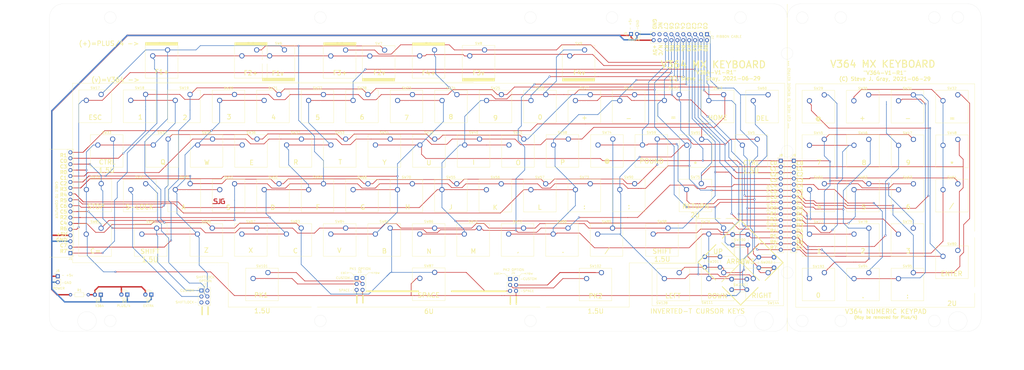
<source format=kicad_pcb>
(kicad_pcb (version 20211014) (generator pcbnew)
  (title_block (date "2021-05-27"))
  (layers (0 "F.Cu" signal) (31 "B.Cu" signal) (34 "B.Paste" user) (35 "F.Paste" user) (36 "B.SilkS" user "B.Silkscreen") (37 "F.SilkS" user "F.Silkscreen") (38 "B.Mask" user) (39 "F.Mask" user) (44 "Edge.Cuts" user))
  (net 0 "")
  (net 1 "C1")
  (net 2 "R1")
  (net 3 "C2")
  (net 4 "C3")
  (net 5 "C4")
  (net 6 "C5")
  (net 7 "R2")
  (net 8 "R3")
  (net 9 "R4")
  (net 10 "R5")
  (net 11 "R6")
  (net 12 "R7")
  (net 13 "R0")
  (net 14 "C0")
  (net 15 "PK1R")
  (net 16 "PK1C")
  (net 17 "PK2R")
  (net 18 "PK2C")
  (net 19 "SLOCKR")
  (net 20 "SLOCKC")
  (net 21 "C6")
  (net 22 "C7")
  (net 23 "Net-(D1-Pad2)")
  (net 24 "GND")
  (net 25 "5V")
  (footprint "Button_Switch_Keyboard:SW_Cherry_MX_1.00u_PCB" (layer "F.Cu") (at 137.0457 218.4654)
    (fp_text reference "SW16")
    (fp_text value "\"STOP\"")
  )
  (footprint "Button_Switch_Keyboard:SW_Cherry_MX_1.00u_PCB" (layer "F.Cu") (at 136.9822 237.5662)
    (fp_text reference "SW81")
    (fp_text value "\"C=\"")
  )
  (footprint "Button_Switch_Keyboard:SW_Cherry_MX_1.00u_PCB" (layer "F.Cu") (at 137.0076 180.2384)
    (fp_text reference "SW17")
    (fp_text value "\"ESC\"")
  )
  (footprint "Button_Switch_Keyboard:SW_Cherry_MX_1.50u_PCB" (layer "F.Cu") (at 141.9479 199.3773)
    (fp_text reference "SW33")
    (fp_text value "\"CTRL\"")
  )
  (footprint "LED_THT:LED_D3.0mm" (layer "F.Cu") (at 136.8806 266.0523 180)
    (fp_text reference "D1")
    (fp_text value "LED")
  )
  (footprint "Resistor_THT:R_Axial_DIN0204_L3.6mm_D1.6mm_P7.62mm_Horizontal" (layer "F.Cu") (at 123.8885 266.065)
    (fp_text reference "R1")
    (fp_text value "510")
  )
  (footprint "Button_Switch_Keyboard:SW_Cherry_MX_1.50u_PCB" (layer "F.Cu") (at 418.0967 199.4408)
    (fp_text reference "SW5")
    (fp_text value "\"CTRL\" #2")
  )
  (footprint "Button_Switch_Keyboard:SW_Cherry_MX_1.50u_PCB" (layer "F.Cu") (at 160.8074 237.5408)
    (fp_text reference "SW65")
    (fp_text value "\"SHIFT\"")
  )
  (footprint "Button_Switch_Keyboard:SW_Cherry_MX_1.00u_PCB" (layer "F.Cu") (at 375.2596 199.3519)
    (fp_text reference "SW59")
    (fp_text value "POUND")
  )
  (footprint "Button_Switch_Keyboard:SW_Cherry_MX_1.50u_PCB" (layer "F.Cu") (at 208.4705 256.5654)
    (fp_text reference "SW101")
    (fp_text value "PRG1")
  )
  (footprint "Button_Switch_Keyboard:SW_Cherry_MX_1.50u_PCB" (layer "F.Cu") (at 351.3455 256.5908)
    (fp_text reference "SW102")
    (fp_text value "PRG2")
  )
  (footprint "Button_Switch_Keyboard:SW_Cherry_MX_2.00u_PCB" (layer "F.Cu") (at 394.1446 218.455)
    (fp_text reference "SW75")
    (fp_text value "\"RETURN\"")
  )
  (footprint "Button_Switch_Keyboard:SW_Cherry_MX_1.00u_PCB" (layer "F.Cu") (at 156.1084 218.5035)
    (fp_text reference "SW97")
    (fp_text value "S-LOCK")
  )
  (footprint "Button_Switch_Keyboard:SW_Cherry_MX_1.00u_PCB" (layer "F.Cu") (at 289.433 180.3146)
    (fp_text reference "SW24")
    (fp_text value "\"8\"")
  )
  (footprint "Button_Switch_Keyboard:SW_Cherry_MX_1.00u_PCB" (layer "F.Cu") (at 270.3703 180.3019)
    (fp_text reference "SW23")
    (fp_text value "\"7\"")
  )
  (footprint "Button_Switch_Keyboard:SW_Cherry_MX_1.00u_PCB" (layer "F.Cu") (at 308.483 180.3146)
    (fp_text reference "SW25")
    (fp_text value "\"9\"")
  )
  (footprint "Button_Switch_Keyboard:SW_Cherry_MX_1.00u_PCB" (layer "F.Cu") (at 232.2449 180.2892)
    (fp_text reference "SW22")
    (fp_text value "\"5\"")
  )
  (footprint "Button_Switch_Keyboard:SW_Cherry_MX_1.00u_PCB" (layer "F.Cu") (at 194.1449 180.2638)
    (fp_text reference "SW20")
    (fp_text value "\"3\"")
  )
  (footprint "Button_Switch_Keyboard:SW_Cherry_MX_1.00u_PCB" (layer "F.Cu") (at 165.7096 199.3646)
    (fp_text reference "SW34")
    (fp_text value "\"Q\"")
  )
  (footprint "Button_Switch_Keyboard:SW_Cherry_MX_1.00u_PCB" (layer "F.Cu") (at 504.0376 180.4035)
    (fp_text reference "SW32")
    (fp_text value "KP \"=\"")
  )
  (footprint "Button_Switch_Keyboard:SW_Cherry_MX_1.00u_PCB" (layer "F.Cu") (at 446.8241 180.4289)
    (fp_text reference "SW29")
    (fp_text value "KP \"@\"")
  )
  (footprint "Button_Switch_Keyboard:SW_Cherry_MX_1.00u_PCB" (layer "F.Cu") (at 484.9749 180.4289)
    (fp_text reference "SW31")
    (fp_text value "KP \"-\" was KP \"*\"")
  )
  (footprint "Button_Switch_Keyboard:SW_Cherry_MX_1.00u_PCB" (layer "F.Cu") (at 213.1949 180.2765)
    (fp_text reference "SW21")
    (fp_text value "\"4\"")
  )
  (footprint "Button_Switch_Keyboard:SW_Cherry_MX_1.00u_PCB" (layer "F.Cu") (at 327.5203 180.3146)
    (fp_text reference "SW26")
    (fp_text value "\"0\"")
  )
  (footprint "Button_Switch_Keyboard:SW_Cherry_MX_1.00u_PCB" (layer "F.Cu") (at 465.8487 180.4289)
    (fp_text reference "SW30")
    (fp_text value "KP \"+\"")
  )
  (footprint "Button_Switch_Keyboard:SW_Cherry_MX_1.00u_PCB" (layer "F.Cu") (at 156.0576 180.2384)
    (fp_text reference "SW18")
    (fp_text value "\"1\"")
  )
  (footprint "Connector_PinHeader_2.54mm:PinHeader_2x03_P2.54mm_Vertical" (layer "F.Cu") (at 179.9717 264.2616)
    (fp_text reference "J7")
    (fp_text value "S-LOCK OPT")
  )
  (footprint "Button_Switch_Keyboard:SW_Cherry_MX_1.00u_PCB" (layer "F.Cu") (at 403.6822 237.5027)
    (fp_text reference "SW76")
    (fp_text value "\"UP\"")
  )
  (footprint "Button_Switch_Keyboard:SW_Cherry_MX_1.00u_PCB" (layer "F.Cu") (at 175.1076 180.2511)
    (fp_text reference "SW19")
    (fp_text value "\"2\"")
  )
  (footprint "Button_Switch_Keyboard:SW_Cherry_MX_1.00u_PCB" (layer "F.Cu") (at 298.9453 237.5281)
    (fp_text reference "SW71")
    (fp_text value "\"M\"")
  )
  (footprint "Button_Switch_Keyboard:SW_Cherry_MX_1.00u_PCB" (layer "F.Cu") (at 184.7342 199.3646)
    (fp_text reference "SW35")
    (fp_text value "\"W\"")
  )
  (footprint "Button_Switch_Keyboard:SW_Cherry_MX_1.00u_PCB" (layer "F.Cu") (at 232.2703 218.5289)
    (fp_text reference "SW68")
    (fp_text value "\"F\"")
  )
  (footprint "Button_Switch_Keyboard:SW_Cherry_MX_1.00u_PCB" (layer "F.Cu") (at 241.7826 199.3646)
    (fp_text reference "SW53")
    (fp_text value "\"T\"")
  )
  (footprint "Button_Switch_Keyboard:SW_Cherry_MX_1.00u_PCB" (layer "F.Cu") (at 251.3203 218.5162)
    (fp_text reference "SW69")
    (fp_text value "\"G\"")
  )
  (footprint "Button_Switch_Keyboard:SW_Cherry_MX_1.00u_PCB" (layer "F.Cu") (at 384.6703 180.3019)
    (fp_text reference "SW43")
    (fp_text value "\"=\"")
  )
  (footprint "Button_Switch_Keyboard:SW_Cherry_MX_1.00u_PCB" (layer "F.Cu") (at 403.7076 180.3273)
    (fp_text reference "SW13")
    (fp_text value "\"HOME\"")
  )
  (footprint "Button_Switch_Keyboard:SW_Cherry_MX_1.00u_PCB" (layer "F.Cu") (at 317.9826 237.5281)
    (fp_text reference "SW72")
    (fp_text value "\",\"")
  )
  (footprint "Button_Switch_Keyboard:SW_Cherry_MX_1.00u_PCB" (layer "F.Cu") (at 270.3195 218.5162)
    (fp_text reference "SW70")
    (fp_text value "\"H\"")
  )
  (footprint "Button_Switch_Keyboard:SW_Cherry_MX_1.00u_PCB" (layer "F.Cu") (at 484.9495 237.5535)
    (fp_text reference "SW79")
    (fp_text value "KP \"3\"")
  )
  (footprint "Button_Switch_Keyboard:SW_Cherry_MX_1.00u_PCB" (layer "F.Cu") (at 465.9122 218.5035)
    (fp_text reference "SW62")
    (fp_text value "KP \"5\"")
  )
  (footprint "Button_Switch_Keyboard:SW_Cherry_MX_1.00u_PCB" (layer "F.Cu") (at 346.5449 218.5162)
    (fp_text reference "SW73")
    (fp_text value "\":\"")
  )
  (footprint "Button_Switch_Keyboard:SW_Cherry_MX_1.00u_PCB" (layer "F.Cu") (at 356.235 199.3646)
    (fp_text reference "SW74")
    (fp_text value "\"@\"")
  )
  (footprint "Button_Switch_Keyboard:SW_Cherry_MX_1.00u_PCB" (layer "F.Cu") (at 446.8622 218.5035)
    (fp_text reference "SW61")
    (fp_text value "KP \"4\"")
  )
  (footprint "Button_Switch_Keyboard:SW_Cherry_MX_1.00u_PCB" (layer "F.Cu") (at 485.0003 218.5416)
    (fp_text reference "SW63")
    (fp_text value "KP \"6\"")
  )
  (footprint "Button_Switch_Keyboard:SW_Cherry_MX_1.00u_PCB" (layer "F.Cu") (at 184.6072 237.5154)
    (fp_text reference "SW66")
    (fp_text value "\"Z\"")
  )
  (footprint "Button_Switch_Keyboard:SW_Cherry_MX_1.00u_PCB" (layer "F.Cu") (at 465.9122 237.5408)
    (fp_text reference "SW78")
    (fp_text value "KP \"2\"")
  )
  (footprint "Button_Switch_Keyboard:SW_Cherry_MX_1.00u_PCB" (layer "F.Cu") (at 504.0503 218.5416)
    (fp_text reference "SW64")
    (fp_text value "KP \"/\"")
  )
  (footprint "Button_Switch_Keyboard:SW_Cherry_MX_1.00u_PCB" (layer "F.Cu") (at 165.481 161.1757)
    (fp_text reference "SW1")
    (fp_text value "\"F1+\"")
  )
  (footprint "Button_Switch_Keyboard:SW_Cherry_MX_1.00u_PCB" (layer "F.Cu") (at 279.8445 161.1884)
    (fp_text reference "SW4")
    (fp_text value "\"F4+\"")
  )
  (footprint "Button_Switch_Keyboard:SW_Cherry_MX_1.00u_PCB" (layer "F.Cu") (at 241.7445 161.2265)
    (fp_text reference "SW3")
    (fp_text value "\"F3+\"")
  )
  (footprint "Button_Switch_Keyboard:SW_Cherry_MX_1.00u_PCB" (layer "F.Cu") (at 203.6572 161.1757)
    (fp_text reference "SW2")
    (fp_text value "\"F2+\"")
  )
  (footprint "Button_Switch_Keyboard:SW_Cherry_MX_1.00u_PCB" (layer "F.Cu") (at 365.5949 218.4908)
    (fp_text reference "SW90")
    (fp_text value "\";]\" was \"'\"")
  )
  (footprint "Button_Switch_Keyboard:SW_Cherry_MX_1.00u_PCB" (layer "F.Cu") (at 446.8495 237.5662)
    (fp_text reference "SW77")
    (fp_text value "KP \"1\"")
  )
  (footprint "Button_Switch_Keyboard:SW_Cherry_MX_1.00u_PCB" (layer "F.Cu") (at 422.7576 180.3908)
    (fp_text reference "SW60")
    (fp_text value "\"DEL\"")
  )
  (footprint "Button_Switch_Keyboard:SW_Cherry_MX_1.00u_PCB" (layer "F.Cu") (at 251.3076 180.2765)
    (fp_text reference "SW38")
    (fp_text value "\"6\"")
  )
  (footprint "Button_Switch_Keyboard:SW_Cherry_MX_1.00u_PCB" (layer "F.Cu") (at 465.8995 199.4789)
    (fp_text reference "SW46")
    (fp_text value "KP \"8\"")
  )
  (footprint "Button_Switch_Keyboard:SW_Cherry_MX_1.00u_PCB" (layer "F.Cu") (at 299.1358 199.3646)
    (fp_text reference "SW40")
    (fp_text value "\"I\"")
  )
  (footprint "Button_Switch_Keyboard:SW_Cherry_MX_1.00u_PCB" (layer "F.Cu") (at 213.2203 218.5162)
    (fp_text reference "SW52")
    (fp_text value "\"D\"")
  )
  (footprint "Button_Switch_Keyboard:SW_Cherry_MX_1.00u_PCB" (layer "F.Cu") (at 337.1723 199.3646)
    (fp_text reference "SW58")
    (fp_text value "\"P\"")
  )
  (footprint "Button_Switch_Keyboard:SW_Cherry_MX_1.00u_PCB" (layer "F.Cu") (at 327.4822 218.5289)
    (fp_text reference "SW57")
    (fp_text value "\"L\"")
  )
  (footprint "Button_Switch_Keyboard:SW_Cherry_MX_1.00u_PCB" (layer "F.Cu") (at 260.8707 199.3646)
    (fp_text reference "SW54")
    (fp_text value "\"Y\"")
  )
  (footprint "Button_Switch_Keyboard:SW_Cherry_MX_1.00u_PCB" (layer "F.Cu") (at 446.8241 199.4916)
    (fp_text reference "SW45")
    (fp_text value "KP \"7\"")
  )
  (footprint "Button_Switch_Keyboard:SW_Cherry_MX_1.00u_PCB" (layer "F.Cu") (at 318.0969 199.3646)
    (fp_text reference "SW41")
    (fp_text value "\"O\"")
  )
  (footprint "Button_Switch_Keyboard:SW_Cherry_MX_1.00u_PCB" (layer "F.Cu") (at 365.5695 180.3654)
    (fp_text reference "SW42")
    (fp_text value "\"-\"")
  )
  (footprint "Button_Switch_Keyboard:SW_Cherry_MX_1.00u_PCB" (layer "F.Cu") (at 279.9461 199.3646)
    (fp_text reference "SW39")
    (fp_text value "\"U\"")
  )
  (footprint "Button_Switch_Keyboard:SW_Cherry_MX_1.00u_PCB" (layer "F.Cu") (at 175.1457 218.4908)
    (fp_text reference "SW50")
    (fp_text value "\"A\"")
  )
  (footprint "Button_Switch_Keyboard:SW_Cherry_MX_1.00u_PCB" (layer "F.Cu") (at 504.0503 199.517)
    (fp_text reference "SW48")
    (fp_text value "KP \"*\"")
  )
  (footprint "Button_Switch_Keyboard:SW_Cherry_MX_1.00u_PCB" (layer "F.Cu") (at 485.013 199.517)
    (fp_text reference "SW47")
    (fp_text value "KP \"9\"")
  )
  (footprint "Button_Switch_Keyboard:SW_Cherry_MX_1.00u_PCB" (layer "F.Cu") (at 222.8215 199.3646)
    (fp_text reference "SW37")
    (fp_text value "\"R\"")
  )
  (footprint "Button_Switch_Keyboard:SW_Cherry_MX_1.00u_PCB" (layer "F.Cu") (at 203.7969 199.3646)
    (fp_text reference "SW36")
    (fp_text value "\"E\"")
  )
  (footprint "Button_Switch_Keyboard:SW_Cherry_MX_1.00u_PCB" (layer "F.Cu") (at 308.4195 218.5416)
    (fp_text reference "SW56")
    (fp_text value "\"K\"")
  )
  (footprint "Button_Switch_Keyboard:SW_Cherry_MX_1.00u_PCB" (layer "F.Cu") (at 289.3695 218.5035)
    (fp_text reference "SW55")
    (fp_text value "\"J\"")
  )
  (footprint "Button_Switch_Keyboard:SW_Cherry_MX_1.00u_PCB" (layer "F.Cu") (at 465.9122 256.6289)
    (fp_text reference "SW94")
    (fp_text value "KP \".\"")
  )
  (footprint "Button_Switch_Keyboard:SW_Cherry_MX_1.00u_PCB" (layer "F.Cu") (at 346.5576 180.3273)
    (fp_text reference "SW27")
    (fp_text value "\"+\"")
  )
  (footprint "Button_Switch_Keyboard:SW_Cherry_MX_1.00u_PCB" (layer "F.Cu") (at 222.7199 237.5027)
    (fp_text reference "SW83")
    (fp_text value "\"C\"")
  )
  (footprint "Button_Switch_Keyboard:SW_Cherry_MX_1.00u_PCB" (layer "F.Cu") (at 203.6572 237.5154)
    (fp_text reference "SW67")
    (fp_text value "\"X\"")
  )
  (footprint "Button_Switch_Keyboard:SW_Cherry_MX_1.00u_PCB" (layer "F.Cu") (at 337.0326 237.5154)
    (fp_text reference "SW88")
    (fp_text value "\".\"")
  )
  (footprint "Button_Switch_Keyboard:SW_Cherry_MX_1.00u_PCB" (layer "F.Cu") (at 279.8953 237.5281)
    (fp_text reference "SW86")
    (fp_text value "\"N\"")
  )
  (footprint "Button_Switch_Keyboard:SW_Cherry_MX_1.00u_PCB" (layer "F.Cu") (at 194.183 218.5162)
    (fp_text reference "SW51")
    (fp_text value "\"S\"")
  )
  (footprint "Button_Switch_Keyboard:SW_Cherry_MX_1.00u_PCB" (layer "F.Cu") (at 356.0953 237.5408)
    (fp_text reference "SW89")
    (fp_text value "\"/\"")
  )
  (footprint "Button_Switch_Keyboard:SW_Cherry_MX_1.00u_PCB" (layer "F.Cu") (at 484.9749 256.6162)
    (fp_text reference "SW95")
    (fp_text value "KP \":\" was KP \"00\"")
  )
  (footprint "Button_Switch_Keyboard:SW_Cherry_MX_1.00u_PCB" (layer "F.Cu") (at 241.7699 237.5154)
    (fp_text reference "SW84")
    (fp_text value "\"V\"")
  )
  (footprint "Button_Switch_Keyboard:SW_Cherry_MX_1.00u_PCB" (layer "F.Cu") (at 260.8326 237.5281)
    (fp_text reference "SW85")
    (fp_text value "\"B\"")
  )
  (footprint "Button_Switch_Keyboard:SW_Cherry_MX_1.00u_PCB" (layer "F.Cu") (at 394.2969 199.4535)
    (fp_text reference "SW91")
    (fp_text value "\"*\" was \"PI\"")
  )
  (footprint "Button_Switch_Keyboard:SW_Cherry_MX_1.00u_PCB" (layer "F.Cu") (at 403.733 256.6035)
    (fp_text reference "SW111")
    (fp_text value "\"DOWN\"")
  )
  (footprint "Button_Switch_Keyboard:SW_Cherry_MX_1.00u_PCB" (layer "F.Cu") (at 422.7576 256.6035)
    (fp_text reference "SW144")
    (fp_text value "\"RIGHT\"")
  )
  (footprint "Button_Switch_Keyboard:SW_Cherry_MX_1.00u_PCB" (layer "F.Cu") (at 446.8622 256.5908)
    (fp_text reference "SW193")
    (fp_text value "KP\"0\"")
  )
  (footprint "Button_Switch_Keyboard:SW_Cherry_MX_1.50u_PCB" (layer "F.Cu") (at 379.8824 237.5154)
    (fp_text reference "SW98")
    (fp_text value "R-SHIFT")
  )
  (footprint "Button_Switch_Keyboard:SW_Cherry_MX_1.00u_PCB" (layer "F.Cu") (at 384.6703 256.6035)
    (fp_text reference "SW128")
    (fp_text value "\"LEFT\"")
  )
  (footprint "Button_Switch_Keyboard:SW_Cherry_MX_2.00u_Vertical_PCB" (layer "F.Cu") (at 504.0376 247.0658)
    (fp_text reference "SW80")
    (fp_text value "\"ENTER\"")
  )
  (footprint "LED_THT:LED_D3.0mm" (layer "F.Cu") (at 158.5087 265.9888 180)
    (fp_text reference "D2")
    (fp_text value "LED")
  )
  (footprint "LED_THT:LED_D3.0mm" (layer "F.Cu") (at 148.2344 265.9888 180)
    (fp_text reference "D3")
    (fp_text value "LED")
  )
  (footprint "Connector_PinHeader_2.54mm:PinHeader_1x02_P2.54mm_Vertical" (layer "F.Cu") (at 364.0328 154.3558 90)
    (fp_text reference "J5")
    (fp_text value "POWER")
  )
  (footprint "Connector_PinHeader_2.54mm:PinHeader_1x02_P2.54mm_Vertical" (layer "F.Cu") (at 118.4275 258.1402)
    (fp_text reference "J6")
    (fp_text value "POWER")
  )
  (footprint "Connector_PinHeader_2.54mm:PinHeader_1x16_P2.54mm_Vertical" (layer "F.Cu") (at 428.1805 208.6737)
    (fp_text reference "J8")
    (fp_text value "KEYPAD1")
  )
  (footprint "Connector_PinHeader_2.54mm:PinHeader_1x16_P2.54mm_Vertical" (layer "F.Cu") (at 433.7939 208.6737)
    (fp_text reference "J9")
    (fp_text value "KEYPAD2")
  )
  (footprint "Connector_PinHeader_2.54mm:PinHeader_2x10_P2.54mm_Vertical" (layer "F.Cu") (at 396.5702 154.4701 -90)
    (fp_text reference "J2")
    (fp_text value "RIBBON CONNECTOR")
  )
  (footprint "Connector_PinHeader_2.54mm:PinHeader_1x18_P2.54mm_Vertical" (layer "F.Cu") (at 123.8504 248.2342 180)
    (fp_text reference "J1")
    (fp_text value "MAIN")
  )
  (footprint "Connector_PinHeader_2.54mm:PinHeader_2x03_P2.54mm_Vertical" (layer "F.Cu") (at 246.4689 258.8895)
    (fp_text reference "J3")
    (fp_text value "PK1")
  )
  (footprint "Connector_PinHeader_2.54mm:PinHeader_2x03_P2.54mm_Vertical" (layer "F.Cu") (at 312.2295 259.334)
    (fp_text reference "J4")
    (fp_text value "PK2")
  )
  (footprint "Button_Switch_THT:SW_PUSH_6mm" (layer "F.Cu") (at 407.5811 240.2586)
    (fp_text reference "SW200")
    (fp_text value "UP")
  )
  (footprint "Button_Switch_THT:SW_PUSH_6mm" (layer "F.Cu") (at 418.7825 249.9741)
    (fp_text reference "SW202")
    (fp_text value "RIGHT")
  )
  (footprint "Button_Switch_THT:SW_PUSH_6mm" (layer "F.Cu") (at 407.1493 259.3848)
    (fp_text reference "SW203")
    (fp_text value "DOWN")
  )
  (footprint "Button_Switch_THT:SW_PUSH_6mm" (layer "F.Cu") (at 395.6558 249.7836)
    (fp_text reference "SW201")
    (fp_text value "LEFT")
  )
  (footprint "Keyboard-V364:SW_Cherry_MX_6.0u_PCB" (layer "F.Cu") (at 279.9118 256.4892)
    (fp_text reference "SW87")
    (fp_text value "\"SPACE\"")
  )
  (footprint "Button_Switch_Keyboard:SW_Cherry_MX_1.00u_PCB" (layer "F.Cu") (at 215.5444 161.163)
    (fp_text reference "SW6")
    (fp_text value "\"F1v\"")
  )
  (footprint "Button_Switch_Keyboard:SW_Cherry_MX_1.00u_PCB" (layer "F.Cu") (at 301.2821 161.1757)
    (fp_text reference "SW8")
    (fp_text value "\"F3v\"")
  )
  (footprint "Button_Switch_Keyboard:SW_Cherry_MX_1.00u_PCB" (layer "F.Cu") (at 344.1319 161.1884)
    (fp_text reference "SW9")
    (fp_text value "\"F4v\"")
  )
  (footprint "Button_Switch_Keyboard:SW_Cherry_MX_1.00u_PCB" (layer "F.Cu") (at 258.4704 161.2519)
    (fp_text reference "SW7")
    (fp_text value "\"F2v\"")
  )
  (gr_line (start 180.2765 274.5773) (end 180.2765 271.3228) (layer "F.SilkS") (width 0.6))
  (gr_line (start 182.8165 274.5519) (end 182.8165 271.2974) (layer "F.SilkS") (width 0.6))
  (gr_line (start 310.2356 264.5664) (end 287.1978 264.5664) (layer "F.SilkS") (width 0.75))
  (gr_line (start 312.3311 270.1196) (end 312.3311 266.8651) (layer "F.SilkS") (width 0.6))
  (gr_line (start 251.4981 256.6797) (end 252.8697 256.6797) (layer "F.SilkS") (width 0.12))
  (gr_line (start 314.8965 270.0942) (end 314.8965 266.8397) (layer "F.SilkS") (width 0.6))
  (gr_line (start 244.221 256.6797) (end 242.951 256.6797) (layer "F.SilkS") (width 0.12))
  (gr_line (start 272.8341 264.5664) (end 250.9393 264.5664) (layer "F.SilkS") (width 0.75))
  (gr_line (start 246.5705 269.5989) (end 246.5705 266.3444) (layer "F.SilkS") (width 0.6))
  (gr_line (start 249.1613 269.5481) (end 249.1613 266.2936) (layer "F.SilkS") (width 0.6))
  (gr_line (start 245.2624 257.7211) (end 244.221 256.6797) (layer "F.SilkS") (width 0.12))
  (gr_line (start 250.4313 257.7465) (end 251.4981 256.6797) (layer "F.SilkS") (width 0.12))
  (gr_line (start 309.88 256.9845) (end 308.61 256.9845) (layer "F.SilkS") (width 0.12))
  (gr_line (start 363.3089 271.3355) (end 191.4906 271.3355) (layer "F.SilkS") (width 0.12))
  (gr_line (start 316.0903 258.0513) (end 317.1571 256.9845) (layer "F.SilkS") (width 0.12))
  (gr_line (start 317.1571 256.9845) (end 318.5287 256.9845) (layer "F.SilkS") (width 0.12))
  (gr_line (start 310.9214 258.0259) (end 309.88 256.9845) (layer "F.SilkS") (width 0.12))
  (gr_poly (pts (xy 348.488 174.5996) (xy 334.5688 174.5869) (xy 334.5942 173.3423) (xy 348.6023 173.3042)) (layer "F.SilkS") (width 0.1) (fill solid))
  (gr_poly (pts (xy 208.0895 159.2326) (xy 194.1703 159.2199) (xy 194.1957 157.9753) (xy 208.2038 157.9372)) (layer "F.SilkS") (width 0.1) (fill solid))
  (gr_poly (pts (xy 246.1895 159.2453) (xy 232.2703 159.2326) (xy 232.2957 157.988) (xy 246.3038 157.9499)) (layer "F.SilkS") (width 0.1) (fill solid))
  (gr_line (start 410.972 252.4252) (end 420.1541 243.2431) (layer "F.SilkS") (width 0.3))
  (gr_line (start 392.1633 233.4895) (end 410.4513 233.4895) (layer "F.SilkS") (width 0.12))
  (gr_line (start 186.6646 252.3363) (end 191.4906 252.3363) (layer "F.SilkS") (width 0.12))
  (gr_line (start 410.8196 233.2482) (end 391.795 233.2482) (layer "F.SilkS") (width 0.12))
  (gr_line (start 429.1584 252.2855) (end 410.9339 234.061) (layer "F.SilkS") (width 0.4))
  (gr_line (start 114.9223 249.9995) (end 123.7615 249.9995) (layer "F.SilkS") (width 0.12))
  (gr_line (start 400.6977 244.2845) (end 392.7729 252.2093) (layer "F.SilkS") (width 0.12))
  (gr_poly (pts (xy 305.6382 174.5996) (xy 291.719 174.5869) (xy 291.7444 173.3423) (xy 305.7525 173.3042)) (layer "F.SilkS") (width 0.1) (fill solid))
  (gr_poly (pts (xy 169.8371 159.1691) (xy 155.9179 159.1564) (xy 155.9433 157.9118) (xy 169.9514 157.8737)) (layer "F.SilkS") (width 0.1) (fill solid))
  (gr_line (start 373.0244 252.7046) (end 392.1633 252.7046) (layer "F.SilkS") (width 0.12))
  (gr_line (start 191.4906 271.3355) (end 191.4906 252.3109) (layer "F.SilkS") (width 0.12))
  (gr_line (start 363.3089 252.3998) (end 363.3089 271.3355) (layer "F.SilkS") (width 0.12))
  (gr_line (start 430.9364 281.7495) (end 430.9364 141.5161) (layer "F.SilkS") (width 0.12))
  (gr_line (start 410.4513 252.4125) (end 429.3743 252.4125) (layer "F.SilkS") (width 0.12))
  (gr_line (start 124.7648 194.6529) (end 124.7648 175.4886) (layer "F.SilkS") (width 0.12))
  (gr_line (start 429.3743 270.7894) (end 429.3616 270.7894) (layer "F.SilkS") (width 0.12))
  (gr_line (start 429.1584 252.2728) (end 410.972 270.4592) (layer "F.SilkS") (width 0.4))
  (gr_line (start 418.8714 262.5725) (end 410.9847 270.4592) (layer "F.SilkS") (width 0.12))
  (gr_line (start 391.795 233.2482) (end 391.795 252.4252) (layer "F.SilkS") (width 0.12))
  (gr_line (start 408.4193 249.3645) (end 408.4193 243.1034) (layer "F.SilkS") (width 0.12))
  (gr_line (start 401.955 242.8875) (end 420.2684 261.2009) (layer "F.SilkS") (width 0.3))
  (gr_poly (pts (xy 284.1879 159.2961) (xy 270.2687 159.2834) (xy 270.2941 158.0388) (xy 284.3022 158.0007)) (layer "F.SilkS") (width 0.1) (fill solid))
  (gr_poly (pts (xy 262.8138 174.5615) (xy 248.8946 174.5488) (xy 248.92 173.3042) (xy 262.9281 173.2661)) (layer "F.SilkS") (width 0.1) (fill solid))
  (gr_line (start 392.7475 252.2347) (end 410.8958 234.0864) (layer "F.SilkS") (width 0.4))
  (gr_line (start 429.9331 214.2236) (end 410.8196 214.2236) (layer "F.SilkS") (width 0.12))
  (gr_line (start 392.7729 252.2093) (end 400.4437 259.8801) (layer "F.SilkS") (width 0.12))
  (gr_line (start 411.2006 252.1966) (end 401.9931 261.4041) (layer "F.SilkS") (width 0.3))
  (gr_line (start 429.9331 175.4886) (end 429.9331 214.2236) (layer "F.SilkS") (width 0.12))
  (gr_line (start 421.3479 260.0833) (end 429.1584 252.2728) (layer "F.SilkS") (width 0.12))
  (gr_line (start 429.3743 252.4125) (end 429.3743 270.7894) (layer "F.SilkS") (width 0.12))
  (gr_poly (pts (xy 219.9259 174.498) (xy 206.0067 174.4853) (xy 206.0321 173.2407) (xy 220.0402 173.2026)) (layer "F.SilkS") (width 0.1) (fill solid))
  (gr_line (start 410.972 270.4592) (end 392.7475 252.2347) (layer "F.SilkS") (width 0.4))
  (gr_line (start 373.0244 270.7894) (end 373.0244 252.7046) (layer "F.SilkS") (width 0.12))
  (gr_line (start 124.7648 252.3363) (end 124.7648 194.6529) (layer "F.SilkS") (width 0.12))
  (gr_line (start 410.8196 214.2236) (end 410.8196 233.2482) (layer "F.SilkS") (width 0.12))
  (gr_line (start 434.5813 175.7426) (end 434.5813 271.3736) (layer "F.SilkS") (width 0.12))
  (gr_line (start 410.4513 233.4895) (end 410.4513 252.4125) (layer "F.SilkS") (width 0.12))
  (gr_line (start 114.9477 203.7969) (end 123.698 203.7969) (layer "F.SilkS") (width 0.12))
  (gr_line (start 511.1877 175.7426) (end 434.5813 175.7426) (layer "F.SilkS") (width 0.12))
  (gr_line (start 434.5813 271.3736) (end 511.2258 271.3736) (layer "F.SilkS") (width 0.12))
  (gr_line (start 511.2258 271.3736) (end 511.2258 175.7426) (layer "F.SilkS") (width 0.12))
  (gr_line (start 143.6497 175.0949) (end 296.5196 175.0949) (layer "F.SilkS") (width 0.12))
  (gr_line (start 391.7696 252.4379) (end 363.3089 252.4379) (layer "F.SilkS") (width 0.12))
  (gr_line (start 392.1633 252.7046) (end 392.1633 233.4895) (layer "F.SilkS") (width 0.12))
  (gr_line (start 124.7013 175.4886) (end 429.9331 175.4886) (layer "F.SilkS") (width 0.12))
  (gr_line (start 511.2258 175.7426) (end 511.1369 175.7426) (layer "F.SilkS") (width 0.12))
  (gr_line (start 429.3489 270.7894) (end 373.0244 270.7894) (layer "F.SilkS") (width 0.12))
  (gr_line (start 186.6519 252.3363) (end 124.7648 252.3363) (layer "F.SilkS") (width 0.12))
  (gr_line (start 410.9847 270.4592) (end 402.7424 262.2169) (layer "F.SilkS") (width 0.12))
  (gr_arc (start 120.7262 281.7749) (mid 116.595282 280.063818) (end 114.8842 275.9329) (layer "Edge.Cuts") (width 0.05))
  (gr_circle (center 140.9319 147.2692) (end 143.4319 147.2692) (layer "Edge.Cuts") (width 0.05) (fill none))
  (gr_circle (center 410.9466 147.2692) (end 413.4466 147.2692) (layer "Edge.Cuts") (width 0.05) (fill none))
  (gr_circle (center 320.9417 147.2692) (end 323.4417 147.2692) (layer "Edge.Cuts") (width 0.05) (fill none))
  (gr_arc (start 114.8842 147.2692) (mid 116.595282 143.138282) (end 120.7262 141.4272) (layer "Edge.Cuts") (width 0.05))
  (gr_circle (center 493.9665 147.2692) (end 496.4665 147.2692) (layer "Edge.Cuts") (width 0.05) (fill none))
  (gr_circle (center 230.9368 147.2692) (end 233.4368 147.2692) (layer "Edge.Cuts") (width 0.05) (fill none))
  (gr_arc (start 508.1778 141.4272) (mid 512.308718 143.138282) (end 514.0198 147.2692) (layer "Edge.Cuts") (width 0.05))
  (gr_circle (center 494.0173 277.2537) (end 496.5173 277.2537) (layer "Edge.Cuts") (width 0.05) (fill none))
  (gr_circle (center 410.9466 277.2664) (end 413.4466 277.2664) (layer "Edge.Cuts") (width 0.05) (fill none))
  (gr_circle (center 230.9368 277.2664) (end 233.4368 277.2664) (layer "Edge.Cuts") (width 0.05) (fill none))
  (gr_circle (center 140.9192 277.2664) (end 143.4192 277.2664) (layer "Edge.Cuts") (width 0.05) (fill none))
  (gr_circle (center 320.9417 277.2664) (end 323.4417 277.2664) (layer "Edge.Cuts") (width 0.05) (fill none))
  (gr_line (start 114.8842 275.9329) (end 114.8842 147.2692) (layer "Edge.Cuts") (width 0.05))
  (gr_circle (center 504.0249 147.2692) (end 506.5249 147.2692) (layer "Edge.Cuts") (width 0.05) (fill none))
  (gr_circle (center 453.8853 277.2664) (end 456.3853 277.2664) (layer "Edge.Cuts") (width 0.05) (fill none))
  (gr_circle (center 430.9491 256.5781) (end 433.4491 256.5781) (layer "Edge.Cuts") (width 0.05) (fill none))
  (gr_circle (center 430.911 162.6635) (end 433.411 162.6635) (layer "Edge.Cuts") (width 0.05) (fill none))
  (gr_circle (center 430.9364 204.5843) (end 433.4364 204.5843) (layer "Edge.Cuts") (width 0.05) (fill none))
  (gr_arc (start 430.9618 275.9329) (mid 429.250718 280.063818) (end 425.1198 281.7749) (layer "Edge.Cuts") (width 0.05))
  (gr_arc (start 436.8038 281.7749) (mid 432.672882 280.063818) (end 430.9618 275.9329) (layer "Edge.Cuts") (width 0.05))
  (gr_arc (start 430.9491 147.2692) (mid 432.660182 143.138282) (end 436.7911 141.4272) (layer "Edge.Cuts") (width 0.05))
  (gr_arc (start 425.1071 141.4272) (mid 429.238018 143.138282) (end 430.9491 147.2692) (layer "Edge.Cuts") (width 0.05))
  (gr_line (start 425.1071 141.4272) (end 120.7262 141.4272) (layer "Edge.Cuts") (width 0.05))
  (gr_line (start 120.7262 281.7749) (end 425.1198 281.7749) (layer "Edge.Cuts") (width 0.05))
  (gr_circle (center 130.9497 277.2664) (end 134.5819 278.9301) (layer "Edge.Cuts") (width 0.05) (fill none))
  (gr_arc (start 514.0198 275.9329) (mid 512.308718 280.063818) (end 508.1778 281.7749) (layer "Edge.Cuts") (width 0.05))
  (gr_line (start 514.0198 147.8534) (end 514.0198 147.2692) (layer "Edge.Cuts") (width 0.05))
  (gr_line (start 508.1778 141.4272) (end 436.7911 141.4272) (layer "Edge.Cuts") (width 0.05))
  (gr_line (start 508.1778 281.7749) (end 436.8038 281.7749) (layer "Edge.Cuts") (width 0.05))
  (gr_circle (center 504.0249 277.2791) (end 507.6571 278.9428) (layer "Edge.Cuts") (width 0.05) (fill none))
  (gr_circle (center 453.8853 147.2692) (end 456.3853 147.2692) (layer "Edge.Cuts") (width 0.05) (fill none))
  (gr_circle (center 437.388 147.3581) (end 439.888 147.3581) (layer "Edge.Cuts") (width 0.05) (fill none))
  (gr_circle (center 437.388 277.2664) (end 439.888 277.2664) (layer "Edge.Cuts") (width 0.05) (fill none))
  (gr_circle (center 355.8921 147.2692) (end 358.3921 147.2692) (layer "Edge.Cuts") (width 0.05) (fill none))
  (gr_line (start 514.0198 275.9329) (end 514.0198 147.8534) (layer "Edge.Cuts") (width 0.05))
  (gr_circle (center 420.9542 277.2537) (end 424.5864 278.9174) (layer "Edge.Cuts") (width 0.05) (fill none))
  (gr_text "V364 MX KEYBOARD" (at 399.288 167.4749) (layer "F.SilkS") (effects (font (size 3 3) (thickness 0.45))))
  (gr_text "CTRL" (at 415.5821 209.5373) (layer "F.SilkS") (effects (font (size 2 2) (thickness 0.3))))
  (gr_text "9" (at 305.943 190.3222) (layer "F.SilkS") (effects (font (size 2 2) (thickness 0.3))))
  (gr_text "1.5U" (at 415.4043 212.8901) (layer "F.SilkS") (effects (font (size 2 2) (thickness 0.3))))
  (gr_text "C=" (at 134.6073 247.3071) (layer "F.SilkS") (effects (font (size 2 2) (thickness 0.3))))
  (gr_text "SHIFTLOCK\nOPTION" (at 181.6735 259.3721) (layer "F.SilkS") (effects (font (size 1 1))))
  (gr_text "1.5U" (at 139.3825 212.7885) (layer "F.SilkS") (effects (font (size 2 2) (thickness 0.3))))
  (gr_text "5" (at 229.7938 190.1317) (layer "F.SilkS") (effects (font (size 2 2) (thickness 0.3))))
  (gr_text "3" (at 191.7954 189.8904) (layer "F.SilkS") (effects (font (size 2 2) (thickness 0.3))))
  (gr_text "F1+" (at 163.068 170.6118) (layer "F.SilkS") (effects (font (size 2 2) (thickness 0.3))))
  (gr_text "-" (at 363.0295 190.4619) (layer "F.SilkS") (effects (font (size 2 2) (thickness 0.3))))
  (gr_text "STOP" (at 134.7724 228.3079) (layer "F.SilkS") (effects (font (size 2 2) (thickness 0.3))))
  (gr_text "4" (at 210.8962 190.0555) (layer "F.SilkS") (effects (font (size 2 2) (thickness 0.3))))
  (gr_text "6" (at 248.793 190.0174) (layer "F.SilkS") (effects (font (size 2 2) (thickness 0.3))))
  (gr_text "HOME" (at 401.1803 190.246) (layer "F.SilkS") (effects (font (size 2 2) (thickness 0.3))))
  (gr_text "DEL" (at 420.2684 190.4619) (layer "F.SilkS") (effects (font (size 2 2) (thickness 0.3))))
  (gr_text "SHIFTLOCK-" (at 178.181 269.2781) (layer "F.SilkS") (effects (font (size 1 1)) (justify right)))
  (gr_text "2U" (at 501.5611 269.7988) (layer "F.SilkS") (effects (font (size 2 2) (thickness 0.3))))
  (gr_text "7" (at 267.9065 190.2206) (layer "F.SilkS") (effects (font (size 2 2) (thickness 0.3))))
  (gr_text "F2+" (at 201.1553 171.069) (layer "F.SilkS") (effects (font (size 2 2) (thickness 0.3))))
  (gr_text "+" (at 344.0938 190.1952) (layer "F.SilkS") (effects (font (size 2 2) (thickness 0.3))))
  (gr_text "F3+" (at 239.4077 171.0055) (layer "F.SilkS") (effects (font (size 2 2) (thickness 0.3))))
  (gr_text "0" (at 325.0692 189.992) (layer "F.SilkS") (effects (font (size 2 2) (thickness 0.3))))
  (gr_text "2" (at 172.9232 190.1698) (layer "F.SilkS") (effects (font (size 2 2) (thickness 0.3))))
  (gr_text "F4+" (at 277.4442 171.069) (layer "F.SilkS") (effects (font (size 2 2) (thickness 0.3))))
  (gr_text "ESC" (at 134.493 190.1063) (layer "F.SilkS") (effects (font (size 2 2) (thickness 0.3))))
  (gr_text "1.5U" (at 157.9372 251.0155) (layer "F.SilkS") (effects (font (size 2 2) (thickness 0.3))))
  (gr_text "CUSTOM-" (at 178.1683 264.287) (layer "F.SilkS") (effects (font (size 1 1)) (justify right)))
  (gr_text "2U" (at 391.5029 231.9401) (layer "F.SilkS") (effects (font (size 2 2) (thickness 0.3))))
  (gr_text "S-LOCK" (at 153.4795 228.4476) (layer "F.SilkS") (effects (font (size 2 2) (thickness 0.3))))
  (gr_text "1" (at 153.8097 189.9666) (layer "F.SilkS") (effects (font (size 2 2) (thickness 0.3))))
  (gr_text "8" (at 286.8549 189.8777) (layer "F.SilkS") (effects (font (size 2 2) (thickness 0.3))))
  (gr_text "H" (at 268.3129 228.4984) (layer "F.SilkS") (effects (font (size 2 2) (thickness 0.3))))
  (gr_text "POUND" (at 372.8593 208.8261) (layer "F.SilkS") (effects (font (size 2 2) (thickness 0.3))))
  (gr_text "V" (at 239.0521 247.1166) (layer "F.SilkS") (effects (font (size 2 2) (thickness 0.3))))
  (gr_text "N" (at 277.495 247.4722) (layer "F.SilkS") (effects (font (size 2 2) (thickness 0.3))))
  (gr_text "J" (at 286.8041 228.5619) (layer "F.SilkS") (effects (font (size 2 2) (thickness 0.3))))
  (gr_text "-" (at 482.6762 190.4619) (layer "F.SilkS") (effects (font (size 2 2) (thickness 0.3))))
  (gr_text "3" (at 482.8159 247.3071) (layer "F.SilkS") (effects (font (size 2 2) (thickness 0.3))))
  (gr_text "L" (at 324.8914 228.6254) (layer "F.SilkS") (effects (font (size 2 2) (thickness 0.3))))
  (gr_text "Q" (at 163.4744 209.2706) (layer "F.SilkS") (effects (font (size 2 2) (thickness 0.3))))
  (gr_text "W" (at 182.3212 209.3976) (layer "F.SilkS") (effects (font (size 2 2) (thickness 0.3))))
  (gr_text "D" (at 210.566 228.7016) (layer "F.SilkS") (effects (font (size 2 2) (thickness 0.3))))
  (gr_text "SHIFT" (at 157.9626 247.4595) (layer "F.SilkS") (effects (font (size 2 2) (thickness 0.3))))
  (gr_text "K" (at 305.8414 228.6889) (layer "F.SilkS") (effects (font (size 2 2) (thickness 0.3))))
  (gr_text "E" (at 201.4982 209.4738) (layer "F.SilkS") (effects (font (size 2 2) (thickness 0.3))))
  (gr_text "," (at 315.5823 246.9896) (layer "F.SilkS") (effects (font (size 2 2) (thickness 0.3))))
  (gr_text "A" (at 172.3009 228.5873) (layer "F.SilkS") (effects (font (size 2 2) (thickness 0.3))))
  (gr_text "=" (at 382.1557 190.0555) (layer "F.SilkS") (effects (font (size 2 2) (thickness 0.3))))
  (gr_text "O" (at 315.6839 209.4992) (layer "F.SilkS") (effects (font (size 2 2) (thickness 0.3))))
  (gr_text "7" (at 444.5381 209.3341) (layer "F.SilkS") (effects (font (size 2 2) (thickness 0.3))))
  (gr_text "0" (at 444.2587 266.3063) (layer "F.SilkS") (effects (font (size 2 2) (thickness 0.3))))
  (gr_text "S" (at 191.4398 228.7016) (layer "F.SilkS") (effects (font (size 2 2) (thickness 0.3))))
  (gr_text "B" (at 258.3561 247.3579) (layer "F.SilkS") (effects (font (size 2 2) (thickness 0.3))))
  (gr_text "." (at 334.8736 247.1293) (layer "F.SilkS") (effects (font (size 2 2) (thickness 0.3))))
  (gr_text "U" (at 277.4315 209.55) (layer "F.SilkS") (effects (font (size 2 2) (thickness 0.3))))
  (gr_text "I" (at 296.6085 209.3849) (layer "F.SilkS") (effects (font (size 2 2) (thickness 0.3))))
  (gr_text "ENTER" (at 501.3706 257.048) (layer "F.SilkS") (effects (font (size 2 2) (thickness 0.3))))
  (gr_text "T" (at 239.4458 209.2071) (layer "F.SilkS") (effects (font (size 2 2) (thickness 0.3))))
  (gr_text "Y" (at 258.4196 209.3849) (layer "F.SilkS") (effects (font (size 2 2) (thickness 0.3))))
  (gr_text "@" (at 353.7585 208.6483) (layer "F.SilkS") (effects (font (size 2 2) (thickness 0.3))))
  (gr_text "9" (at 482.7651 209.4865) (layer "F.SilkS") (effects (font (size 2 2) (thickness 0.3))))
  (gr_text "4" (at 444.6524 228.4349) (layer "F.SilkS") (effects (font (size 2 2) (thickness 0.3))))
  (gr_text "RIGHT" (at 419.9763 266.4206) (layer "F.SilkS") (effects (font (size 2 2) (thickness 0.3))))
  (gr_text "2" (at 463.3849 247.3071) (layer "F.SilkS") (effects (font (size 2 2) (thickness 0.3))))
  (gr_text "1" (at 444.627 247.4214) (layer "F.SilkS") (effects (font (size 2 2) (thickness 0.3))))
  (gr_text "*" (at 501.523 210.0834) (layer "F.SilkS") (effects (font (size 2 2) (thickness 0.3))))
  (gr_text "C" (at 220.2434 247.2436) (layer "F.SilkS") (effects (font (size 2 2) (thickness 0.3))))
  (gr_text "LEFT" (at 382.016 266.5349) (layer "F.SilkS") (effects (font (size 2 2) (thickness 0.3))))
  (gr_text "6" (at 482.8032 228.4349) (layer "F.SilkS") (effects (font (size 2 2) (thickness 0.3))))
  (gr_text "/" (at 353.7585 247.1801) (layer "F.SilkS") (effects (font (size 2 2) (thickness 0.3))))
  (gr_text "R" (at 220.4085 209.3214) (layer "F.SilkS") (effects (font (size 2 2) (thickness 0.3))))
  (gr_text "/" (at 501.3452 227.9904) (layer "F.SilkS") (effects (font (size 2 2) (thickness 0.3))))
  (gr_text "Z" (at 182.0799 247.0023) (layer "F.SilkS") (effects (font (size 2 2) (thickness 0.3))))
  (gr_text ";" (at 363.1184 228.1174) (layer "F.SilkS") (effects (font (size 2 2) (thickness 0.3))))
  (gr_text "5" (at 463.7151 228.5238) (layer "F.SilkS") (effects (font (size 2 2) (thickness 0.3))))
  (gr_text "CTRL" (at 139.6365 209.2325) (layer "F.SilkS") (effects (font (size 2 2) (thickness 0.3))))
  (gr_text "X" (at 201.1045 247.0658) (layer "F.SilkS") (effects (font (size 2 2) (thickness 0.3))))
  (gr_text "SHIFT" (at 377.3551 247.4468) (layer "F.SilkS") (effects (font (size 2 2) (thickness 0.3))))
  (gr_text "F" (at 229.8573 228.5746) (layer "F.SilkS") (effects (font (size 2 2) (thickness 0.3))))
  (gr_text "P" (at 334.7593 209.3595) (layer "F.SilkS") (effects (font (size 2 2) (thickness 0.3))))
  (gr_text "8" (at 463.8548 209.4865) (layer "F.SilkS") (effects (font (size 2 2) (thickness 0.3))))
  (gr_text "G" (at 249.0851 228.5746) (layer "F.SilkS") (effects (font (size 2 2) (thickness 0.3))))
  (gr_text "DOWN" (at 401.0406 266.5857) (layer "F.SilkS") (effects (font (size 2 2) (thickness 0.3))))
  (gr_text "+" (at 463.1817 190.3857) (layer "F.SilkS") (effects (font (size 2 2) (thickness 0.3))))
  (gr_text "." (at 463.423 266.4841) (layer "F.SilkS") (effects (font (size 2 2) (thickness 0.3))))
  (gr_text "RETURN" (at 391.7696 228.2063) (layer "F.SilkS") (effects (font (size 2 2) (thickness 0.3))))
  (gr_text "@" (at 444.2333 190.4873) (layer "F.SilkS") (effects (font (size 2 2) (thickness 0.3))))
  (gr_text ":" (at 482.4984 266.573) (layer "F.SilkS") (effects (font (size 2 2) (thickness 0.3))))
  (gr_text "*" (at 391.5918 210.1596) (layer "F.SilkS") (effects (font (size 2 2) (thickness 0.3))))
  (gr_text "M" (at 296.4688 247.4214) (layer "F.SilkS") (effects (font (size 2 2) (thickness 0.3))))
  (gr_text "R0\nR1\nR2\nR3\nR4\nR5\nR6\nR7\nN/C\n+5V" (at 385.1021 158.7627 -90) (layer "F.SilkS") (effects (font (size 1.5 1.5) (thickness 0.3)) (justify left)))
  (gr_text ":" (at 344.0684 228.3587) (layer "F.SilkS") (effects (font (size 2 2) (thickness 0.3))))
  (gr_text "UP" (at 401.3073 247.5357) (layer "F.SilkS") (effects (font (size 2 2) (thickness 0.3))))
  (gr_text "POWER" (at 121.5136 263.3345) (layer "F.SilkS") (effects (font (size 1 1)) (justify right)))
  (gr_text "- +5v\n\n-GND" (at 119.9007 259.3213) (layer "F.SilkS") (effects (font (size 1 1)) (justify left)))
  (gr_text "- +5v\n\n-GND" (at 365.2647 152.7302 90) (layer "F.SilkS") (effects (font (size 1 1)) (justify left)))
  (gr_text "POWER" (at 367.9825 156.8577) (layer "F.SilkS") (effects (font (size 1 1)) (justify right)))
  (gr_text "=" (at 501.6373 190.3984) (layer "F.SilkS") (effects (font (size 2 2) (thickness 0.3))))
  (gr_text "R1\nC0\nC3\nR0\nC1\nC2\nR3\nR4\nR5\nC6\nC5\nR2\nC4\nR6\n+5V\nGND\nC7\nR7" (at 122.5296 226.8728) (layer "F.SilkS") (effects (font (size 1.5 1.5) (thickness 0.3)) (justify right)))
  (gr_text "CABLE TO COMPUTER\n" (at 117.8941 233.4641 270) (layer "F.SilkS") (effects (font (size 1 1)) (justify right)))
  (gr_text "RIBBON CABLE" (at 411.5435 155.4607) (layer "F.SilkS") (effects (font (size 1 1)) (justify right)))
  (gr_text "*** CUT HERE TO REMOVE KEYPAD ***\n" (at 431.8127 165.6842 90) (layer "F.SilkS") (effects (font (size 1 1)) (justify right)))
  (gr_text "INVERTED-T CURSOR KEYS" (at 392.5316 273.1135) (layer "F.SilkS") (effects (font (size 2 2) (thickness 0.3))))
  (gr_text "ROW/COL ORDER HEADER\n" (at 422.6687 238.2012 270) (layer "F.SilkS") (effects (font (size 1 1)) (justify right)))
  (gr_text "C0\nC1\nC2\nC3\nC4\nC5\nC6\nC7\nR0\nR1\nR2\nR3\nR4\nR5\nR6\nR7\n" (at 438.0611 227.838) (layer "F.SilkS") (effects (font (size 1.5 1.5) (thickness 0.3)) (justify right)))
  (gr_text "C0\nC1\nC2\nC3\nC4\nC5\nC6\nC7\nR0\nR1\nR2\nR3\nR4\nR5\nR6\nR7\n" (at 426.7454 227.7999) (layer "F.SilkS") (effects (font (size 1.5 1.5) (thickness 0.3)) (justify right)))
  (gr_text "C0\nC1\nC2\nC3\nC4\nC5\nC6\nC7\nNC\nGND" (at 384.9497 152.5651 -90) (layer "F.SilkS") (effects (font (size 1.5 1.5) (thickness 0.3)) (justify right)))
  (gr_text "V364" (at 138.2903 270.8148) (layer "F.SilkS") (effects (font (size 1 1)) (justify right)))
  (gr_text "PLUS/4" (at 149.6949 270.8021) (layer "F.SilkS") (effects (font (size 1 1)) (justify right)))
  (gr_text "EXTRA" (at 159.5882 270.8275) (layer "F.SilkS") (effects (font (size 1 1)) (justify right)))
  (gr_text "\"V364-V1-R1\"\n(C) Steve J. Gray, 2021-06-29" (at 399.9103 172.1231) (layer "F.SilkS") (effects (font (size 1.6 1.6) (thickness 0.3))))
  (gr_text "\"V364-V1-R1\"\n(C) Steve J. Gray, 2021-06-29" (at 472.8083 172.3009) (layer "F.SilkS") (effects (font (size 1.6 1.6) (thickness 0.3))))
  (gr_text "V364 NUMERIC KEYPAD" (at 473.2147 273.2405) (layer "F.SilkS") (effects (font (size 2 2) (thickness 0.3))))
  (gr_text "PK1" (at 205.5495 266.2428) (layer "F.SilkS") (effects (font (size 2 2) (thickness 0.3))))
  (gr_text "PK2" (at 348.869 266.5984) (layer "F.SilkS") (effects (font (size 2 2) (thickness 0.3))))
  (gr_text "PK1 OPTION" (at 243.3066 254.9652) (layer "F.SilkS") (effects (font (size 1 1)) (justify left)))
  (gr_text "1.5U" (at 206.0321 272.9738) (layer "F.SilkS") (effects (font (size 2 2) (thickness 0.3))))
  (gr_text "1.5U" (at 348.869 273.1135) (layer "F.SilkS") (effects (font (size 2 2) (thickness 0.3))))
  (gr_text "6U" (at 277.4442 273.2024) (layer "F.SilkS") (effects (font (size 2 2) (thickness 0.3))))
  (gr_text "SPACE" (at 277.3172 266.2555) (layer "F.SilkS") (effects (font (size 2 2) (thickness 0.3))))
  (gr_text "PK2 OPTION" (at 309.0418 255.3843) (layer "F.SilkS") (effects (font (size 1 1)) (justify left)))
  (gr_text "<row" (at 252.4506 256.6162) (layer "F.SilkS") (effects (font (size 1 1)) (justify left)))
  (gr_text "SPACE-" (at 238.76 264.16) (layer "F.SilkS") (effects (font (size 1 1)) (justify left)))
  (gr_text "-SPACE" (at 316.4332 264.414) (layer "F.SilkS") (effects (font (size 1 1)) (justify left)))
  (gr_text "col>" (at 239.5601 256.6162) (layer "F.SilkS") (effects (font (size 1 1)) (justify left)))
  (gr_text "-CUSTOM" (at 316.3951 259.2832) (layer "F.SilkS") (effects (font (size 1 1)) (justify left)))
  (gr_text "CUSTOM-" (at 237.5408 258.8895) (layer "F.SilkS") (effects (font (size 1 1)) (justify left)))
  (gr_text "<row" (at 318.1096 256.921) (layer "F.SilkS") (effects (font (size 1 1)) (justify left)))
  (gr_text "col>" (at 305.2191 256.921) (layer "F.SilkS") (effects (font (size 1 1)) (justify left)))
  (gr_text "ARROWS" (at 410.9974 251.8664) (layer "F.SilkS") (effects (font (size 2 2) (thickness 0.3))))
  (gr_text "1.5U" (at 377.3678 250.8631) (layer "F.SilkS") (effects (font (size 2 2) (thickness 0.3))))
  (gr_text "F1v" (at 212.7123 171.2087) (layer "F.SilkS") (effects (font (size 2 2) (thickness 0.3))))
  (gr_text "F2v" (at 256.1844 170.942) (layer "F.SilkS") (effects (font (size 2 2) (thickness 0.3))))
  (gr_text "F3v" (at 298.7167 170.9928) (layer "F.SilkS") (effects (font (size 2 2) (thickness 0.3))))
  (gr_text "F4v" (at 341.8332 170.9293) (layer "F.SilkS") (effects (font (size 2 2) (thickness 0.3))))
  (gr_text "(+)=PLUS/4 ->" (at 140.3731 158.3944) (layer "F.SilkS") (effects (font (size 2 2) (thickness 0.3))))
  (gr_text "(v)=V364 ->" (at 143.129 173.9265) (layer "F.SilkS") (effects (font (size 2 2) (thickness 0.3))))
  (gr_text "V364 MX KEYBOARD" (at 471.9066 167.2463) (layer "F.SilkS") (effects (font (size 3 3) (thickness 0.45))))
  (gr_text "(May be removed for Plus/4)" (at 473.1512 275.7043) (layer "F.SilkS") (effects (font (size 1.2 1.2) (thickness 0.3))))
  (segment (start 187.0202 227.0125) (end 187.6425 227.0125) (width 0.4) (layer "F.Cu") (net 0))
  (segment (start 188.7601 226.9998) (end 189.7126 226.9998) (width 0.4) (layer "F.Cu") (net 0))
  (segment (start 186.436 225.9584) (end 186.6392 226.1616) (width 0.4) (layer "F.Cu") (net 0))
  (segment (start 187.8965 226.7585) (end 187.8965 225.0313) (width 0.4) (layer "F.Cu") (net 0))
  (segment (start 186.6392 226.1616) (end 186.6392 226.8093) (width 0.4) (layer "F.Cu") (net 0))
  (segment (start 189.7126 226.9998) (end 189.8777 226.8347) (width 0.4) (layer "F.Cu") (net 0))
  (segment (start 188.5188 225.3107) (end 188.5188 226.7585) (width 0.4) (layer "F.Cu") (net 0))
  (segment (start 189.8777 226.0346) (end 189.8142 225.9711) (width 0.4) (layer "F.Cu") (net 0))
  (segment (start 185.42 225.2599) (end 185.42 225.679) (width 0.4) (layer "F.Cu") (net 0))
  (segment (start 186.6392 226.8093) (end 186.4233 227.0252) (width 0.4) (layer "F.Cu") (net 0))
  (segment (start 185.42 225.679) (end 185.6994 225.9584) (width 0.4) (layer "F.Cu") (net 0))
  (segment (start 188.7728 225.0567) (end 188.5188 225.3107) (width 0.4) (layer "F.Cu") (net 0))
  (segment (start 185.6994 225.9584) (end 186.436 225.9584) (width 0.4) (layer "F.Cu") (net 0))
  (segment (start 186.4233 227.0252) (end 184.8993 227.0252) (width 0.4) (layer "F.Cu") (net 0))
  (segment (start 188.5188 226.7585) (end 188.7601 226.9998) (width 0.4) (layer "F.Cu") (net 0))
  (segment (start 189.8777 226.8347) (end 189.8777 226.0346) (width 0.4) (layer "F.Cu") (net 0))
  (segment (start 189.5729 225.0567) (end 188.7728 225.0567) (width 0.4) (layer "F.Cu") (net 0))
  (segment (start 186.5757 225.0186) (end 185.6613 225.0186) (width 0.4) (layer "F.Cu") (net 0))
  (segment (start 189.8142 225.9711) (end 189.2554 225.9711) (width 0.4) (layer "F.Cu") (net 0))
  (segment (start 185.6613 225.0186) (end 185.42 225.2599) (width 0.4) (layer "F.Cu") (net 0))
  (segment (start 187.6425 227.0125) (end 187.8965 226.7585) (width 0.4) (layer "F.Cu") (net 0))
  (segment (start 398.0688 211.2137) (end 406.8445 211.2137) (width 0.25) (layer "F.Cu") (net 1))
  (segment (start 394.1446 218.455) (end 394.1446 215.1379) (width 0.25) (layer "F.Cu") (net 1))
  (segment (start 348.0308 194.3481) (end 343.0143 199.3646) (width 0.25) (layer "F.Cu") (net 1))
  (segment (start 200.9902 201.4347) (end 206.8195 201.4347) (width 0.25) (layer "F.Cu") (net 1))
  (segment (start 278.5237 201.6125) (end 276.2758 199.3646) (width 0.25) (layer "F.Cu") (net 1))
  (segment (start 506.3363 220.2307) (end 504.698 221.869) (width 0.25) (layer "F.Cu") (net 1))
  (segment (start 184.7342 199.3646) (end 198.9201 199.3646) (width 0.25) (layer "F.Cu") (net 1))
  (segment (start 404.2029 189.9285) (end 404.2029 180.8226) (width 0.25) (layer "F.Cu") (net 1))
  (segment (start 403.7076 180.3273) (end 397.891 180.3273) (width 0.25) (layer "F.Cu") (net 1))
  (segment (start 504.0503 199.517) (end 504.0757 199.517) (width 0.25) (layer "F.Cu") (net 1))
  (segment (start 428.1805 211.2137) (end 433.7939 211.2137) (width 0.25) (layer "F.Cu") (net 1))
  (segment (start 237.744 199.3646) (end 240.157 201.7776) (width 0.25) (layer "F.Cu") (net 1))
  (segment (start 206.8195 201.4347) (end 208.8896 199.3646) (width 0.25) (layer "F.Cu") (net 1))
  (segment (start 129.8067 215.2142) (end 131.3053 213.7156) (width 0.25) (layer "F.Cu") (net 1))
  (segment (start 504.698 246.4054) (end 504.0376 247.0658) (width 0.25) (layer "F.Cu") (net 1))
  (segment (start 222.8215 199.3646) (end 237.744 199.3646) (width 0.25) (layer "F.Cu") (net 1))
  (segment (start 504.6472 200.1139) (end 504.0503 199.517) (width 0.25) (layer "F.Cu") (net 1))
  (segment (start 325.3359 201.803) (end 327.7743 199.3646) (width 0.25) (layer "F.Cu") (net 1))
  (segment (start 394.2969 194.3862) (end 394.335 194.3481) (width 0.25) (layer "F.Cu") (net 1))
  (segment (start 506.222 211.2137) (end 506.3363 211.328) (width 0.25) (layer "F.Cu") (net 1))
  (segment (start 504.6472 206.3369) (end 504.6472 200.1139) (width 0.25) (layer "F.Cu") (net 1))
  (segment (start 394.1191 194.3481) (end 348.0308 194.3481) (width 0.25) (layer "F.Cu") (net 1))
  (segment (start 123.8504 215.2142) (end 129.8067 215.2142) (width 0.25) (layer "F.Cu") (net 1))
  (segment (start 406.8445 211.2137) (end 428.1805 211.2137) (width 0.25) (layer "F.Cu") (net 1))
  (segment (start 131.3053 213.7156) (end 161.8361 213.7156) (width 0.25) (layer "F.Cu") (net 1))
  (segment (start 506.3363 208.026) (end 504.6472 206.3369) (width 0.25) (layer "F.Cu") (net 1))
  (segment (start 399.7833 194.3481) (end 404.2029 189.9285) (width 0.25) (layer "F.Cu") (net 1))
  (segment (start 208.8896 199.3646) (end 214.0585 199.3646) (width 0.25) (layer "F.Cu") (net 1))
  (segment (start 314.3377 199.3646) (end 316.7761 201.803) (width 0.25) (layer "F.Cu") (net 1))
  (segment (start 240.157 201.7776) (end 243.8273 201.7776) (width 0.25) (layer "F.Cu") (net 1))
  (segment (start 276.2758 199.3646) (end 260.8707 199.3646) (width 0.25) (layer "F.Cu") (net 1))
  (segment (start 343.0143 199.3646) (end 342.4047 199.3646) (width 0.25) (layer "F.Cu") (net 1))
  (segment (start 243.8273 201.7776) (end 246.2403 199.3646) (width 0.25) (layer "F.Cu") (net 1))
  (segment (start 506.3363 211.328) (end 506.3363 208.026) (width 0.25) (layer "F.Cu") (net 1))
  (segment (start 246.2403 199.3646) (end 252.6538 199.3646) (width 0.25) (layer "F.Cu") (net 1))
  (segment (start 198.9201 199.3646) (end 200.9902 201.4347) (width 0.25) (layer "F.Cu") (net 1))
  (segment (start 129.8702 215.1507) (end 131.3053 213.7156) (width 0.25) (layer "F.Cu") (net 1))
  (segment (start 433.7939 211.2137) (end 506.222 211.2137) (width 0.25) (layer "F.Cu") (net 1))
  (segment (start 404.2029 180.8226) (end 403.7076 180.3273) (width 0.25) (layer "F.Cu") (net 1))
  (segment (start 394.2969 199.4535) (end 394.2969 194.3862) (width 0.25) (layer "F.Cu") (net 1))
  (segment (start 337.1723 199.3646) (end 342.4047 199.3646) (width 0.25) (layer "F.Cu") (net 1))
  (segment (start 316.7761 201.803) (end 325.3359 201.803) (width 0.25) (layer "F.Cu") (net 1))
  (segment (start 252.6538 199.3646) (end 260.8707 199.3646) (width 0.25) (layer "F.Cu") (net 1))
  (segment (start 394.1446 215.1379) (end 398.0688 211.2137) (width 0.25) (layer "F.Cu") (net 1))
  (segment (start 397.891 180.3273) (end 397.1925 180.3273) (width 0.25) (layer "F.Cu") (net 1))
  (segment (start 299.1358 199.3646) (end 287.3756 199.3646) (width 0.25) (layer "F.Cu") (net 1))
  (segment (start 506.3363 211.328) (end 506.3363 220.2307) (width 0.25) (layer "F.Cu") (net 1))
  (segment (start 504.698 221.869) (end 504.698 246.4054) (width 0.25) (layer "F.Cu") (net 1))
  (segment (start 287.3756 199.3646) (end 285.1277 201.6125) (width 0.25) (layer "F.Cu") (net 1))
  (segment (start 299.1358 199.3646) (end 314.3377 199.3646) (width 0.25) (layer "F.Cu") (net 1))
  (segment (start 214.0585 199.3646) (end 222.8215 199.3646) (width 0.25) (layer "F.Cu") (net 1))
  (segment (start 161.8361 213.7156) (end 176.1871 199.3646) (width 0.25) (layer "F.Cu") (net 1))
  (segment (start 394.335 194.3481) (end 399.7833 194.3481) (width 0.25) (layer "F.Cu") (net 1))
  (segment (start 394.1191 194.3481) (end 394.335 194.3481) (width 0.25) (layer "F.Cu") (net 1))
  (segment (start 285.1277 201.6125) (end 278.5237 201.6125) (width 0.25) (layer "F.Cu") (net 1))
  (segment (start 397.1925 180.3273) (end 395.3129 178.4477) (width 0.25) (layer "F.Cu") (net 1))
  (segment (start 176.1871 199.3646) (end 184.7342 199.3646) (width 0.25) (layer "F.Cu") (net 1))
  (segment (start 327.7743 199.3646) (end 337.1723 199.3646) (width 0.25) (layer "F.Cu") (net 1))
  (via (at 395.3129 178.4477) (size 0.8) (drill 0.4) (layers "F.Cu" "B.Cu") (net 1))
  (segment (start 185.2549 199.8853) (end 184.7342 199.3646) (width 0.25) (layer "B.Cu") (net 1))
  (segment (start 394.2969 199.4535) (end 394.8176 199.4535) (width 0.25) (layer "B.Cu") (net 1))
  (segment (start 394.2969 199.4535) (end 396.8369 199.4535) (width 0.25) (layer "B.Cu") (net 1))
  (segment (start 395.3129 158.4198) (end 395.3129 178.4477) (width 0.25) (layer "B.Cu") (net 1))
  (segment (start 398.5641 201.1807) (end 398.5641 209.4992) (width 0.25) (layer "B.Cu") (net 1))
  (segment (start 394.1446 213.9187) (end 394.1446 218.455) (width 0.25) (layer "B.Cu") (net 1))
  (segment (start 394.0302 154.5717) (end 395.3129 155.8544) (width 0.25) (layer "B.Cu") (net 1))
  (segment (start 394.0302 154.4701) (end 394.0302 154.5717) (width 0.25) (layer "B.Cu") (net 1))
  (segment (start 396.8369 199.4535) (end 398.5641 201.1807) (width 0.25) (layer "B.Cu") (net 1))
  (segment (start 398.5641 209.4992) (end 394.1446 213.9187) (width 0.25) (layer "B.Cu") (net 1))
  (segment (start 395.3129 155.8544) (end 395.3129 158.4198) (width 0.25) (layer "B.Cu") (net 1))
  (segment (start 373.5324 240.0554) (end 374.6627 240.0554) (width 0.25) (layer "F.Cu") (net 2))
  (segment (start 375.1834 239.5347) (end 392.2268 239.5347) (width 0.25) (layer "F.Cu") (net 2))
  (segment (start 168.7957 221.0308) (end 187.8076 221.0308) (width 0.25) (layer "F.Cu") (net 2))
  (segment (start 131.38785 202.91425) (end 138.5443 195.7578) (width 0.25) (layer "F.Cu") (net 2))
  (segment (start 187.8076 221.0308) (end 187.833 221.0562) (width 0.25) (layer "F.Cu") (net 2))
  (segment (start 398.2593 237.9599) (end 401.1549 237.9599) (width 0.25) (layer "F.Cu") (net 2))
  (segment (start 405.3332 239.3569) (end 405.9682 238.7219) (width 0.25) (layer "F.Cu") (net 2))
  (segment (start 187.7949 182.8038) (end 206.8322 182.8038) (width 0.25) (layer "F.Cu") (net 2))
  (segment (start 184.2897 195.7578) (end 184.29605 195.75145) (width 0.25) (layer "F.Cu") (net 2))
  (segment (start 392.2268 239.5347) (end 393.8016 237.9599) (width 0.25) (layer "F.Cu") (net 2))
  (segment (start 344.4748 192.8749) (end 397.2814 192.8749) (width 0.25) (layer "F.Cu") (net 2))
  (segment (start 428.1805 231.5337) (end 415.4932 231.5337) (width 0.25) (layer "F.Cu") (net 2))
  (segment (start 138.5443 195.7578) (end 184.2897 195.7578) (width 0.25) (layer "F.Cu") (net 2))
  (segment (start 402.5519 239.3569) (end 405.3332 239.3569) (width 0.25) (layer "F.Cu") (net 2))
  (segment (start 439.9407 233.6038) (end 440.8805 233.6038) (width 0.25) (layer "F.Cu") (net 2))
  (segment (start 374.6627 240.0554) (end 375.1834 239.5347) (width 0.25) (layer "F.Cu") (net 2))
  (segment (start 184.29605 195.75145) (end 320.99885 195.75145) (width 0.25) (layer "F.Cu") (net 2))
  (segment (start 439.0009 233.6038) (end 439.9407 233.6038) (width 0.25) (layer "F.Cu") (net 2))
  (segment (start 323.8754 192.8749) (end 344.4748 192.8749) (width 0.25) (layer "F.Cu") (net 2))
  (segment (start 129.3114 204.9907) (end 131.38785 202.91425) (width 0.25) (layer "F.Cu") (net 2))
  (segment (start 393.8016 237.9599) (end 398.2593 237.9599) (width 0.25) (layer "F.Cu") (net 2))
  (segment (start 206.8322 182.8038) (end 206.8449 182.8165) (width 0.25) (layer "F.Cu") (net 2))
  (segment (start 415.4932 231.5337) (end 411.3276 231.5337) (width 0.25) (layer "F.Cu") (net 2))
  (segment (start 410.2481 231.5337) (end 410.1973 231.4829) (width 0.25) (layer "F.Cu") (net 2))
  (segment (start 428.1805 231.5337) (end 433.7939 231.5337) (width 0.25) (layer "F.Cu") (net 2))
  (segment (start 320.99885 195.75145) (end 323.8754 192.8749) (width 0.25) (layer "F.Cu") (net 2))
  (segment (start 154.4574 240.0808) (end 178.2318 240.0808) (width 0.25) (layer "F.Cu") (net 2))
  (segment (start 411.3276 231.5337) (end 410.2481 231.5337) (width 0.25) (layer "F.Cu") (net 2))
  (segment (start 472.1225 233.6165) (end 478.5995 240.0935) (width 0.25) (layer "F.Cu") (net 2))
  (segment (start 123.8504 205.0542) (end 129.2479 205.0542) (width 0.25) (layer "F.Cu") (net 2))
  (segment (start 436.9308 231.5337) (end 439.0009 233.6038) (width 0.25) (layer "F.Cu") (net 2))
  (segment (start 178.3842 201.9046) (end 197.4469 201.9046) (width 0.25) (layer "F.Cu") (net 2))
  (segment (start 440.8805 233.6038) (end 440.8932 233.6165) (width 0.25) (layer "F.Cu") (net 2))
  (segment (start 129.2479 205.0542) (end 131.38785 202.91425) (width 0.25) (layer "F.Cu") (net 2))
  (segment (start 440.8932 233.6165) (end 472.1225 233.6165) (width 0.25) (layer "F.Cu") (net 2))
  (segment (start 397.2814 192.8749) (end 397.4973 192.659) (width 0.25) (layer "F.Cu") (net 2))
  (segment (start 433.7939 231.5337) (end 436.9308 231.5337) (width 0.25) (layer "F.Cu") (net 2))
  (segment (start 401.1549 237.9599) (end 402.5519 239.3569) (width 0.25) (layer "F.Cu") (net 2))
  (segment (start 178.2318 240.0808) (end 178.2572 240.0554) (width 0.25) (layer "F.Cu") (net 2))
  (via (at 397.4973 192.659) (size 0.8) (drill 0.4) (layers "F.Cu" "B.Cu") (net 2))
  (via (at 410.1973 231.4829) (size 0.8) (drill 0.4) (layers "F.Cu" "B.Cu") (net 2))
  (via (at 405.9682 238.7219) (size 0.8) (drill 0.4) (layers "F.Cu" "B.Cu") (net 2))
  (via (at 440.8932 233.6165) (size 0.8) (drill 0.4) (layers "F.Cu" "B.Cu") (net 2))
  (via (at 184.29605 195.75145) (size 0.8) (drill 0.4) (layers "F.Cu" "B.Cu") (net 2))
  (segment (start 404.1394 199.2884) (end 405.9301 201.0791) (width 0.25) (layer "B.Cu") (net 2))
  (segment (start 397.4973 192.659) (end 404.1267 199.2884) (width 0.25) (layer "B.Cu") (net 2))
  (segment (start 179.0192 241.6683) (end 178.2572 240.9063) (width 0.25) (layer "B.Cu") (net 2))
  (segment (start 410.1973 211.4804) (end 410.1973 230.4034) (width 0.25) (layer "B.Cu") (net 2))
  (segment (start 179.0192 253.4031) (end 179.0192 241.6683) (width 0.25) (layer "B.Cu") (net 2))
  (segment (start 178.3842 201.9046) (end 178.3842 201.6633) (width 0.25) (layer "B.Cu") (net 2))
  (segment (start 182.5117 256.8956) (end 179.0192 253.4031) (width 0.25) (layer "B.Cu") (net 2))
  (segment (start 440.5122 221.0435) (end 440.5122 222.1992) (width 0.25) (layer "B.Cu") (net 2))
  (segment (start 440.8932 222.5802) (end 440.8932 233.6165) (width 0.25) (layer "B.Cu") (net 2))
  (segment (start 169.4942 231.2924) (end 178.2572 240.0554) (width 0.25) (layer "B.Cu") (net 2))
  (segment (start 394.0302 157.0101) (end 394.0302 171.7675) (width 0.25) (layer "B.Cu") (net 2))
  (segment (start 405.9301 201.0791) (end 405.9301 207.2132) (width 0.25) (layer "B.Cu") (net 2))
  (segment (start 404.1267 199.2884) (end 404.1394 199.2884) (width 0.25) (layer "B.Cu") (net 2))
  (segment (start 184.29605 195.75145) (end 187.7949 192.2526) (width 0.25) (layer "B.Cu") (net 2))
  (segment (start 394.0048 189.1665) (end 397.4973 192.659) (width 0.25) (layer "B.Cu") (net 2))
  (segment (start 394.0302 171.7675) (end 394.0048 171.7929) (width 0.25) (layer "B.Cu") (net 2))
  (segment (start 177.165 201.9046) (end 172.9486 206.121) (width 0.25) (layer "B.Cu") (net 2))
  (segment (start 168.7957 222.0595) (end 169.4942 222.758) (width 0.25) (layer "B.Cu") (net 2))
  (segment (start 440.5122 222.1992) (end 440.8932 222.5802) (width 0.25) (layer "B.Cu") (net 2))
  (segment (start 169.4942 222.758) (end 169.4942 231.2924) (width 0.25) (layer "B.Cu") (net 2))
  (segment (start 178.2572 240.9063) (end 178.2572 240.0554) (width 0.25) (layer "B.Cu") (net 2))
  (segment (start 187.7949 182.8038) (end 187.7949 192.2526) (width 0.25) (layer "B.Cu") (net 2))
  (segment (start 178.3842 201.9046) (end 177.165 201.9046) (width 0.25) (layer "B.Cu") (net 2))
  (segment (start 410.1973 234.4928) (end 405.9682 238.7219) (width 0.25) (layer "B.Cu") (net 2))
  (segment (start 168.7957 220.6752) (end 172.9486 216.5223) (width 0.25) (layer "B.Cu") (net 2))
  (segment (start 168.7957 221.0308) (end 168.7957 222.0595) (width 0.25) (layer "B.Cu") (net 2))
  (segment (start 410.1973 231.4829) (end 410.1973 234.4928) (width 0.25) (layer "B.Cu") (net 2))
  (segment (start 178.3842 201.6633) (end 184.29605 195.75145) (width 0.25) (layer "B.Cu") (net 2))
  (segment (start 172.9486 216.5223) (end 172.9486 206.121) (width 0.25) (layer "B.Cu") (net 2))
  (segment (start 410.1973 230.4034) (end 410.1973 231.4829) (width 0.25) (layer "B.Cu") (net 2))
  (segment (start 182.5117 264.2616) (end 182.5117 256.8956) (width 0.25) (layer "B.Cu") (net 2))
  (segment (start 405.9301 207.2132) (end 410.1973 211.4804) (width 0.25) (layer "B.Cu") (net 2))
  (segment (start 394.0048 171.7929) (end 394.0048 189.1665) (width 0.25) (layer "B.Cu") (net 2))
  (segment (start 168.7957 221.0308) (end 168.7957 220.6752) (width 0.25) (layer "B.Cu") (net 2))
  (segment (start 287.9725 218.5035) (end 289.3695 218.5035) (width 0.25) (layer "F.Cu") (net 3))
  (segment (start 408.6479 199.4408) (end 418.0967 199.4408) (width 0.25) (layer "F.Cu") (net 3))
  (segment (start 213.2203 218.5162) (end 215.0618 218.5162) (width 0.25) (layer "F.Cu") (net 3))
  (segment (start 325.5137 216.5604) (end 327.4822 218.5289) (width 0.25) (layer "F.Cu") (net 3))
  (segment (start 400.1008 201.5998) (end 402.9075 201.5998) (width 0.25) (layer "F.Cu") (net 3))
  (segment (start 188.7601 218.4908) (end 190.6905 216.5604) (width 0.25) (layer "F.Cu") (net 3))
  (segment (start 404.3045 201.5998) (end 404.4696 201.5998) (width 0.25) (layer "F.Cu") (net 3))
  (segment (start 406.6286 199.4408) (end 408.6479 199.4408) (width 0.25) (layer "F.Cu") (net 3))
  (segment (start 138.938 215.1888) (end 138.9507 215.2015) (width 0.25) (layer "F.Cu") (net 3))
  (segment (start 388.4041 199.3519) (end 390.652 201.5998) (width 0.25) (layer "F.Cu") (net 3))
  (segment (start 213.2203 218.5162) (end 211.6963 218.5162) (width 0.25) (layer "F.Cu") (net 3))
  (segment (start 367.1189 218.4908) (end 375.2596 210.3501) (width 0.25) (layer "F.Cu") (net 3))
  (segment (start 175.1457 218.4908) (end 188.7601 218.4908) (width 0.25) (layer "F.Cu") (net 3))
  (segment (start 138.9507 215.2015) (end 175.133 215.2015) (width 0.25) (layer "F.Cu") (net 3))
  (segment (start 404.4696 201.5998) (end 406.6286 199.4408) (width 0.25) (layer "F.Cu") (net 3))
  (segment (start 409.2956 213.7537) (end 408.1526 212.6107) (width 0.25) (layer "F.Cu") (net 3))
  (segment (start 211.6963 218.5162) (end 209.7405 216.5604) (width 0.25) (layer "F.Cu") (net 3))
  (segment (start 253.3904 218.5162) (end 255.2065 216.7001) (width 0.25) (layer "F.Cu") (net 3))
  (segment (start 129.1717 217.7542) (end 131.7371 215.1888) (width 0.25) (layer "F.Cu") (net 3))
  (segment (start 249.6693 218.5162) (end 247.5992 216.4461) (width 0.25) (layer "F.Cu") (net 3))
  (segment (start 327.4822 218.5289) (end 329.184 218.5289) (width 0.25) (layer "F.Cu") (net 3))
  (segment (start 251.3203 218.5162) (end 253.3904 218.5162) (width 0.25) (layer "F.Cu") (net 3))
  (segment (start 190.6905 216.5604) (end 209.7405 216.5604) (width 0.25) (layer "F.Cu") (net 3))
  (segment (start 375.2596 199.3519) (end 388.4041 199.3519) (width 0.25) (layer "F.Cu") (net 3))
  (segment (start 331.216 216.4969) (end 360.3752 216.4969) (width 0.25) (layer "F.Cu") (net 3))
  (segment (start 286.1691 216.7001) (end 287.9725 218.5035) (width 0.25) (layer "F.Cu") (net 3))
  (segment (start 290.5633 218.5035) (end 292.5064 216.5604) (width 0.25) (layer "F.Cu") (net 3))
  (segment (start 123.8504 217.7542) (end 129.1717 217.7542) (width 0.25) (layer "F.Cu") (net 3))
  (segment (start 175.1457 218.4908) (end 188.5442 218.4908) (width 0.25) (layer "F.Cu") (net 3))
  (segment (start 251.3203 218.5162) (end 249.6693 218.5162) (width 0.25) (layer "F.Cu") (net 3))
  (segment (start 390.652 201.5998) (end 400.1008 201.5998) (width 0.25) (layer "F.Cu") (net 3))
  (segment (start 175.133 215.2015) (end 175.1457 215.1888) (width 0.25) (layer "F.Cu") (net 3))
  (segment (start 289.3695 218.5035) (end 290.5633 218.5035) (width 0.25) (layer "F.Cu") (net 3))
  (segment (start 428.1805 213.7537) (end 433.7939 213.7537) (width 0.25) (layer "F.Cu") (net 3))
  (segment (start 129.2352 217.6907) (end 131.7371 215.1888) (width 0.25) (layer "F.Cu") (net 3))
  (segment (start 329.184 218.5289) (end 331.216 216.4969) (width 0.25) (layer "F.Cu") (net 3))
  (segment (start 365.5949 218.4908) (end 367.1189 218.4908) (width 0.25) (layer "F.Cu") (net 3))
  (segment (start 255.2065 216.7001) (end 286.1691 216.7001) (width 0.25) (layer "F.Cu") (net 3))
  (segment (start 362.3691 218.4908) (end 360.3752 216.4969) (width 0.25) (layer "F.Cu") (net 3))
  (segment (start 131.7371 215.1888) (end 138.938 215.1888) (width 0.25) (layer "F.Cu") (net 3))
  (segment (start 215.0618 218.5162) (end 217.1319 216.4461) (width 0.25) (layer "F.Cu") (net 3))
  (segment (start 292.5064 216.5604) (end 325.5137 216.5604) (width 0.25) (layer "F.Cu") (net 3))
  (segment (start 247.5992 216.4461) (end 217.1319 216.4461) (width 0.25) (layer "F.Cu") (net 3))
  (segment (start 402.9075 201.5998) (end 404.3045 201.5998) (width 0.25) (layer "F.Cu") (net 3))
  (segment (start 365.5949 218.4908) (end 362.3691 218.4908) (width 0.25) (layer "F.Cu") (net 3))
  (segment (start 428.1805 213.7537) (end 409.2956 213.7537) (width 0.25) (layer "F.Cu") (net 3))
  (via (at 408.1526 212.6107) (size 0.8) (drill 0.4) (layers "F.Cu" "B.Cu") (net 3))
  (via (at 375.2596 210.3501) (size 0.8) (drill 0.4) (layers "F.Cu" "B.Cu") (net 3))
  (via (at 404.3045 201.5998) (size 0.8) (drill 0.4) (layers "F.Cu" "B.Cu") (net 3))
  (via (at 175.1457 215.1888) (size 0.8) (drill 0.4) (layers "F.Cu" "B.Cu") (net 3))
  (via (at 138.9507 215.2015) (size 0.8) (drill 0.4) (layers "F.Cu" "B.Cu") (net 3))
  (segment (start 404.3045 201.5998) (end 404.3045 208.7626) (width 0.25) (layer "B.Cu") (net 3))
  (segment (start 138.9634 215.2015) (end 142.3289 211.836) (width 0.25) (layer "B.Cu") (net 3))
  (segment (start 391.4902 154.4701) (end 391.4902 154.5209) (width 0.25) (layer "B.Cu") (net 3))
  (segment (start 175.1457 215.1888) (end 175.1457 218.4908) (width 0.25) (layer "B.Cu") (net 3))
  (segment (start 404.3045 201.549) (end 404.3045 201.5998) (width 0.25) (layer "B.Cu") (net 3))
  (segment (start 392.7983 155.829) (end 392.7983 190.0428) (width 0.25) (layer "B.Cu") (net 3))
  (segment (start 404.3045 208.7626) (end 405.7396 210.1977) (width 0.25) (layer "B.Cu") (net 3))
  (segment (start 391.4902 154.5209) (end 392.7983 155.829) (width 0.25) (layer "B.Cu") (net 3))
  (segment (start 375.2596 199.3519) (end 375.2596 208.6737) (width 0.25) (layer "B.Cu") (net 3))
  (segment (start 392.7983 190.0428) (end 404.3045 201.549) (width 0.25) (layer "B.Cu") (net 3))
  (segment (start 375.2596 208.6737) (end 375.2596 208.8261) (width 0.25) (layer "B.Cu") (net 3))
  (segment (start 142.3289 199.7583) (end 141.9479 199.3773) (width 0.25) (layer "B.Cu") (net 3))
  (segment (start 405.7396 210.1977) (end 408.1526 212.6107) (width 0.25) (layer "B.Cu") (net 3))
  (segment (start 142.3289 210.2993) (end 142.3289 199.7583) (width 0.25) (layer "B.Cu") (net 3))
  (segment (start 375.2596 210.3501) (end 375.2596 208.6737) (width 0.25) (layer "B.Cu") (net 3))
  (segment (start 142.3289 211.836) (end 142.3289 210.2993) (width 0.25) (layer "B.Cu") (net 3))
  (segment (start 138.9507 215.2015) (end 138.9634 215.2015) (width 0.25) (layer "B.Cu") (net 3))
  (segment (start 502.539 216.027) (end 500.1641 216.027) (width 0.25) (layer "F.Cu") (net 4))
  (segment (start 301.0027 235.4834) (end 303.0474 237.5281) (width 0.25) (layer "F.Cu") (net 4))
  (segment (start 303.0474 237.5281) (end 317.9826 237.5281) (width 0.25) (layer "F.Cu") (net 4))
  (segment (start 258.6482 235.6231) (end 263.525 235.6231) (width 0.25) (layer "F.Cu") (net 4))
  (segment (start 295.783 237.5281) (end 297.8277 235.4834) (width 0.25) (layer "F.Cu") (net 4))
  (segment (start 263.525 235.6231) (end 265.43 237.5281) (width 0.25) (layer "F.Cu") (net 4))
  (segment (start 379.857 237.5408) (end 379.8824 237.5154) (width 0.25) (layer "F.Cu") (net 4))
  (segment (start 196.469 237.5154) (end 203.6572 237.5154) (width 0.25) (layer "F.Cu") (net 4))
  (segment (start 123.8504 210.1342) (end 132.2197 210.1342) (width 0.25) (layer "F.Cu") (net 4))
  (segment (start 406.019 213.5378) (end 408.7749 216.2937) (width 0.25) (layer "F.Cu") (net 4))
  (segment (start 345.9861 237.5408) (end 356.0953 237.5408) (width 0.25) (layer "F.Cu") (net 4))
  (segment (start 324.9422 235.585) (end 344.0303 235.585) (width 0.25) (layer "F.Cu") (net 4))
  (segment (start 428.1805 216.2937) (end 408.7749 216.2937) (width 0.25) (layer "F.Cu") (net 4))
  (segment (start 433.7939 216.2937) (end 440.5376 216.2937) (width 0.25) (layer "F.Cu") (net 4))
  (segment (start 203.6572 237.5154) (end 219.0369 237.5154) (width 0.25) (layer "F.Cu") (net 4))
  (segment (start 179.6669 237.5408) (end 181.6481 239.522) (width 0.25) (layer "F.Cu") (net 4))
  (segment (start 428.1805 216.2937) (end 433.7939 216.2937) (width 0.25) (layer "F.Cu") (net 4))
  (segment (start 504.0503 217.5383) (end 502.539 216.027) (width 0.25) (layer "F.Cu") (net 4))
  (segment (start 141.8463 237.5408) (end 160.8074 237.5408) (width 0.25) (layer "F.Cu") (net 4))
  (segment (start 230.5939 237.5154) (end 241.7699 237.5154) (width 0.25) (layer "F.Cu") (net 4))
  (segment (start 219.0369 237.5154) (end 221.1959 239.6744) (width 0.25) (layer "F.Cu") (net 4))
  (segment (start 322.9991 237.5281) (end 324.9422 235.585) (width 0.25) (layer "F.Cu") (net 4))
  (segment (start 440.5376 216.2937) (end 440.64555 216.18575) (width 0.25) (layer "F.Cu") (net 4))
  (segment (start 279.8953 237.5281) (end 295.783 237.5281) (width 0.25) (layer "F.Cu") (net 4))
  (segment (start 404.5077 213.5378) (end 406.019 213.5378) (width 0.25) (layer "F.Cu") (net 4))
  (segment (start 141.7574 237.4519) (end 141.8463 237.5408) (width 0.25) (layer "F.Cu") (net 4))
  (segment (start 344.0303 235.585) (end 345.9861 237.5408) (width 0.25) (layer "F.Cu") (net 4))
  (segment (start 440.8043 216.027) (end 452.2724 216.027) (width 0.25) (layer "F.Cu") (net 4))
  (segment (start 221.1959 239.6744) (end 228.4349 239.6744) (width 0.25) (layer "F.Cu") (net 4))
  (segment (start 356.0953 237.5408) (end 379.857 237.5408) (width 0.25) (layer "F.Cu") (net 4))
  (segment (start 181.6481 239.522) (end 194.4624 239.522) (width 0.25) (layer "F.Cu") (net 4))
  (segment (start 194.4624 239.522) (end 196.469 237.5154) (width 0.25) (layer "F.Cu") (net 4))
  (segment (start 256.7559 237.5154) (end 258.6482 235.6231) (width 0.25) (layer "F.Cu") (net 4))
  (segment (start 504.0503 218.5416) (end 504.0503 217.5383) (width 0.25) (layer "F.Cu") (net 4))
  (segment (start 404.5077 213.5378) (end 400.0881 213.5378) (width 0.25) (layer "F.Cu") (net 4))
  (segment (start 241.7699 237.5154) (end 256.7559 237.5154) (width 0.25) (layer "F.Cu") (net 4))
  (segment (start 160.8074 237.5408) (end 179.6669 237.5408) (width 0.25) (layer "F.Cu") (net 4))
  (segment (start 297.8277 235.4834) (end 301.0027 235.4834) (width 0.25) (layer "F.Cu") (net 4))
  (segment (start 265.43 237.5281) (end 279.8953 237.5281) (width 0.25) (layer "F.Cu") (net 4))
  (segment (start 228.4349 239.6744) (end 230.5939 237.5154) (width 0.25) (layer "F.Cu") (net 4))
  (segment (start 500.1641 216.027) (end 452.2724 216.027) (width 0.25) (layer "F.Cu") (net 4))
  (segment (start 317.9826 237.5281) (end 322.9991 237.5281) (width 0.25) (layer "F.Cu") (net 4))
  (segment (start 440.64555 216.18575) (end 440.8043 216.027) (width 0.25) (layer "F.Cu") (net 4))
  (segment (start 126.9111 210.1342) (end 132.2197 210.1342) (width 0.25) (layer "F.Cu") (net 4))
  (via (at 400.0881 213.5378) (size 0.8) (drill 0.4) (layers "F.Cu" "B.Cu") (net 4))
  (via (at 141.7574 237.4519) (size 0.8) (drill 0.4) (layers "F.Cu" "B.Cu") (net 4))
  (via (at 132.2197 210.1342) (size 0.8) (drill 0.4) (layers "F.Cu" "B.Cu") (net 4))
  (via (at 452.2724 216.027) (size 0.8) (drill 0.4) (layers "F.Cu" "B.Cu") (net 4))
  (segment (start 356.235 237.4011) (end 356.0953 237.5408) (width 0.25) (layer "B.Cu") (net 4))
  (segment (start 400.0881 219.075) (end 400.0881 214.5538) (width 0.25) (layer "B.Cu") (net 4))
  (segment (start 452.2724 216.027) (end 452.2724 184.1119) (width 0.25) (layer "B.Cu") (net 4))
  (segment (start 137.7315 233.426) (end 141.7574 237.4519) (width 0.25) (layer "B.Cu") (net 4))
  (segment (start 400.0881 223.6724) (end 386.2451 237.5154) (width 0.25) (layer "B.Cu") (net 4))
  (segment (start 452.2724 184.1119) (end 448.5894 180.4289) (width 0.25) (layer "B.Cu") (net 4))
  (segment (start 400.0881 200.4822) (end 390.2583 190.6524) (width 0.25) (layer "B.Cu") (net 4))
  (segment (start 160.8074 240.4237) (end 160.8074 237.5408) (width 0.25) (layer "B.Cu") (net 4))
  (segment (start 179.9717 264.2616) (end 173.3931 264.2616) (width 0.25) (layer "B.Cu") (net 4))
  (segment (start 386.2451 237.5154) (end 379.8824 237.5154) (width 0.25) (layer "B.Cu") (net 4))
  (segment (start 400.0881 219.075) (end 400.0881 223.6724) (width 0.25) (layer "B.Cu") (net 4))
  (segment (start 400.0881 213.5378) (end 400.0881 200.4822) (width 0.25) (layer "B.Cu") (net 4))
  (segment (start 448.5894 180.4289) (end 446.8241 180.4289) (width 0.25) (layer "B.Cu") (net 4))
  (segment (start 161.2519 240.8682) (end 160.8074 240.4237) (width 0.25) (layer "B.Cu") (net 4))
  (segment (start 390.2456 190.6524) (end 390.2456 155.6131) (width 0.25) (layer "B.Cu") (net 4))
  (segment (start 137.0457 220.9165) (end 137.7315 221.6023) (width 0.25) (layer "B.Cu") (net 4))
  (segment (start 137.7315 221.6023) (end 137.7315 233.426) (width 0.25) (layer "B.Cu") (net 4))
  (segment (start 137.0457 218.4654) (end 137.0457 214.9602) (width 0.25) (layer "B.Cu") (net 4))
  (segment (start 400.0881 214.5538) (end 400.0881 213.9696) (width 0.25) (layer "B.Cu") (net 4))
  (segment (start 137.0457 218.4654) (end 137.0457 220.9165) (width 0.25) (layer "B.Cu") (net 4))
  (segment (start 390.2456 155.6131) (end 389.1026 154.4701) (width 0.25) (layer "B.Cu") (net 4))
  (segment (start 389.1026 154.4701) (end 388.9502 154.4701) (width 0.25) (layer "B.Cu") (net 4))
  (segment (start 161.2519 252.1204) (end 161.2519 240.8682) (width 0.25) (layer "B.Cu") (net 4))
  (segment (start 356.235 199.3646) (end 356.235 237.4011) (width 0.25) (layer "B.Cu") (net 4))
  (segment (start 400.0881 213.9696) (end 400.0881 213.5378) (width 0.25) (layer "B.Cu") (net 4))
  (segment (start 137.0457 214.9602) (end 132.2197 210.1342) (width 0.25) (layer "B.Cu") (net 4))
  (segment (start 173.3931 264.2616) (end 161.2519 252.1204) (width 0.25) (layer "B.Cu") (net 4))
  (segment (start 390.2583 190.6524) (end 390.2456 190.6524) (width 0.25) (layer "B.Cu") (net 4))
  (segment (start 130.8481 235.5342) (end 134.6454 239.3315) (width 0.25) (layer "F.Cu") (net 5))
  (segment (start 276.3647 239.4204) (end 275.1201 238.1758) (width 0.25) (layer "F.Cu") (net 5))
  (segment (start 300.7741 238.4806) (end 314.7314 238.4806) (width 0.25) (layer "F.Cu") (net 5))
  (segment (start 451.1929 220.9419) (end 454.1647 223.9137) (width 0.25) (layer "F.Cu") (net 5))
  (segment (start 164.11575 235.13415) (end 182.22595 235.13415) (width 0.25) (layer "F.Cu") (net 5))
  (segment (start 390.9695 219.1004) (end 380.7206 219.1004) (width 0.25) (layer "F.Cu") (net 5))
  (segment (start 182.22595 235.13415) (end 184.6072 237.5154) (width 0.25) (layer "F.Cu") (net 5))
  (segment (start 323.6341 239.3188) (end 325.4375 237.5154) (width 0.25) (layer "F.Cu") (net 5))
  (segment (start 362.6104 232.9688) (end 341.6935 232.9688) (width 0.25) (layer "F.Cu") (net 5))
  (segment (start 407.1874 219.7862) (end 396.5321 219.7862) (width 0.25) (layer "F.Cu") (net 5))
  (segment (start 194.2338 237.5154) (end 196.342 235.4072) (width 0.25) (layer "F.Cu") (net 5))
  (segment (start 301.3837 264.4394) (end 312.2041 264.4394) (width 0.25) (layer "F.Cu") (net 5))
  (segment (start 454.1647 223.9264) (end 456.1586 225.9203) (width 0.25) (layer "F.Cu") (net 5))
  (segment (start 325.4375 237.5154) (end 337.0326 237.5154) (width 0.25) (layer "F.Cu") (net 5))
  (segment (start 454.1647 223.9137) (end 454.1647 223.9264) (width 0.25) (layer "F.Cu") (net 5))
  (segment (start 315.5823 239.3188) (end 323.6341 239.3188) (width 0.25) (layer "F.Cu") (net 5))
  (segment (start 428.1805 218.8337) (end 408.1399 218.8337) (width 0.25) (layer "F.Cu") (net 5))
  (segment (start 387.6675 175.8569) (end 386.3848 175.8569) (width 0.25) (layer "F.Cu") (net 5))
  (segment (start 312.2041 264.4394) (end 312.2295 264.414) (width 0.25) (layer "F.Cu") (net 5))
  (segment (start 127.0635 235.5342) (end 127.0889 235.5342) (width 0.25) (layer "F.Cu") (net 5))
  (segment (start 298.9453 237.5281) (end 297.8912 237.5281) (width 0.25) (layer "F.Cu") (net 5))
  (segment (start 314.7441 238.4806) (end 315.5823 239.3188) (width 0.25) (layer "F.Cu") (net 5))
  (segment (start 408.1399 218.8337) (end 407.1874 219.7862) (width 0.25) (layer "F.Cu") (net 5))
  (segment (start 396.5321 219.7862) (end 395.7574 220.5609) (width 0.25) (layer "F.Cu") (net 5))
  (segment (start 163.8427 234.8611) (end 164.11575 235.13415) (width 0.25) (layer "F.Cu") (net 5))
  (segment (start 297.1927 238.2266) (end 282.3083 238.2266) (width 0.25) (layer "F.Cu") (net 5))
  (segment (start 279.9118 256.4892) (end 293.4335 256.4892) (width 0.25) (layer "F.Cu") (net 5))
  (segment (start 392.43 220.5609) (end 390.9695 219.1004) (width 0.25) (layer "F.Cu") (net 5))
  (segment (start 457.0095 226.7839) (end 468.0712 226.7839) (width 0.25) (layer "F.Cu") (net 5))
  (segment (start 444.3349 220.9419) (end 451.1929 220.9419) (width 0.25) (layer "F.Cu") (net 5))
  (segment (start 282.3083 238.2266) (end 281.1145 239.4204) (width 0.25) (layer "F.Cu") (net 5))
  (segment (start 299.8216 237.5281) (end 300.7741 238.4806) (width 0.25) (layer "F.Cu") (net 5))
  (segment (start 184.6072 237.5154) (end 194.2338 237.5154) (width 0.25) (layer "F.Cu") (net 5))
  (segment (start 297.8912 237.5281) (end 297.1927 238.2266) (width 0.25) (layer "F.Cu") (net 5))
  (segment (start 127.0889 235.5342) (end 130.8481 235.5342) (width 0.25) (layer "F.Cu") (net 5))
  (segment (start 281.1145 239.4204) (end 276.3647 239.4204) (width 0.25) (layer "F.Cu") (net 5))
  (segment (start 293.5478 256.6035) (end 301.3837 264.4394) (width 0.25) (layer "F.Cu") (net 5))
  (segment (start 138.3157 239.3315) (end 141.6685 235.9787) (width 0.25) (layer "F.Cu") (net 5))
  (segment (start 275.1201 238.1758) (end 261.4803 238.1758) (width 0.25) (layer "F.Cu") (net 5))
  (segment (start 387.6802 175.8696) (end 387.6675 175.8569) (width 0.25) (layer "F.Cu") (net 5))
  (segment (start 314.7314 238.4806) (end 314.7441 238.4806) (width 0.25) (layer "F.Cu") (net 5))
  (segment (start 159.4612 234.8611) (end 163.8427 234.8611) (width 0.25) (layer "F.Cu") (net 5))
  (segment (start 220.6244 235.4072) (end 222.7199 237.5027) (width 0.25) (layer "F.Cu") (net 5))
  (segment (start 261.4803 238.1758) (end 260.8326 237.5281) (width 0.25) (layer "F.Cu") (net 5))
  (segment (start 293.4335 256.4892) (end 293.5478 256.6035) (width 0.25) (layer "F.Cu") (net 5))
  (segment (start 298.9453 237.5281) (end 299.8216 237.5281) (width 0.25) (layer "F.Cu") (net 5))
  (segment (start 433.7939 218.8337) (end 442.2521 218.8337) (width 0.25) (layer "F.Cu") (net 5))
  (segment (start 141.6685 235.9787) (end 158.3436 235.9787) (width 0.25) (layer "F.Cu") (net 5))
  (segment (start 196.342 235.4072) (end 220.6244 235.4072) (width 0.25) (layer "F.Cu") (net 5))
  (segment (start 395.7574 220.5609) (end 392.43 220.5609) (width 0.25) (layer "F.Cu") (net 5))
  (segment (start 428.1805 218.8337) (end 433.7939 218.8337) (width 0.25) (layer "F.Cu") (net 5))
  (segment (start 123.825 235.4707) (end 127 235.4707) (width 0.25) (layer "F.Cu") (net 5))
  (segment (start 380.7206 219.1004) (end 366.8522 232.9688) (width 0.25) (layer "F.Cu") (net 5))
  (segment (start 123.8504 235.5342) (end 130.8481 235.5342) (width 0.25) (layer "F.Cu") (net 5))
  (segment (start 442.43625 219.01785) (end 444.1698 220.7514) (width 0.25) (layer "F.Cu") (net 5))
  (segment (start 444.1698 220.7768) (end 444.3349 220.9419) (width 0.25) (layer "F.Cu") (net 5))
  (segment (start 442.2521 218.8337) (end 442.43625 219.01785) (width 0.25) (layer "F.Cu") (net 5))
  (segment (start 456.1586 225.9203) (end 456.1586 225.933) (width 0.25) (layer "F.Cu") (net 5))
  (segment (start 456.1586 225.933) (end 457.0095 226.7839) (width 0.25) (layer "F.Cu") (net 5))
  (segment (start 158.3436 235.9787) (end 159.4612 234.8611) (width 0.25) (layer "F.Cu") (net 5))
  (segment (start 366.8522 232.9688) (end 362.6104 232.9688) (width 0.25) (layer "F.Cu") (net 5))
  (segment (start 444.1698 220.7514) (end 444.1698 220.7768) (width 0.25) (layer "F.Cu") (net 5))
  (segment (start 134.6454 239.3315) (end 138.3157 239.3315) (width 0.25) (layer "F.Cu") (net 5))
  (segment (start 322.6943 175.8569) (end 386.3848 175.8569) (width 0.25) (layer "F.Cu") (net 5))
  (segment (start 127 235.4707) (end 127.0635 235.5342) (width 0.25) (layer "F.Cu") (net 5))
  (via (at 164.11575 235.13415) (size 0.8) (drill 0.4) (layers "F.Cu" "B.Cu") (net 5))
  (via (at 468.0712 226.7839) (size 0.8) (drill 0.4) (layers "F.Cu" "B.Cu") (net 5))
  (via (at 341.6935 232.9688) (size 0.8) (drill 0.4) (layers "F.Cu" "B.Cu") (net 5))
  (via (at 387.6802 175.8696) (size 0.8) (drill 0.4) (layers "F.Cu" "B.Cu") (net 5))
  (via (at 322.6943 175.8569) (size 0.8) (drill 0.4) (layers "F.Cu" "B.Cu") (net 5))
  (via (at 314.7314 238.4806) (size 0.8) (drill 0.4) (layers "F.Cu" "B.Cu") (net 5))
  (segment (start 386.4102 154.4955) (end 387.6675 155.7528) (width 0.25) (layer "B.Cu") (net 5))
  (segment (start 315.6966 199.9488) (end 315.6966 195.0593) (width 0.25) (layer "B.Cu") (net 5))
  (segment (start 246.4308 265.7856) (end 235.4199 265.7856) (width 0.25) (layer "B.Cu") (net 5))
  (segment (start 179.5145 159.3342) (end 213.7156 159.3342) (width 0.25) (layer "B.Cu") (net 5))
  (segment (start 137.033 180.2384) (end 156.0957 161.1757) (width 0.25) (layer "B.Cu") (net 5))
  (segment (start 261.9629 256.4892) (end 261.3533 256.4892) (width 0.25) (layer "B.Cu") (net 5))
  (segment (start 235.4199 265.7856) (end 222.7199 253.0856) (width 0.25) (layer "B.Cu") (net 5))
  (segment (start 317.0428 181.5084) (end 322.6943 175.8569) (width 0.25) (layer "B.Cu") (net 5))
  (segment (start 471.70975 250.00585) (end 471.70975 230.42245) (width 0.25) (layer "B.Cu") (net 5))
  (segment (start 314.7314 216.3699) (end 318.49695 212.60435) (width 0.25) (layer "B.Cu") (net 5))
  (segment (start 259.37845 258.09575) (end 251.6886 265.7856) (width 0.25) (layer "B.Cu") (net 5))
  (segment (start 165.481 161.1757) (end 177.673 161.1757) (width 0.25) (layer "B.Cu") (net 5))
  (segment (start 337.0326 237.5154) (end 337.1469 237.5154) (width 0.25) (layer "B.Cu") (net 5))
  (segment (start 260.8326 237.5281) (end 261.4676 238.1631) (width 0.25) (layer "B.Cu") (net 5))
  (segment (start 261.3533 256.4892) (end 260.985 256.4892) (width 0.25) (layer "B.Cu") (net 5))
  (segment (start 213.7156 159.3342) (end 215.5444 161.163) (width 0.25) (layer "B.Cu") (net 5))
  (segment (start 387.6675 175.8569) (end 387.6802 175.8696) (width 0.25) (layer "B.Cu") (net 5))
  (segment (start 337.1469 237.5154) (end 341.6935 232.9688) (width 0.25) (layer "B.Cu") (net 5))
  (segment (start 246.4689 265.7475) (end 246.4308 265.7856) (width 0.25) (layer "B.Cu") (net 5))
  (segment (start 465.9122 255.8034) (end 471.70975 250.00585) (width 0.25) (layer "B.Cu") (net 5))
  (segment (start 162.5854 233.6038) (end 164.11575 235.13415) (width 0.25) (layer "B.Cu") (net 5))
  (segment (start 387.6675 155.7528) (end 387.6675 175.8569) (width 0.25) (layer "B.Cu") (net 5))
  (segment (start 465.9122 256.6289) (end 465.9122 255.8034) (width 0.25) (layer "B.Cu") (net 5))
  (segment (start 318.49695 202.74915) (end 315.6966 199.9488) (width 0.25) (layer "B.Cu") (net 5))
  (segment (start 261.4676 255.9939) (end 261.4676 256.3749) (width 0.25) (layer "B.Cu") (net 5))
  (segment (start 279.9118 256.4892) (end 261.9629 256.4892) (width 0.25) (layer "B.Cu") (net 5))
  (segment (start 260.8326 256.6416) (end 259.37845 258.09575) (width 0.25) (layer "B.Cu") (net 5))
  (segment (start 471.70975 230.42245) (end 468.0712 226.7839) (width 0.25) (layer "B.Cu") (net 5))
  (segment (start 222.7199 253.0856) (end 222.7199 247.4976) (width 0.25) (layer "B.Cu") (net 5))
  (segment (start 155.7274 214.1601) (end 155.7274 200.4568) (width 0.25) (layer "B.Cu") (net 5))
  (segment (start 318.49695 212.60435) (end 318.49695 202.74915) (width 0.25) (layer "B.Cu") (net 5))
  (segment (start 222.7199 247.4976) (end 222.7199 237.5027) (width 0.25) (layer "B.Cu") (net 5))
  (segment (start 261.4676 256.3749) (end 261.3533 256.4892) (width 0.25) (layer "B.Cu") (net 5))
  (segment (start 261.4676 238.1631) (end 261.4676 255.9939) (width 0.25) (layer "B.Cu") (net 5))
  (segment (start 137.0076 180.2384) (end 137.033 180.2384) (width 0.25) (layer "B.Cu") (net 5))
  (segment (start 155.7274 200.4568) (end 165.481 190.7032) (width 0.25) (layer "B.Cu") (net 5))
  (segment (start 177.673 161.1757) (end 179.5145 159.3342) (width 0.25) (layer "B.Cu") (net 5))
  (segment (start 246.4689 263.9695) (end 246.4689 265.7475) (width 0.25) (layer "B.Cu") (net 5))
  (segment (start 314.7314 238.4806) (end 314.7314 216.3699) (width 0.25) (layer "B.Cu") (net 5))
  (segment (start 260.985 256.4892) (end 259.37845 258.09575) (width 0.25) (layer "B.Cu") (net 5))
  (segment (start 165.481 190.7032) (end 165.481 161.1757) (width 0.25) (layer "B.Cu") (net 5))
  (segment (start 162.5854 221.0181) (end 155.7274 214.1601) (width 0.25) (layer "B.Cu") (net 5))
  (segment (start 386.4102 154.4701) (end 386.4102 154.4955) (width 0.25) (layer "B.Cu") (net 5))
  (segment (start 162.5854 221.0181) (end 162.5854 233.6038) (width 0.25) (layer "B.Cu") (net 5))
  (segment (start 315.6966 195.0593) (end 317.0428 193.7131) (width 0.25) (layer "B.Cu") (net 5))
  (segment (start 251.6886 265.7856) (end 246.4308 265.7856) (width 0.25) (layer "B.Cu") (net 5))
  (segment (start 317.0428 193.7131) (end 317.0428 181.5084) (width 0.25) (layer "B.Cu") (net 5))
  (segment (start 156.0957 161.1757) (end 165.481 161.1757) (width 0.25) (layer "B.Cu") (net 5))
  (segment (start 484.9749 256.6162) (end 502.2342 256.6162) (width 0.25) (layer "F.Cu") (net 6))
  (segment (start 437.12765 222.42145) (end 437.12765 223.99625) (width 0.25) (layer "F.Cu") (net 6))
  (segment (start 285.5214 218.5162) (end 287.1597 220.1545) (width 0.25) (layer "F.Cu") (net 6))
  (segment (start 287.1597 220.1545) (end 291.6682 220.1545) (width 0.25) (layer "F.Cu") (net 6))
  (segment (start 407.5938 221.3737) (end 398.7165 221.3737) (width 0.25) (layer "F.Cu") (net 6))
  (segment (start 256.3495 218.5162) (end 270.3195 218.5162) (width 0.25) (layer "F.Cu") (net 6))
  (segment (start 203.6572 161.1757) (end 205.6765 161.1757) (width 0.25) (layer "F.Cu") (net 6))
  (segment (start 325.9201 220.4085) (end 329.4761 220.4085) (width 0.25) (layer "F.Cu") (net 6))
  (segment (start 428.1805 221.3737) (end 433.7939 221.3737) (width 0.25) (layer "F.Cu") (net 6))
  (segment (start 442.3664 225.7552) (end 443.4586 226.8474) (width 0.25) (layer "F.Cu") (net 6))
  (segment (start 324.0532 218.5416) (end 325.9201 220.4085) (width 0.25) (layer "F.Cu") (net 6))
  (segment (start 443.4586 226.8474) (end 455.7141 226.8474) (width 0.25) (layer "F.Cu") (net 6))
  (segment (start 248.7422 220.3958) (end 254.4699 220.3958) (width 0.25) (layer "F.Cu") (net 6))
  (segment (start 232.2703 218.5289) (end 246.8753 218.5289) (width 0.25) (layer "F.Cu") (net 6))
  (segment (start 437.12765 223.99625) (end 438.8866 225.7552) (width 0.25) (layer "F.Cu") (net 6))
  (segment (start 205.6765 161.1757) (end 207.391 159.4612) (width 0.25) (layer "F.Cu") (net 6))
  (segment (start 456.7174 227.8507) (end 476.2373 227.8507) (width 0.25) (layer "F.Cu") (net 6))
  (segment (start 136.9822 237.5662) (end 137.0076 237.5662) (width 0.25) (layer "F.Cu") (net 6))
  (segment (start 123.8504 230.4542) (end 131.6228 230.4542) (width 0.25) (layer "F.Cu") (net 6))
  (segment (start 130.3274 230.4542) (end 131.6228 230.4542) (width 0.25) (layer "F.Cu") (net 6))
  (segment (start 455.7141 226.8474) (end 456.7174 227.8507) (width 0.25) (layer "F.Cu") (net 6))
  (segment (start 509.1176 233.4387) (end 509.1176 184.0611) (width 0.25) (layer "F.Cu") (net 6))
  (segment (start 293.2811 218.5416) (end 308.4195 218.5416) (width 0.25) (layer "F.Cu") (net 6))
  (segment (start 436.0799 221.3737) (end 437.12765 222.42145) (width 0.25) (layer "F.Cu") (net 6))
  (segment (start 232.2703 218.5289) (end 217.8812 218.5289) (width 0.25) (layer "F.Cu") (net 6))
  (segment (start 346.5449 218.5162) (end 360.6927 218.5162) (width 0.25) (layer "F.Cu") (net 6))
  (segment (start 130.2639 230.3907) (end 130.3274 230.4542) (width 0.25) (layer "F.Cu") (net 6))
  (segment (start 360.6927 218.5162) (end 362.6993 220.5228) (width 0.25) (layer "F.Cu") (net 6))
  (segment (start 217.8812 218.5289) (end 216.0016 220.4085) (width 0.25) (layer "F.Cu") (net 6))
  (segment (start 502.2342 256.6162) (end 504.9139 253.9365) (width 0.25) (layer "F.Cu") (net 6))
  (segment (start 506.5395 236.0168) (end 509.1176 233.4387) (width 0.25) (layer "F.Cu") (net 6))
  (segment (start 207.391 159.4612) (end 221.615 159.4612) (width 0.25) (layer "F.Cu") (net 6))
  (segment (start 221.615 159.4612) (end 256.6797 159.4612) (width 0.25) (layer "F.Cu") (net 6))
  (segment (start 194.0179 234.2261) (end 194.1703 234.0737) (width 0.25) (layer "F.Cu") (net 6))
  (segment (start 506.5395 247.9167) (end 506.5395 236.0168) (width 0.25) (layer "F.Cu") (net 6))
  (segment (start 254.4699 220.3958) (end 256.3495 218.5162) (width 0.25) (layer "F.Cu") (net 6))
  (segment (start 137.0076 237.5662) (end 140.3477 234.2261) (width 0.25) (layer "F.Cu") (net 6))
  (segment (start 246.8753 218.5289) (end 248.7422 220.3958) (width 0.25) (layer "F.Cu") (net 6))
  (segment (start 127.6096 230.4542) (end 130.3274 230.4542) (width 0.25) (layer "F.Cu") (net 6))
  (segment (start 433.7939 221.3737) (end 436.0799 221.3737) (width 0.25) (layer "F.Cu") (net 6))
  (segment (start 329.4761 220.4085) (end 331.3684 218.5162) (width 0.25) (layer "F.Cu") (net 6))
  (segment (start 270.3195 218.5162) (end 285.5214 218.5162) (width 0.25) (layer "F.Cu") (net 6))
  (segment (start 505.46 180.4035) (end 504.0376 180.4035) (width 0.25) (layer "F.Cu") (net 6))
  (segment (start 367.2332 220.5228) (end 368.3 220.5228) (width 0.25) (layer "F.Cu") (net 6))
  (segment (start 504.9139 253.9365) (end 504.9139 249.5423) (width 0.25) (layer "F.Cu") (net 6))
  (segment (start 379.9205 210.8454) (end 389.001 210.8454) (width 0.25) (layer "F.Cu") (net 6))
  (segment (start 140.3477 234.2261) (end 190.0428 234.2261) (width 0.25) (layer "F.Cu") (net 6))
  (segment (start 210.1342 220.4085) (end 208.2419 218.5162) (width 0.25) (layer "F.Cu") (net 6))
  (segment (start 126.5047 230.4542) (end 127.6096 230.4542) (width 0.25) (layer "F.Cu") (net 6))
  (segment (start 398.7165 221.3737) (end 398.6149 221.2721) (width 0.25) (layer "F.Cu") (net 6))
  (segment (start 438.8866 225.7552) (end 442.3664 225.7552) (width 0.25) (layer "F.Cu") (net 6))
  (segment (start 291.6682 220.1545) (end 293.2811 218.5416) (width 0.25) (layer "F.Cu") (net 6))
  (segment (start 362.6993 220.5228) (end 367.2332 220.5228) (width 0.25) (layer "F.Cu") (net 6))
  (segment (start 370.2431 220.5228) (end 379.9205 210.8454) (width 0.25) (layer "F.Cu") (net 6))
  (segment (start 368.3 220.5228) (end 370.2431 220.5228) (width 0.25) (layer "F.Cu") (net 6))
  (segment (start 256.6797 159.4612) (end 258.4704 161.2519) (width 0.25) (layer "F.Cu") (net 6))
  (segment (start 509.1176 184.0611) (end 505.46 180.4035) (width 0.25) (layer "F.Cu") (net 6))
  (segment (start 504.0376 180.4035) (end 504.0376 180.2257) (width 0.25) (layer "F.Cu") (net 6))
  (segment (start 208.2419 218.5162) (end 194.183 218.5162) (width 0.25) (layer "F.Cu") (net 6))
  (segment (start 308.4195 218.5416) (end 324.0532 218.5416) (width 0.25) (layer "F.Cu") (net 6))
  (segment (start 428.1805 221.3737) (end 407.5938 221.3737) (width 0.25) (layer "F.Cu") (net 6))
  (segment (start 216.0016 220.4085) (end 210.1342 220.4085) (width 0.25) (layer "F.Cu") (net 6))
  (segment (start 504.9139 249.5423) (end 506.5395 247.9167) (width 0.25) (layer "F.Cu") (net 6))
  (segment (start 331.3684 218.5162) (end 346.5449 218.5162) (width 0.25) (layer "F.Cu") (net 6))
  (segment (start 190.0428 234.2261) (end 194.0179 234.2261) (width 0.25) (layer "F.Cu") (net 6))
  (via (at 194.1703 234.0737) (size 0.8) (drill 0.4) (layers "F.Cu" "B.Cu") (net 6))
  (via (at 221.615 159.4612) (size 0.8) (drill 0.4) (layers "F.Cu" "B.Cu") (net 6))
  (via (at 476.2373 227.8507) (size 0.8) (drill 0.4) (layers "F.Cu" "B.Cu") (net 6))
  (via (at 398.6149 221.2721) (size 0.8) (drill 0.4) (layers "F.Cu" "B.Cu") (net 6))
  (via (at 131.6228 230.4542) (size 0.8) (drill 0.4) (layers "F.Cu" "B.Cu") (net 6))
  (via (at 389.001 210.8454) (size 0.8) (drill 0.4) (layers "F.Cu" "B.Cu") (net 6))
  (segment (start 383.8702 154.559) (end 385.1529 155.8417) (width 0.25) (layer "B.Cu") (net 6))
  (segment (start 484.9749 250.1265) (end 484.9749 240.5888) (width 0.25) (layer "B.Cu") (net 6))
  (segment (start 232.2703 218.5289) (end 232.2703 208.5975) (width 0.25) (layer "B.Cu") (net 6))
  (segment (start 194.183 230.0859) (end 194.183 228.4222) (width 0.25) (layer "B.Cu") (net 6))
  (segment (start 484.9749 240.5888) (end 476.2373 231.8512) (width 0.25) (layer "B.Cu") (net 6))
  (segment (start 385.318 183.5658) (end 385.318 195.5546) (width 0.25) (layer "B.Cu") (net 6))
  (segment (start 389.001 203.6191) (end 389.001 209.1182) (width 0.25) (layer "B.Cu") (net 6))
  (segment (start 385.318 195.5546) (end 389.6487 199.8853) (width 0.25) (layer "B.Cu") (net 6))
  (segment (start 194.183 218.5162) (end 194.183 225.6536) (width 0.25) (layer "B.Cu") (net 6))
  (segment (start 385.1529 179.8193) (end 384.6703 180.3019) (width 0.25) (layer "B.Cu") (net 6))
  (segment (start 194.183 225.6536) (end 194.183 228.4222) (width 0.25) (layer "B.Cu") (net 6))
  (segment (start 389.6487 199.8853) (end 389.6487 202.9714) (width 0.25) (layer "B.Cu") (net 6))
  (segment (start 389.001 210.8454) (end 389.001 216.4969) (width 0.25) (layer "B.Cu") (net 6))
  (segment (start 232.2703 208.5975) (end 228.4095 204.7367) (width 0.25) (layer "B.Cu") (net 6))
  (segment (start 136.9822 237.5662) (end 136.9822 235.8136) (width 0.25) (layer "B.Cu") (net 6))
  (segment (start 389.6487 202.9714) (end 389.001 203.6191) (width 0.25) (layer "B.Cu") (net 6))
  (segment (start 383.8702 154.4701) (end 383.8702 154.559) (width 0.25) (layer "B.Cu") (net 6))
  (segment (start 228.4095 198.1454) (end 221.615 191.3509) (width 0.25) (layer "B.Cu") (net 6))
  (segment (start 393.7762 221.2721) (end 398.6149 221.2721) (width 0.25) (layer "B.Cu") (net 6))
  (segment (start 221.615 191.3509) (end 221.615 159.4612) (width 0.25) (layer "B.Cu") (net 6))
  (segment (start 194.183 234.061) (end 194.183 230.0859) (width 0.25) (layer "B.Cu") (net 6))
  (segment (start 484.9749 256.6162) (end 484.9749 250.1265) (width 0.25) (layer "B.Cu") (net 6))
  (segment (start 389.001 209.1182) (end 389.001 210.8454) (width 0.25) (layer "B.Cu") (net 6))
  (segment (start 228.4095 204.7367) (end 228.4095 198.1454) (width 0.25) (layer "B.Cu") (net 6))
  (segment (start 384.6703 182.9181) (end 385.318 183.5658) (width 0.25) (layer "B.Cu") (net 6))
  (segment (start 194.1703 234.0737) (end 194.183 234.061) (width 0.25) (layer "B.Cu") (net 6))
  (segment (start 389.001 216.4969) (end 393.7762 221.2721) (width 0.25) (layer "B.Cu") (net 6))
  (segment (start 385.1529 155.8417) (end 385.1529 179.8193) (width 0.25) (layer "B.Cu") (net 6))
  (segment (start 384.6703 180.3019) (end 384.6703 182.9181) (width 0.25) (layer "B.Cu") (net 6))
  (segment (start 476.2373 231.8512) (end 476.2373 227.8507) (width 0.25) (layer "B.Cu") (net 6))
  (segment (start 136.9822 235.8136) (end 131.6228 230.4542) (width 0.25) (layer "B.Cu") (net 6))
  (segment (start 225.8949 182.8292) (end 244.9449 182.8292) (width 0.25) (layer "F.Cu") (net 7))
  (segment (start 141.7955 232.9942) (end 209.3214 232.9942) (width 0.25) (layer "F.Cu") (net 7))
  (segment (start 123.8504 232.9942) (end 128.1684 232.9942) (width 0.25) (layer "F.Cu") (net 7))
  (segment (start 428.1805 234.0737) (end 410.0449 234.0737) (width 0.25) (layer "F.Cu") (net 7))
  (segment (start 410.0449 234.0737) (end 409.8163 234.0737) (width 0.25) (layer "F.Cu") (net 7))
  (segment (start 216.4715 201.9046) (end 235.4326 201.9046) (width 0.25) (layer "F.Cu") (net 7))
  (segment (start 428.1805 234.0737) (end 433.7939 234.0737) (width 0.25) (layer "F.Cu") (net 7))
  (segment (start 438.8739 235.5342) (end 444.5508 235.5342) (width 0.25) (layer "F.Cu") (net 7))
  (segment (start 437.4134 234.0737) (end 438.8739 235.5342) (width 0.25) (layer "F.Cu") (net 7))
  (segment (start 433.7939 234.0737) (end 437.4134 234.0737) (width 0.25) (layer "F.Cu") (net 7))
  (segment (start 216.3572 240.0554) (end 216.3699 240.0427) (width 0.25) (layer "F.Cu") (net 7))
  (segment (start 225.9076 221.0562) (end 225.9203 221.0689) (width 0.25) (layer "F.Cu") (net 7))
  (segment (start 197.3072 240.0554) (end 216.3572 240.0554) (width 0.25) (layer "F.Cu") (net 7))
  (segment (start 444.5508 235.5342) (end 453.771 235.5342) (width 0.25) (layer "F.Cu") (net 7))
  (segment (start 478.6122 221.0435) (end 478.6503 221.0816) (width 0.25) (layer "F.Cu") (net 7))
  (segment (start 250.2662 169.4561) (end 391.3759 169.4561) (width 0.25) (layer "F.Cu") (net 7))
  (segment (start 459.5622 221.0435) (end 478.6122 221.0435) (width 0.25) (layer "F.Cu") (net 7))
  (segment (start 409.8163 234.0737) (end 407.1239 231.3813) (width 0.25) (layer "F.Cu") (net 7))
  (segment (start 206.8703 221.0562) (end 225.9076 221.0562) (width 0.25) (layer "F.Cu") (net 7))
  (segment (start 453.771 235.5342) (end 457.1492 235.5342) (width 0.25) (layer "F.Cu") (net 7))
  (segment (start 457.1492 235.5342) (end 457.2381 235.4453) (width 0.25) (layer "F.Cu") (net 7))
  (segment (start 244.9449 182.8292) (end 244.9576 182.8165) (width 0.25) (layer "F.Cu") (net 7))
  (segment (start 128.1684 232.9942) (end 141.7955 232.9942) (width 0.25) (layer "F.Cu") (net 7))
  (segment (start 127.5207 232.9942) (end 128.1684 232.9942) (width 0.25) (layer "F.Cu") (net 7))
  (segment (start 209.3214 232.9942) (end 209.34045 233.01325) (width 0.25) (layer "F.Cu") (net 7))
  (via (at 457.2381 235.4453) (size 0.8) (drill 0.4) (layers "F.Cu" "B.Cu") (net 7))
  (via (at 209.34045 233.01325) (size 0.8) (drill 0.4) (layers "F.Cu" "B.Cu") (net 7))
  (via (at 391.3759 169.4561) (size 0.8) (drill 0.4) (layers "F.Cu" "B.Cu") (net 7))
  (via (at 407.1239 231.3813) (size 0.8) (drill 0.4) (layers "F.Cu" "B.Cu") (net 7))
  (via (at 250.2662 169.4561) (size 0.8) (drill 0.4) (layers "F.Cu" "B.Cu") (net 7))
  (segment (start 244.9576 182.8165) (end 244.9576 174.7647) (width 0.25) (layer "B.Cu") (net 7))
  (segment (start 209.34045 233.01325) (end 216.3699 240.0427) (width 0.25) (layer "B.Cu") (net 7))
  (segment (start 391.3759 169.4561) (end 391.3759 188.976) (width 0.25) (layer "B.Cu") (net 7))
  (segment (start 225.8949 192.3669) (end 235.4326 201.9046) (width 0.25) (layer "B.Cu") (net 7))
  (segment (start 391.4902 157.0101) (end 391.4902 169.3418) (width 0.25) (layer "B.Cu") (net 7))
  (segment (start 407.1239 214.5284) (end 402.0693 209.4738) (width 0.25) (layer "B.Cu") (net 7))
  (segment (start 217.3605 210.2612) (end 217.3605 208.3562) (width 0.25) (layer "B.Cu") (net 7))
  (segment (start 407.1239 231.3813) (end 407.1239 214.5284) (width 0.25) (layer "B.Cu") (net 7))
  (segment (start 402.0693 209.4738) (end 402.0693 208.2927) (width 0.25) (layer "B.Cu") (net 7))
  (segment (start 217.3605 210.439) (end 217.3605 210.2612) (width 0.25) (layer "B.Cu") (net 7))
  (segment (start 244.9576 174.7647) (end 250.2662 169.4561) (width 0.25) (layer "B.Cu") (net 7))
  (segment (start 459.5622 221.0435) (end 460.1083 221.5896) (width 0.25) (layer "B.Cu") (net 7))
  (segment (start 209.34045 233.01325) (end 207.6704 231.3432) (width 0.25) (layer "B.Cu") (net 7))
  (segment (start 207.6704 231.3432) (end 207.67675 231.33685) (width 0.25) (layer "B.Cu") (net 7))
  (segment (start 216.4715 201.9046) (end 216.4715 203.1619) (width 0.25) (layer "B.Cu") (net 7))
  (segment (start 207.67675 221.86265) (end 206.8703 221.0562) (width 0.25) (layer "B.Cu") (net 7))
  (segment (start 207.67675 231.33685) (end 207.67675 221.86265) (width 0.25) (layer "B.Cu") (net 7))
  (segment (start 217.3605 204.0509) (end 217.3605 208.3562) (width 0.25) (layer "B.Cu") (net 7))
  (segment (start 402.0693 200.914) (end 402.0693 208.2927) (width 0.25) (layer "B.Cu") (net 7))
  (segment (start 225.9203 221.0689) (end 225.9203 218.9988) (width 0.25) (layer "B.Cu") (net 7))
  (segment (start 402.0693 208.2927) (end 402.0693 208.4832) (width 0.25) (layer "B.Cu") (net 7))
  (segment (start 391.4902 169.3418) (end 391.3759 169.4561) (width 0.25) (layer "B.Cu") (net 7))
  (segment (start 391.3759 188.976) (end 391.3759 190.2206) (width 0.25) (layer "B.Cu") (net 7))
  (segment (start 225.8949 182.8292) (end 225.8949 192.3669) (width 0.25) (layer "B.Cu") (net 7))
  (segment (start 225.9203 218.9988) (end 217.3605 210.439) (width 0.25) (layer "B.Cu") (net 7))
  (segment (start 460.1083 232.5751) (end 457.2381 235.4453) (width 0.25) (layer "B.Cu") (net 7))
  (segment (start 391.3759 190.2206) (end 402.0693 200.914) (width 0.25) (layer "B.Cu") (net 7))
  (segment (start 216.4715 203.1619) (end 217.3605 204.0509) (width 0.25) (layer "B.Cu") (net 7))
  (segment (start 460.1083 221.5896) (end 460.1083 232.5751) (width 0.25) (layer "B.Cu") (net 7))
  (segment (start 273.5961 201.9046) (end 273.6342 201.9046) (width 0.25) (layer "F.Cu") (net 8))
  (segment (start 123.8504 220.2942) (end 128.2954 220.2942) (width 0.25) (layer "F.Cu") (net 8))
  (segment (start 189.4967 215.2904) (end 263.3091 215.2904) (width 0.25) (layer "F.Cu") (net 8))
  (segment (start 394.8176 208.5975) (end 399.5801 208.5975) (width 0.25) (layer "F.Cu") (net 8))
  (segment (start 405.892 208.5721) (end 405.8539 208.6102) (width 0.25) (layer "F.Cu") (net 8))
  (segment (start 254.4699 240.0554) (end 254.4826 240.0681) (width 0.25) (layer "F.Cu") (net 8))
  (segment (start 440.4741 202.0316) (end 459.5368 202.0316) (width 0.25) (layer "F.Cu") (net 8))
  (segment (start 428.1805 236.6137) (end 433.7939 236.6137) (width 0.25) (layer "F.Cu") (net 8))
  (segment (start 449.2117 239.4077) (end 450.2912 238.3282) (width 0.25) (layer "F.Cu") (net 8))
  (segment (start 459.5368 202.0316) (end 459.5495 202.0189) (width 0.25) (layer "F.Cu") (net 8))
  (segment (start 128.2954 220.2942) (end 128.6383 219.9513) (width 0.25) (layer "F.Cu") (net 8))
  (segment (start 442.5696 236.6137) (end 443.5729 237.617) (width 0.25) (layer "F.Cu") (net 8))
  (segment (start 128.3589 220.2307) (end 128.6383 219.9513) (width 0.25) (layer "F.Cu") (net 8))
  (segment (start 351.8027 208.5975) (end 350.901 207.6958) (width 0.25) (layer "F.Cu") (net 8))
  (segment (start 404.2537 208.6102) (end 404.241 208.5975) (width 0.25) (layer "F.Cu") (net 8))
  (segment (start 128.2954 220.2942) (end 132.2324 216.3572) (width 0.25) (layer "F.Cu") (net 8))
  (segment (start 254.5207 201.9046) (end 273.5961 201.9046) (width 0.25) (layer "F.Cu") (net 8))
  (segment (start 404.241 208.5975) (end 399.5801 208.5975) (width 0.25) (layer "F.Cu") (net 8))
  (segment (start 188.4299 216.3572) (end 189.4967 215.2904) (width 0.25) (layer "F.Cu") (net 8))
  (segment (start 273.6342 201.9046) (end 274.2819 202.5523) (width 0.25) (layer "F.Cu") (net 8))
  (segment (start 274.2819 205.8797) (end 276.098 207.6958) (width 0.25) (layer "F.Cu") (net 8))
  (segment (start 351.8027 208.5975) (end 394.8176 208.5975) (width 0.25) (layer "F.Cu") (net 8))
  (segment (start 433.7939 236.6137) (end 442.5696 236.6137) (width 0.25) (layer "F.Cu") (net 8))
  (segment (start 128.6383 219.9513) (end 132.2324 216.3572) (width 0.25) (layer "F.Cu") (net 8))
  (segment (start 405.892 208.5721) (end 409.3845 208.5721) (width 0.25) (layer "F.Cu") (net 8))
  (segment (start 283.0703 182.8419) (end 283.083 182.8546) (width 0.25) (layer "F.Cu") (net 8))
  (segment (start 445.3636 239.4077) (end 449.0212 239.4077) (width 0.25) (layer "F.Cu") (net 8))
  (segment (start 274.2819 202.5523) (end 274.2819 205.8797) (width 0.25) (layer "F.Cu") (net 8))
  (segment (start 244.9703 221.0562) (end 263.9695 221.0562) (width 0.25) (layer "F.Cu") (net 8))
  (segment (start 399.5801 208.5975) (end 400.0373 208.5975) (width 0.25) (layer "F.Cu") (net 8))
  (segment (start 449.0212 239.4077) (end 449.2117 239.4077) (width 0.25) (layer "F.Cu") (net 8))
  (segment (start 132.2324 216.3572) (end 188.4299 216.3572) (width 0.25) (layer "F.Cu") (net 8))
  (segment (start 443.5729 237.617) (end 445.3636 239.4077) (width 0.25) (layer "F.Cu") (net 8))
  (segment (start 276.098 207.6958) (end 350.901 207.6958) (width 0.25) (layer "F.Cu") (net 8))
  (segment (start 263.9568 215.2904) (end 263.3091 215.2904) (width 0.25) (layer "F.Cu") (net 8))
  (segment (start 405.8539 208.6102) (end 404.2537 208.6102) (width 0.25) (layer "F.Cu") (net 8))
  (segment (start 428.1805 236.6137) (end 412.2039 236.6137) (width 0.25) (layer "F.Cu") (net 8))
  (segment (start 409.3845 208.5721) (end 410.8577 210.0453) (width 0.25) (layer "F.Cu") (net 8))
  (segment (start 264.0203 182.8419) (end 283.0703 182.8419) (width 0.25) (layer "F.Cu") (net 8))
  (segment (start 235.4199 240.0554) (end 254.4699 240.0554) (width 0.25) (layer "F.Cu") (net 8))
  (via (at 263.9568 215.2904) (size 0.8) (drill 0.4) (layers "F.Cu" "B.Cu") (net 8))
  (via (at 450.2912 238.3282) (size 0.8) (drill 0.4) (layers "F.Cu" "B.Cu") (net 8))
  (via (at 412.2039 236.6137) (size 0.8) (drill 0.4) (layers "F.Cu" "B.Cu") (net 8))
  (via (at 394.8176 208.5975) (size 0.8) (drill 0.4) (layers "F.Cu" "B.Cu") (net 8))
  (via (at 410.8577 210.0453) (size 0.8) (drill 0.4) (layers "F.Cu" "B.Cu") (net 8))
  (segment (start 410.8831 210.0453) (end 411.6578 210.82) (width 0.25) (layer "B.Cu") (net 8))
  (segment (start 263.9695 221.0562) (end 263.9695 216.3318) (width 0.25) (layer "B.Cu") (net 8))
  (segment (start 263.9695 209.9437) (end 263.9695 215.2777) (width 0.25) (layer "B.Cu") (net 8))
  (segment (start 450.2912 238.3282) (end 452.4502 236.1692) (width 0.25) (layer "B.Cu") (net 8))
  (segment (start 456.11415 203.39685) (end 457.4921 202.0189) (width 0.25) (layer "B.Cu") (net 8))
  (segment (start 452.4502 236.1692) (end 452.4502 218.6178) (width 0.25) (layer "B.Cu") (net 8))
  (segment (start 410.8577 210.0453) (end 410.8831 210.0453) (width 0.25) (layer "B.Cu") (net 8))
  (segment (start 388.9502 157.0101) (end 388.9502 197.5612) (width 0.25) (layer "B.Cu") (net 8))
  (segment (start 273.5961 201.9046) (end 283.6418 191.8589) (width 0.25) (layer "B.Cu") (net 8))
  (segment (start 411.6578 210.82) (end 411.6578 236.0676) (width 0.25) (layer "B.Cu") (net 8))
  (segment (start 263.9695 215.2777) (end 263.9695 216.3318) (width 0.25) (layer "B.Cu") (net 8))
  (segment (start 454.66 216.408) (end 454.66 204.851) (width 0.25) (layer "B.Cu") (net 8))
  (segment (start 394.8176 203.4286) (end 394.8176 208.5975) (width 0.25) (layer "B.Cu") (net 8))
  (segment (start 263.9695 221.0562) (end 263.9695 230.5812) (width 0.25) (layer "B.Cu") (net 8))
  (segment (start 452.4502 218.6178) (end 454.66 216.408) (width 0.25) (layer "B.Cu") (net 8))
  (segment (start 283.6418 183.4134) (end 283.083 182.8546) (width 0.25) (layer "B.Cu") (net 8))
  (segment (start 455.8538 203.6572) (end 456.11415 203.39685) (width 0.25) (layer "B.Cu") (net 8))
  (segment (start 457.4921 202.0189) (end 459.5495 202.0189) (width 0.25) (layer "B.Cu") (net 8))
  (segment (start 411.6578 236.0676) (end 412.2039 236.6137) (width 0.25) (layer "B.Cu") (net 8))
  (segment (start 454.66 204.851) (end 456.11415 203.39685) (width 0.25) (layer "B.Cu") (net 8))
  (segment (start 263.9695 215.2777) (end 263.9568 215.2904) (width 0.25) (layer "B.Cu") (net 8))
  (segment (start 273.5961 201.9046) (end 272.0086 201.9046) (width 0.25) (layer "B.Cu") (net 8))
  (segment (start 410.8577 210.0453) (end 410.9974 210.185) (width 0.25) (layer "B.Cu") (net 8))
  (segment (start 283.6418 191.8589) (end 283.6418 183.4134) (width 0.25) (layer "B.Cu") (net 8))
  (segment (start 388.9502 197.5612) (end 394.8176 203.4286) (width 0.25) (layer "B.Cu") (net 8))
  (segment (start 263.9695 230.5812) (end 254.4826 240.0681) (width 0.25) (layer "B.Cu") (net 8))
  (segment (start 272.0086 201.9046) (end 263.9695 209.9437) (width 0.25) (layer "B.Cu") (net 8))
  (segment (start 288.74085 234.42295) (end 288.7853 234.4674) (width 0.25) (layer "F.Cu") (net 9))
  (segment (start 386.4737 172.6057) (end 349.9739 172.6057) (width 0.25) (layer "F.Cu") (net 9))
  (segment (start 129.05105 225.96475) (end 129.3749 226.2886) (width 0.25) (layer "F.Cu") (net 9))
  (segment (start 349.9739 172.6057) (end 329.1459 172.6057) (width 0.25) (layer "F.Cu") (net 9))
  (segment (start 292.7858 201.9046) (end 302.133 201.9046) (width 0.25) (layer "F.Cu") (net 9))
  (segment (start 436.2196 239.1537) (end 437.4388 240.3729) (width 0.25) (layer "F.Cu") (net 9))
  (segment (start 437.4388 240.3729) (end 437.4388 242.9637) (width 0.25) (layer "F.Cu") (net 9))
  (segment (start 468.3252 245.4021) (end 473.0877 240.6396) (width 0.25) (layer "F.Cu") (net 9))
  (segment (start 415.8234 239.1537) (end 428.1805 239.1537) (width 0.25) (layer "F.Cu") (net 9))
  (segment (start 170.0022 226.2886) (end 172.4279 228.7143) (width 0.25) (layer "F.Cu") (net 9))
  (segment (start 437.4388 242.9637) (end 439.8772 245.4021) (width 0.25) (layer "F.Cu") (net 9))
  (segment (start 467.2711 245.4021) (end 468.3252 245.4021) (width 0.25) (layer "F.Cu") (net 9))
  (segment (start 450.215 245.4021) (end 467.2711 245.4021) (width 0.25) (layer "F.Cu") (net 9))
  (segment (start 302.0314 221.0435) (end 302.0695 221.0816) (width 0.25) (layer "F.Cu") (net 9))
  (segment (start 346.202 235.3437) (end 407.5811 235.3437) (width 0.25) (layer "F.Cu") (net 9))
  (segment (start 125.9205 222.8342) (end 129.3749 226.2886) (width 0.25) (layer "F.Cu") (net 9))
  (segment (start 283.0195 221.0435) (end 281.0129 221.0435) (width 0.25) (layer "F.Cu") (net 9))
  (segment (start 428.1805 239.1537) (end 433.7939 239.1537) (width 0.25) (layer "F.Cu") (net 9))
  (segment (start 283.0195 221.0435) (end 302.0314 221.0435) (width 0.25) (layer "F.Cu") (net 9))
  (segment (start 288.7853 234.4674) (end 345.3257 234.4674) (width 0.25) (layer "F.Cu") (net 9))
  (segment (start 410.1973 237.9599) (end 414.6296 237.9599) (width 0.25) (layer "F.Cu") (net 9))
  (segment (start 129.3749 226.2886) (end 170.0022 226.2886) (width 0.25) (layer "F.Cu") (net 9))
  (segment (start 433.7939 239.1537) (end 436.2196 239.1537) (width 0.25) (layer "F.Cu") (net 9))
  (segment (start 439.8772 245.4021) (end 450.215 245.4021) (width 0.25) (layer "F.Cu") (net 9))
  (segment (start 281.0129 221.0435) (end 273.3421 228.7143) (width 0.25) (layer "F.Cu") (net 9))
  (segment (start 172.4279 228.7143) (end 273.3421 228.7143) (width 0.25) (layer "F.Cu") (net 9))
  (segment (start 273.5453 240.0681) (end 292.5953 240.0681) (width 0.25) (layer "F.Cu") (net 9))
  (segment (start 123.8504 222.8342) (end 125.9205 222.8342) (width 0.25) (layer "F.Cu") (net 9))
  (segment (start 125.9205 222.8342) (end 129.05105 225.96475) (width 0.25) (layer "F.Cu") (net 9))
  (segment (start 345.3257 234.4674) (end 346.202 235.3437) (width 0.25) (layer "F.Cu") (net 9))
  (segment (start 414.6296 237.9599) (end 415.8234 239.1537) (width 0.25) (layer "F.Cu") (net 9))
  (segment (start 302.133 201.9046) (end 311.7469 201.9046) (width 0.25) (layer "F.Cu") (net 9))
  (segment (start 407.5811 235.3437) (end 410.1973 237.9599) (width 0.25) (layer "F.Cu") (net 9))
  (segment (start 302.133 182.8546) (end 321.1703 182.8546) (width 0.25) (layer "F.Cu") (net 9))
  (via (at 386.4737 172.6057) (size 0.8) (drill 0.4) (layers "F.Cu" "B.Cu") (net 9))
  (via (at 288.74085 234.42295) (size 0.8) (drill 0.4) (layers "F.Cu" "B.Cu") (net 9))
  (via (at 329.1459 172.6057) (size 0.8) (drill 0.4) (layers "F.Cu" "B.Cu") (net 9))
  (via (at 473.0877 240.6396) (size 0.8) (drill 0.4) (layers "F.Cu" "B.Cu") (net 9))
  (via (at 439.8772 245.4021) (size 0.8) (drill 0.4) (layers "F.Cu" "B.Cu") (net 9))
  (segment (start 283.0195 221.0435) (end 283.0195 209.5627) (width 0.25) (layer "B.Cu") (net 9))
  (segment (start 283.0195 221.0435) (end 283.0195 228.7016) (width 0.25) (layer "B.Cu") (net 9))
  (segment (start 473.4433 196.8373) (end 478.663 202.057) (width 0.25) (layer "B.Cu") (net 9))
  (segment (start 473.4433 184.5437) (end 473.4433 196.8373) (width 0.25) (layer "B.Cu") (net 9))
  (segment (start 321.1703 180.6702) (end 321.1703 182.8546) (width 0.25) (layer "B.Cu") (net 9))
  (segment (start 473.0877 240.6396) (end 473.0877 217.5129) (width 0.25) (layer "B.Cu") (net 9))
  (segment (start 439.8772 245.4021) (end 439.8772 258.4958) (width 0.25) (layer "B.Cu") (net 9))
  (segment (start 288.74085 234.42295) (end 283.0195 228.7016) (width 0.25) (layer "B.Cu") (net 9))
  (segment (start 478.663 211.9376) (end 478.663 202.057) (width 0.25) (layer "B.Cu") (net 9))
  (segment (start 325.3867 176.4538) (end 325.3867 176.3649) (width 0.25) (layer "B.Cu") (net 9))
  (segment (start 292.5953 238.2774) (end 288.74085 234.42295) (width 0.25) (layer "B.Cu") (net 9))
  (segment (start 299.5803 182.8546) (end 302.133 182.8546) (width 0.25) (layer "B.Cu") (net 9))
  (segment (start 386.4102 172.6692) (end 386.4737 172.6057) (width 0.25) (layer "B.Cu") (net 9))
  (segment (start 283.0195 209.5627) (end 290.6776 201.9046) (width 0.25) (layer "B.Cu") (net 9))
  (segment (start 386.4102 157.0101) (end 386.4102 172.6692) (width 0.25) (layer "B.Cu") (net 9))
  (segment (start 473.4433 184.5437) (end 473.4433 183.1848) (width 0.25) (layer "B.Cu") (net 9))
  (segment (start 290.6776 201.9046) (end 292.7858 201.9046) (width 0.25) (layer "B.Cu") (net 9))
  (segment (start 292.5953 240.0681) (end 292.5953 238.2774) (width 0.25) (layer "B.Cu") (net 9))
  (segment (start 439.8772 258.4958) (end 440.5122 259.1308) (width 0.25) (layer "B.Cu") (net 9))
  (segment (start 325.3867 176.3649) (end 329.1459 172.6057) (width 0.25) (layer "B.Cu") (net 9))
  (segment (start 292.7858 201.9046) (end 292.7858 189.6491) (width 0.25) (layer "B.Cu") (net 9))
  (segment (start 473.0877 217.5129) (end 478.663 211.9376) (width 0.25) (layer "B.Cu") (net 9))
  (segment (start 325.3867 176.4538) (end 321.1703 180.6702) (width 0.25) (layer "B.Cu") (net 9))
  (segment (start 292.7858 189.6491) (end 299.5803 182.8546) (width 0.25) (layer "B.Cu") (net 9))
  (segment (start 162.7759 227.1776) (end 162.9537 226.9998) (width 0.25) (layer "F.Cu") (net 10))
  (segment (start 311.6326 240.0681) (end 330.6699 240.0681) (width 0.25) (layer "F.Cu") (net 10))
  (segment (start 172.2501 231.0511) (end 308.0893 231.0511) (width 0.25) (layer "F.Cu") (net 10))
  (segment (start 330.6699 240.0681) (end 330.6826 240.0554) (width 0.25) (layer "F.Cu") (net 10))
  (segment (start 397.3322 240.0427) (end 394.8176 240.0427) (width 0.25) (layer "F.Cu") (net 10))
  (segment (start 168.1988 226.9998) (end 172.2501 231.0511) (width 0.25) (layer "F.Cu") (net 10))
  (segment (start 332.2828 239.649) (end 331.8764 240.0554) (width 0.25) (layer "F.Cu") (net 10))
  (segment (start 406.908 259.1435) (end 407.1493 259.3848) (width 0.25) (layer "F.Cu") (net 10))
  (segment (start 340.1822 221.0689) (end 340.1949 221.0562) (width 0.25) (layer "F.Cu") (net 10))
  (segment (start 433.7939 241.6937) (end 435.5973 241.6937) (width 0.25) (layer "F.Cu") (net 10))
  (segment (start 397.383 259.1435) (end 406.908 259.1435) (width 0.25) (layer "F.Cu") (net 10))
  (segment (start 428.1805 241.6937) (end 433.7939 241.6937) (width 0.25) (layer "F.Cu") (net 10))
  (segment (start 318.0715 221.0689) (end 308.0893 231.0511) (width 0.25) (layer "F.Cu") (net 10))
  (segment (start 428.1805 241.6937) (end 415.5162 241.6937) (width 0.25) (layer "F.Cu") (net 10))
  (segment (start 479.4758 182.9689) (end 480.1616 182.2831) (width 0.25) (layer "F.Cu") (net 10))
  (segment (start 414.0811 240.2586) (end 407.5811 240.2586) (width 0.25) (layer "F.Cu") (net 10))
  (segment (start 402.3868 240.0427) (end 402.6027 240.2586) (width 0.25) (layer "F.Cu") (net 10))
  (segment (start 436.41645 243.90985) (end 439.2295 246.7229) (width 0.25) (layer "F.Cu") (net 10))
  (segment (start 366.3061 174.0916) (end 383.9083 174.0916) (width 0.25) (layer "F.Cu") (net 10))
  (segment (start 436.41645 242.51285) (end 436.41645 243.90985) (width 0.25) (layer "F.Cu") (net 10))
  (segment (start 321.1322 221.0689) (end 340.1822 221.0689) (width 0.25) (layer "F.Cu") (net 10))
  (segment (start 480.1616 182.2831) (end 488.1118 182.2831) (width 0.25) (layer "F.Cu") (net 10))
  (segment (start 348.3737 245.9482) (end 342.0745 239.649) (width 0.25) (layer "F.Cu") (net 10))
  (segment (start 478.6122 259.1689) (end 478.6249 259.1562) (width 0.25) (layer "F.Cu") (net 10))
  (segment (start 435.5973 241.6937) (end 436.41645 242.51285) (width 0.25) (layer "F.Cu") (net 10))
  (segment (start 488.1118 182.2831) (end 490.1057 184.277) (width 0.25) (layer "F.Cu") (net 10))
  (segment (start 407.5811 240.2586) (end 402.6027 240.2586) (width 0.25) (layer "F.Cu") (net 10))
  (segment (start 123.8504 225.3742) (end 127.1524 225.3742) (width 0.25) (layer "F.Cu") (net 10))
  (segment (start 459.5622 259.1689) (end 478.6122 259.1689) (width 0.25) (layer "F.Cu") (net 10))
  (segment (start 127.1524 225.3742) (end 128.9558 227.1776) (width 0.25) (layer "F.Cu") (net 10))
  (segment (start 439.2295 246.7229) (end 441.4647 246.7229) (width 0.25) (layer "F.Cu") (net 10))
  (segment (start 388.9121 245.9482) (end 348.3737 245.9482) (width 0.25) (layer "F.Cu") (net 10))
  (segment (start 394.8176 240.0427) (end 388.9121 245.9482) (width 0.25) (layer "F.Cu") (net 10))
  (segment (start 321.1322 221.0689) (end 318.0715 221.0689) (width 0.25) (layer "F.Cu") (net 10))
  (segment (start 415.5162 241.6937) (end 414.0811 240.2586) (width 0.25) (layer "F.Cu") (net 10))
  (segment (start 407.1493 259.3848) (end 413.6493 259.3848) (width 0.25) (layer "F.Cu") (net 10))
  (segment (start 128.9558 227.1776) (end 146.9263 227.1776) (width 0.25) (layer "F.Cu") (net 10))
  (segment (start 478.6249 182.9689) (end 479.4758 182.9689) (width 0.25) (layer "F.Cu") (net 10))
  (segment (start 397.3322 240.0427) (end 402.3868 240.0427) (width 0.25) (layer "F.Cu") (net 10))
  (segment (start 331.8764 240.0554) (end 330.6826 240.0554) (width 0.25) (layer "F.Cu") (net 10))
  (segment (start 146.9263 227.1776) (end 162.7759 227.1776) (width 0.25) (layer "F.Cu") (net 10))
  (segment (start 441.4647 246.7229) (end 445.7827 246.7229) (width 0.25) (layer "F.Cu") (net 10))
  (segment (start 162.9537 226.9998) (end 168.1988 226.9998) (width 0.25) (layer "F.Cu") (net 10))
  (segment (start 342.0745 239.649) (end 332.2828 239.649) (width 0.25) (layer "F.Cu") (net 10))
  (via (at 490.1057 184.277) (size 0.8) (drill 0.4) (layers "F.Cu" "B.Cu") (net 10))
  (via (at 445.7827 246.7229) (size 0.8) (drill 0.4) (layers "F.Cu" "B.Cu") (net 10))
  (via (at 366.3061 174.0916) (size 0.8) (drill 0.4) (layers "F.Cu" "B.Cu") (net 10))
  (via (at 383.9083 174.0916) (size 0.8) (drill 0.4) (layers "F.Cu" "B.Cu") (net 10))
  (segment (start 330.8223 199.644) (end 341.5919 188.8744) (width 0.25) (layer "B.Cu") (net 10))
  (segment (start 490.1184 256.6035) (end 487.8959 258.826) (width 0.25) (layer "B.Cu") (net 10))
  (segment (start 330.8223 201.9046) (end 330.8223 199.644) (width 0.25) (layer "B.Cu") (net 10))
  (segment (start 487.8959 258.826) (end 478.9551 258.826) (width 0.25) (layer "B.Cu") (net 10))
  (segment (start 490.1184 242.9891) (end 490.1184 256.6035) (width 0.25) (layer "B.Cu") (net 10))
  (segment (start 397.3322 259.0927) (end 397.383 259.1435) (width 0.25) (layer "B.Cu") (net 10))
  (segment (start 340.1949 227.8761) (end 337.0199 231.0511) (width 0.25) (layer "B.Cu") (net 10))
  (segment (start 337.0199 231.0511) (end 330.6826 237.3884) (width 0.25) (layer "B.Cu") (net 10))
  (segment (start 459.5622 259.1689) (end 458.2287 259.1689) (width 0.25) (layer "B.Cu") (net 10))
  (segment (start 341.5919 188.8744) (end 349.8342 188.8744) (width 0.25) (layer "B.Cu") (net 10))
  (segment (start 383.9083 172.212) (end 383.8702 172.1739) (width 0.25) (layer "B.Cu") (net 10))
  (segment (start 383.9083 174.0916) (end 383.9083 172.212) (width 0.25) (layer "B.Cu") (net 10))
  (segment (start 490.1184 188.1251) (end 490.1184 242.9891) (width 0.25) (layer "B.Cu") (net 10))
  (segment (start 458.2287 259.1689) (end 445.7827 246.7229) (width 0.25) (layer "B.Cu") (net 10))
  (segment (start 330.6826 237.3884) (end 330.6826 240.0554) (width 0.25) (layer "B.Cu") (net 10))
  (segment (start 340.1949 219.7608) (end 331.47 211.0359) (width 0.25) (layer "B.Cu") (net 10))
  (segment (start 359.2195 182.9054) (end 359.2195 181.1782) (width 0.25) (layer "B.Cu") (net 10))
  (segment (start 340.1949 221.0562) (end 340.1949 219.7608) (width 0.25) (layer "B.Cu") (net 10))
  (segment (start 383.8702 157.0101) (end 383.8702 172.1739) (width 0.25) (layer "B.Cu") (net 10))
  (segment (start 490.1057 184.277) (end 490.1184 184.2897) (width 0.25) (layer "B.Cu") (net 10))
  (segment (start 349.8342 188.8744) (end 355.8032 182.9054) (width 0.25) (layer "B.Cu") (net 10))
  (segment (start 478.9551 258.826) (end 478.6249 259.1562) (width 0.25) (layer "B.Cu") (net 10))
  (segment (start 331.47 202.5523) (end 330.8223 201.9046) (width 0.25) (layer "B.Cu") (net 10))
  (segment (start 490.1184 184.2897) (end 490.1184 188.1251) (width 0.25) (layer "B.Cu") (net 10))
  (segment (start 359.2195 181.1782) (end 366.3061 174.0916) (width 0.25) (layer "B.Cu") (net 10))
  (segment (start 340.1949 221.0562) (end 340.1949 227.8761) (width 0.25) (layer "B.Cu") (net 10))
  (segment (start 397.3322 240.0427) (end 397.3322 259.0927) (width 0.25) (layer "B.Cu") (net 10))
  (segment (start 355.8032 182.9054) (end 359.2195 182.9054) (width 0.25) (layer "B.Cu") (net 10))
  (segment (start 331.47 211.0359) (end 331.47 202.5523) (width 0.25) (layer "B.Cu") (net 10))
  (segment (start 396.1003 257.2512) (end 401.193 257.2512) (width 0.25) (layer "F.Cu") (net 11))
  (segment (start 492.5949 248.2469) (end 497.7003 243.1415) (width 0.25) (layer "F.Cu") (net 11))
  (segment (start 405.3586 258.2926) (end 406.1206 257.5306) (width 0.25) (layer "F.Cu") (net 11))
  (segment (start 123.8504 238.0742) (end 126.492 238.0742) (width 0.25) (layer "F.Cu") (net 11))
  (segment (start 378.3203 259.1435) (end 387.2103 259.1435) (width 0.25) (layer "F.Cu") (net 11))
  (segment (start 126.5555 238.0107) (end 127.4191 237.1471) (width 0.25) (layer "F.Cu") (net 11))
  (segment (start 433.7939 244.2337) (end 435.0131 244.2337) (width 0.25) (layer "F.Cu") (net 11))
  (segment (start 396.1003 257.2512) (end 389.1026 257.2512) (width 0.25) (layer "F.Cu") (net 11))
  (segment (start 439.7756 248.2469) (end 492.5949 248.2469) (width 0.25) (layer "F.Cu") (net 11))
  (segment (start 349.6183 182.8673) (end 351.3836 181.102) (width 0.25) (layer "F.Cu") (net 11))
  (segment (start 137.5283 182.7784) (end 130.6576 182.7784) (width 0.25) (layer "F.Cu") (net 11))
  (segment (start 417.9062 249.9741) (end 416.4584 248.5263) (width 0.25) (layer "F.Cu") (net 11))
  (segment (start 428.1805 244.2337) (end 418.7952 244.2337) (width 0.25) (layer "F.Cu") (net 11))
  (segment (start 334.8228 170.8912) (end 149.4155 170.8912) (width 0.25) (layer "F.Cu") (net 11))
  (segment (start 459.4987 182.9689) (end 459.4987 181.3306) (width 0.25) (layer "F.Cu") (net 11))
  (segment (start 428.1805 244.2337) (end 433.7939 244.2337) (width 0.25) (layer "F.Cu") (net 11))
  (segment (start 387.9469 201.9935) (end 386.3721 201.9935) (width 0.25) (layer "F.Cu") (net 11))
  (segment (start 459.4987 181.3306) (end 462.7372 178.0921) (width 0.25) (layer "F.Cu") (net 11))
  (segment (start 418.7952 244.2337) (end 416.4584 246.5705) (width 0.25) (layer "F.Cu") (net 11))
  (segment (start 364.2614 182.8419) (end 365.3282 182.8419) (width 0.25) (layer "F.Cu") (net 11))
  (segment (start 406.1206 257.5306) (end 414.7947 257.5306) (width 0.25) (layer "F.Cu") (net 11))
  (segment (start 439.0263 248.2469) (end 439.7756 248.2469) (width 0.25) (layer "F.Cu") (net 11))
  (segment (start 416.4584 246.5705) (end 416.4584 248.5263) (width 0.25) (layer "F.Cu") (net 11))
  (segment (start 381.3175 207.0481) (end 367.7412 207.0481) (width 0.25) (layer "F.Cu") (net 11))
  (segment (start 149.4155 170.8912) (end 137.5283 182.7784) (width 0.25) (layer "F.Cu") (net 11))
  (segment (start 497.7003 243.1415) (end 497.7003 221.0816) (width 0.25) (layer "F.Cu") (net 11))
  (segment (start 401.193 257.2512) (end 402.2344 258.2926) (width 0.25) (layer "F.Cu") (net 11))
  (segment (start 418.7825 249.9741) (end 417.9062 249.9741) (width 0.25) (layer "F.Cu") (net 11))
  (segment (start 425.2825 249.9741) (end 418.7825 249.9741) (width 0.25) (layer "F.Cu") (net 11))
  (segment (start 462.7372 178.0921) (end 492.8362 178.0921) (width 0.25) (layer "F.Cu") (net 11))
  (segment (start 435.0131 244.2337) (end 439.0263 248.2469) (width 0.25) (layer "F.Cu") (net 11))
  (segment (start 362.5215 181.102) (end 364.2614 182.8419) (width 0.25) (layer "F.Cu") (net 11))
  (segment (start 492.8362 178.0921) (end 497.6876 182.9435) (width 0.25) (layer "F.Cu") (net 11))
  (segment (start 402.2344 258.2926) (end 405.3586 258.2926) (width 0.25) (layer "F.Cu") (net 11))
  (segment (start 340.2076 182.8673) (end 349.6183 182.8673) (width 0.25) (layer "F.Cu") (net 11))
  (segment (start 334.8228 170.8912) (end 381.2286 170.8912) (width 0.25) (layer "F.Cu") (net 11))
  (segment (start 389.1026 257.2512) (end 387.2103 259.1435) (width 0.25) (layer "F.Cu") (net 11))
  (segment (start 395.6558 249.7836) (end 402.1558 249.7836) (width 0.25) (layer "F.Cu") (net 11))
  (segment (start 126.492 238.0742) (end 127.4191 237.1471) (width 0.25) (layer "F.Cu") (net 11))
  (segment (start 414.7947 257.5306) (end 416.4076 259.1435) (width 0.25) (layer "F.Cu") (net 11))
  (segment (start 365.3282 182.8419) (end 378.3203 182.8419) (width 0.25) (layer "F.Cu") (net 11))
  (segment (start 351.3836 181.102) (end 362.5215 181.102) (width 0.25) (layer "F.Cu") (net 11))
  (segment (start 386.3721 201.9935) (end 381.3175 207.0481) (width 0.25) (layer "F.Cu") (net 11))
  (via (at 127.4191 237.1471) (size 0.8) (drill 0.4) (layers "F.Cu" "B.Cu") (net 11))
  (via (at 381.3048 170.9039) (size 0.8) (drill 0.4) (layers "F.Cu" "B.Cu") (net 11))
  (via (at 367.7412 207.0481) (size 0.8) (drill 0.4) (layers "F.Cu" "B.Cu") (net 11))
  (via (at 392.8237 257.2639) (size 0.8) (drill 0.4) (layers "F.Cu" "B.Cu") (net 11))
  (segment (start 359.6513 240.4745) (end 359.75925 240.58245) (width 0.25) (layer "B.Cu") (net 11))
  (segment (start 394.9827 249.7836) (end 392.8237 251.9426) (width 0.25) (layer "B.Cu") (net 11))
  (segment (start 381.3302 157.0101) (end 381.3302 170.8658) (width 0.25) (layer "B.Cu") (net 11))
  (segment (start 359.2576 240.0808) (end 359.4227 240.0808) (width 0.25) (layer "B.Cu") (net 11))
  (segment (start 359.2449 222.4659) (end 359.6259 222.8469) (width 0.25) (layer "B.Cu") (net 11))
  (segment (start 127.41275 237.14075) (end 127.41275 236.07395) (width 0.25) (layer "B.Cu") (net 11))
  (segment (start 359.2449 215.5444) (end 367.7412 207.0481) (width 0.25) (layer "B.Cu") (net 11))
  (segment (start 359.2449 221.0308) (end 359.2449 222.4659) (width 0.25) (layer "B.Cu") (net 11))
  (segment (start 359.75925 240.58245) (end 362.0135 242.8367) (width 0.25) (layer "B.Cu") (net 11))
  (segment (start 127.41275 184.38495) (end 127.41275 236.07395) (width 0.25) (layer "B.Cu") (net 11))
  (segment (start 359.2576 240.0808) (end 359.75925 240.58245) (width 0.25) (layer "B.Cu") (net 11))
  (segment (start 416.4584 259.0927) (end 416.4076 259.1435) (width 0.25) (layer "B.Cu") (net 11))
  (segment (start 349.7453 240.0808) (end 359.2576 240.0808) (width 0.25) (layer "B.Cu") (net 11))
  (segment (start 392.8237 251.9426) (end 392.8237 257.175) (width 0.25) (layer "B.Cu") (net 11))
  (segment (start 418.7825 249.9741) (end 418.2872 249.9741) (width 0.25) (layer "B.Cu") (net 11))
  (segment (start 375.5136 184.2643) (end 375.5136 189.5602) (width 0.25) (layer "B.Cu") (net 11))
  (segment (start 416.4076 259.1435) (end 416.3187 259.1435) (width 0.25) (layer "B.Cu") (net 11))
  (segment (start 127.41275 184.38495) (end 129.0193 182.7784) (width 0.25) (layer "B.Cu") (net 11))
  (segment (start 381.3302 170.8658) (end 381.3302 170.8785) (width 0.25) (layer "B.Cu") (net 11))
  (segment (start 359.6259 222.8469) (end 359.6259 239.8776) (width 0.25) (layer "B.Cu") (net 11))
  (segment (start 392.8237 257.175) (end 392.8237 257.2639) (width 0.25) (layer "B.Cu") (net 11))
  (segment (start 395.6558 249.7836) (end 394.9827 249.7836) (width 0.25) (layer "B.Cu") (net 11))
  (segment (start 418.2872 249.9741) (end 416.4584 251.8029) (width 0.25) (layer "B.Cu") (net 11))
  (segment (start 362.0135 242.8367) (end 378.3203 259.1435) (width 0.25) (layer "B.Cu") (net 11))
  (segment (start 416.4584 251.8029) (end 416.4584 259.0927) (width 0.25) (layer "B.Cu") (net 11))
  (segment (start 497.7003 221.0816) (end 497.7003 202.057) (width 0.25) (layer "B.Cu") (net 11))
  (segment (start 497.7003 182.9562) (end 497.6876 182.9435) (width 0.25) (layer "B.Cu") (net 11))
  (segment (start 376.936 182.8419) (end 375.5136 184.2643) (width 0.25) (layer "B.Cu") (net 11))
  (segment (start 402.1558 249.7836) (end 401.8661 249.7836) (width 0.25) (layer "B.Cu") (net 11))
  (segment (start 375.5136 189.5602) (end 387.9469 201.9935) (width 0.25) (layer "B.Cu") (net 11))
  (segment (start 381.3302 170.8785) (end 381.3048 170.9039) (width 0.25) (layer "B.Cu") (net 11))
  (segment (start 359.4227 240.0808) (end 359.6259 239.8776) (width 0.25) (layer "B.Cu") (net 11))
  (segment (start 378.3203 182.8419) (end 378.3203 173.8884) (width 0.25) (layer "B.Cu") (net 11))
  (segment (start 378.3203 182.8419) (end 376.936 182.8419) (width 0.25) (layer "B.Cu") (net 11))
  (segment (start 497.7003 202.057) (end 497.7003 182.9562) (width 0.25) (layer "B.Cu") (net 11))
  (segment (start 359.2449 221.0308) (end 359.2449 215.5444) (width 0.25) (layer "B.Cu") (net 11))
  (segment (start 378.3203 173.8884) (end 381.3048 170.9039) (width 0.25) (layer "B.Cu") (net 11))
  (segment (start 129.0193 182.7784) (end 130.6576 182.7784) (width 0.25) (layer "B.Cu") (net 11))
  (segment (start 127.4191 237.1471) (end 127.41275 237.14075) (width 0.25) (layer "B.Cu") (net 11))
  (segment (start 352.3361 167.8686) (end 378.6759 167.8686) (width 0.25) (layer "F.Cu") (net 12))
  (segment (start 440.4741 182.9689) (end 440.4741 183.9976) (width 0.25) (layer "F.Cu") (net 12))
  (segment (start 433.7939 246.7737) (end 436.3339 246.7737) (width 0.25) (layer "F.Cu") (net 12))
  (segment (start 123.8504 248.2342) (end 137.5918 248.2342) (width 0.25) (layer "F.Cu") (net 12))
  (segment (start 387.9596 221.869) (end 387.9596 225.7171) (width 0.25) (layer "F.Cu") (net 12))
  (segment (start 273.4564 163.7665) (end 273.4945 163.7284) (width 0.25) (layer "F.Cu") (net 12))
  (segment (start 401.2438 225.2472) (end 416.9156 225.2472) (width 0.25) (layer "F.Cu") (net 12))
  (segment (start 159.131 163.7157) (end 197.3072 163.7157) (width 0.25) (layer "F.Cu") (net 12))
  (segment (start 276.3901 163.1696) (end 292.1127 163.1696) (width 0.25) (layer "F.Cu") (net 12))
  (segment (start 368.8969 201.9046) (end 368.9096 201.8919) (width 0.25) (layer "F.Cu") (net 12))
  (segment (start 497.6876 249.6058) (end 439.166 249.6058) (width 0.25) (layer "F.Cu") (net 12))
  (segment (start 387.9596 225.7171) (end 389.3185 227.076) (width 0.25) (layer "F.Cu") (net 12))
  (segment (start 235.3437 163.7157) (end 235.3945 163.7665) (width 0.25) (layer "F.Cu") (net 12))
  (segment (start 441.3123 187.1853) (end 448.818 194.691) (width 0.25) (layer "F.Cu") (net 12))
  (segment (start 137.5918 248.2342) (end 137.6553 248.1707) (width 0.25) (layer "F.Cu") (net 12))
  (segment (start 441.3123 184.8358) (end 441.3123 187.1853) (width 0.25) (layer "F.Cu") (net 12))
  (segment (start 347.5863 163.1188) (end 352.3361 167.8686) (width 0.25) (layer "F.Cu") (net 12))
  (segment (start 294.9702 163.068) (end 337.1215 163.068) (width 0.25) (layer "F.Cu") (net 12))
  (segment (start 428.1805 246.7737) (end 433.7939 246.7737) (width 0.25) (layer "F.Cu") (net 12))
  (segment (start 440.436 182.9308) (end 440.4741 182.9689) (width 0.25) (layer "F.Cu") (net 12))
  (segment (start 349.885 201.9046) (end 368.8969 201.9046) (width 0.25) (layer "F.Cu") (net 12))
  (segment (start 387.7946 220.995) (end 387.7946 221.704) (width 0.25) (layer "F.Cu") (net 12))
  (segment (start 275.8313 163.7284) (end 276.3901 163.1696) (width 0.25) (layer "F.Cu") (net 12))
  (segment (start 368.9096 201.8919) (end 370.9543 201.8919) (width 0.25) (layer "F.Cu") (net 12))
  (segment (start 292.1127 163.1696) (end 292.7096 163.7665) (width 0.25) (layer "F.Cu") (net 12))
  (segment (start 436.3339 246.7737) (end 439.166 249.6058) (width 0.25) (layer "F.Cu") (net 12))
  (segment (start 387.7946 221.704) (end 387.9596 221.869) (width 0.25) (layer "F.Cu") (net 12))
  (segment (start 294.2717 163.7665) (end 294.9702 163.068) (width 0.25) (layer "F.Cu") (net 12))
  (segment (start 339.6361 163.1188) (end 347.5863 163.1188) (width 0.25) (layer "F.Cu") (net 12))
  (segment (start 399.415 227.076) (end 401.2438 225.2472) (width 0.25) (layer "F.Cu") (net 12))
  (segment (start 337.7819 163.7284) (end 339.0265 163.7284) (width 0.25) (layer "F.Cu") (net 12))
  (segment (start 370.9543 201.8919) (end 371.348 201.4982) (width 0.25) (layer "F.Cu") (net 12))
  (segment (start 337.1215 163.068) (end 337.7819 163.7284) (width 0.25) (layer "F.Cu") (net 12))
  (segment (start 339.0265 163.7284) (end 339.6361 163.1188) (width 0.25) (layer "F.Cu") (net 12))
  (segment (start 428.1805 246.7737) (end 418.1983 246.7737) (width 0.25) (layer "F.Cu") (net 12))
  (segment (start 273.4945 163.7284) (end 275.8313 163.7284) (width 0.25) (layer "F.Cu") (net 12))
  (segment (start 235.3945 163.7665) (end 273.4564 163.7665) (width 0.25) (layer "F.Cu") (net 12))
  (segment (start 371.348 201.4982) (end 383.5908 201.4982) (width 0.25) (layer "F.Cu") (net 12))
  (segment (start 440.4741 183.9976) (end 441.3123 184.8358) (width 0.25) (layer "F.Cu") (net 12))
  (segment (start 197.3072 163.7157) (end 235.3437 163.7157) (width 0.25) (layer "F.Cu") (net 12))
  (segment (start 389.3185 227.076) (end 399.415 227.076) (width 0.25) (layer "F.Cu") (net 12))
  (segment (start 292.7096 163.7665) (end 294.2717 163.7665) (width 0.25) (layer "F.Cu") (net 12))
  (segment (start 492.1631 194.691) (end 448.818 194.691) (width 0.25) (layer "F.Cu") (net 12))
  (via (at 137.6553 248.1707) (size 0.8) (drill 0.4) (layers "F.Cu" "B.Cu") (net 12))
  (via (at 416.9156 225.2472) (size 0.8) (drill 0.4) (layers "F.Cu" "B.Cu") (net 12))
  (via (at 378.6759 167.8686) (size 0.8) (drill 0.4) (layers "F.Cu" "B.Cu") (net 12))
  (via (at 492.1631 194.691) (size 0.8) (drill 0.4) (layers "F.Cu" "B.Cu") (net 12))
  (via (at 418.1983 246.7737) (size 0.8) (drill 0.4) (layers "F.Cu" "B.Cu") (net 12))
  (via (at 383.5908 201.4982) (size 0.8) (drill 0.4) (layers "F.Cu" "B.Cu") (net 12))
  (segment (start 159.8803 165.4429) (end 159.131 164.6936) (width 0.25) (layer "B.Cu") (net 12))
  (segment (start 416.9156 215.0237) (end 416.9156 217.5129) (width 0.25) (layer "B.Cu") (net 12))
  (segment (start 440.4741 182.9689) (end 440.3471 182.9689) (width 0.25) (layer "B.Cu") (net 12))
  (segment (start 368.9096 201.8919) (end 368.9096 195.453) (width 0.25) (layer "B.Cu") (net 12))
  (segment (start 160.9217 192.5701) (end 160.9217 170.3451) (width 0.25) (layer "B.Cu") (net 12))
  (segment (start 492.1631 244.0813) (end 497.6876 249.6058) (width 0.25) (layer "B.Cu") (net 12))
  (segment (start 417.2585 185.0898) (end 417.2585 193.1162) (width 0.25) (layer "B.Cu") (net 12))
  (segment (start 160.9217 170.3451) (end 159.8803 169.3037) (width 0.25) (layer "B.Cu") (net 12))
  (segment (start 384.1623 202.2602) (end 384.1623 217.3627) (width 0.25) (layer "B.Cu") (net 12))
  (segment (start 416.9156 211.9122) (end 416.9156 215.0237) (width 0.25) (layer "B.Cu") (net 12))
  (segment (start 142.7607 243.0653) (end 142.7607 225.6282) (width 0.25) (layer "B.Cu") (net 12))
  (segment (start 368.9096 195.453) (end 371.5639 192.7987) (width 0.25) (layer "B.Cu") (net 12))
  (segment (start 420.4208 196.3166) (end 422.2242 198.12) (width 0.25) (layer "B.Cu") (net 12))
  (segment (start 378.7902 167.7543) (end 378.6759 167.8686) (width 0.25) (layer "B.Cu") (net 12))
  (segment (start 137.6553 248.1707) (end 142.7607 243.0653) (width 0.25) (layer "B.Cu") (net 12))
  (segment (start 416.9156 225.2472) (end 416.9156 217.5129) (width 0.25) (layer "B.Cu") (net 12))
  (segment (start 378.7902 157.0101) (end 378.7902 167.7543) (width 0.25) (layer "B.Cu") (net 12))
  (segment (start 371.5639 174.9806) (end 378.6759 167.8686) (width 0.25) (layer "B.Cu") (net 12))
  (segment (start 148.1963 213.6648) (end 143.9164 217.9447) (width 0.25) (layer "B.Cu") (net 12))
  (segment (start 143.9164 224.4725) (end 143.9164 217.9447) (width 0.25) (layer "B.Cu") (net 12))
  (segment (start 422.2242 206.6036) (end 416.9156 211.9122) (width 0.25) (layer "B.Cu") (net 12))
  (segment (start 416.4076 182.9308) (end 416.4076 184.2389) (width 0.25) (layer "B.Cu") (net 12))
  (segment (start 142.7607 225.6282) (end 143.9164 224.4725) (width 0.25) (layer "B.Cu") (net 12))
  (segment (start 371.5639 192.7987) (end 371.5639 174.9806) (width 0.25) (layer "B.Cu") (net 12))
  (segment (start 422.2242 198.12) (end 422.2242 206.6036) (width 0.25) (layer "B.Cu") (net 12))
  (segment (start 492.1631 194.691) (end 492.1631 244.0813) (width 0.25) (layer "B.Cu") (net 12))
  (segment (start 416.4076 184.2389) (end 417.2585 185.0898) (width 0.25) (layer "B.Cu") (net 12))
  (segment (start 384.1623 217.3627) (end 387.7946 220.995) (width 0.25) (layer "B.Cu") (net 12))
  (segment (start 148.1963 205.2955) (end 148.1963 213.6648) (width 0.25) (layer "B.Cu") (net 12))
  (segment (start 148.1963 205.2955) (end 160.9217 192.5701) (width 0.25) (layer "B.Cu") (net 12))
  (segment (start 383.5908 201.6887) (end 384.1623 202.2602) (width 0.25) (layer "B.Cu") (net 12))
  (segment (start 383.5908 201.4982) (end 383.5908 201.6887) (width 0.25) (layer "B.Cu") (net 12))
  (segment (start 159.8803 169.3037) (end 159.8803 165.4429) (width 0.25) (layer "B.Cu") (net 12))
  (segment (start 159.131 164.6936) (end 159.131 163.7157) (width 0.25) (layer "B.Cu") (net 12))
  (segment (start 417.2585 193.1162) (end 420.4208 196.2785) (width 0.25) (layer "B.Cu") (net 12))
  (segment (start 420.4208 196.2785) (end 420.4208 196.3166) (width 0.25) (layer "B.Cu") (net 12))
  (segment (start 416.9156 245.491) (end 416.9156 225.2472) (width 0.25) (layer "B.Cu") (net 12))
  (segment (start 416.9156 245.491) (end 418.1983 246.7737) (width 0.25) (layer "B.Cu") (net 12))
  (segment (start 269.8369 266.4206) (end 248.8438 266.4206) (width 0.25) (layer "F.Cu") (net 13))
  (segment (start 308.61 266.4206) (end 271.272 266.4206) (width 0.25) (layer "F.Cu") (net 13))
  (segment (start 183.9341 256.2606) (end 143.1544 256.2606) (width 0.25) (layer "F.Cu") (net 13))
  (segment (start 314.7695 266.3063) (end 314.8838 266.4206) (width 0.25) (layer "F.Cu") (net 13))
  (segment (start 314.8838 266.4206) (end 405.0538 266.4206) (width 0.25) (layer "F.Cu") (net 13))
  (segment (start 440.4995 240.1062) (end 457.8096 240.1062) (width 0.25) (layer "F.Cu") (net 13))
  (segment (start 437.2864 228.9937) (end 439.4327 231.14) (width 0.25) (layer "F.Cu") (net 13))
  (segment (start 249.0089 263.9695) (end 249.0089 266.2555) (width 0.25) (layer "F.Cu") (net 13))
  (segment (start 159.3469 201.9173) (end 159.3596 201.9046) (width 0.25) (layer "F.Cu") (net 13))
  (segment (start 428.1805 228.9937) (end 415.925 228.9937) (width 0.25) (layer "F.Cu") (net 13))
  (segment (start 126.2888 212.6742) (end 130.6957 212.6742) (width 0.25) (layer "F.Cu") (net 13))
  (segment (start 439.4327 231.14) (end 439.4327 232.1814) (width 0.25) (layer "F.Cu") (net 13))
  (segment (start 273.5618 259.0292) (end 272.1483 259.0292) (width 0.25) (layer "F.Cu") (net 13))
  (segment (start 248.8438 266.4206) (end 246.5959 266.4206) (width 0.25) (layer "F.Cu") (net 13))
  (segment (start 308.61 266.4206) (end 309.7911 266.4206) (width 0.25) (layer "F.Cu") (net 13))
  (segment (start 415.925 228.9937) (end 413.8295 228.9937) (width 0.25) (layer "F.Cu") (net 13))
  (segment (start 314.7695 264.414) (end 314.7695 266.3063) (width 0.25) (layer "F.Cu") (net 13))
  (segment (start 457.8096 240.1062) (end 457.835 240.0808) (width 0.25) (layer "F.Cu") (net 13))
  (segment (start 272.1483 259.0292) (end 269.8369 261.3406) (width 0.25) (layer "F.Cu") (net 13))
  (segment (start 246.5959 266.4206) (end 194.0941 266.4206) (width 0.25) (layer "F.Cu") (net 13))
  (segment (start 309.7911 266.4206) (end 314.8838 266.4206) (width 0.25) (layer "F.Cu") (net 13))
  (segment (start 433.7939 228.9937) (end 437.2864 228.9937) (width 0.25) (layer "F.Cu") (net 13))
  (segment (start 457.835 240.0808) (end 459.5622 240.0808) (width 0.25) (layer "F.Cu") (net 13))
  (segment (start 249.0089 266.2555) (end 248.8438 266.4206) (width 0.25) (layer "F.Cu") (net 13))
  (segment (start 149.7076 182.7784) (end 168.7449 182.7784) (width 0.25) (layer "F.Cu") (net 13))
  (segment (start 428.1805 228.9937) (end 433.7939 228.9937) (width 0.25) (layer "F.Cu") (net 13))
  (segment (start 168.7449 182.7784) (end 168.7576 182.7911) (width 0.25) (layer "F.Cu") (net 13))
  (segment (start 123.8504 212.6742) (end 130.6957 212.6742) (width 0.25) (layer "F.Cu") (net 13))
  (segment (start 135.5979 201.9173) (end 159.3469 201.9173) (width 0.25) (layer "F.Cu") (net 13))
  (segment (start 269.8369 261.3406) (end 269.8369 266.4206) (width 0.25) (layer "F.Cu") (net 13))
  (segment (start 194.0941 266.4206) (end 183.9341 256.2606) (width 0.25) (layer "F.Cu") (net 13))
  (segment (start 271.272 266.4206) (end 269.8369 266.4206) (width 0.25) (layer "F.Cu") (net 13))
  (via (at 405.0538 266.4206) (size 0.8) (drill 0.4) (layers "F.Cu" "B.Cu") (net 13))
  (via (at 439.4327 232.1814) (size 0.8) (drill 0.4) (layers "F.Cu" "B.Cu") (net 13))
  (via (at 413.8295 228.9937) (size 0.8) (drill 0.4) (layers "F.Cu" "B.Cu") (net 13))
  (via (at 130.6957 212.6742) (size 0.8) (drill 0.4) (layers "F.Cu" "B.Cu") (net 13))
  (via (at 143.1544 256.2606) (size 0.8) (drill 0.4) (layers "F.Cu" "B.Cu") (net 13))
  (segment (start 439.4327 232.1814) (end 439.5851 232.3338) (width 0.25) (layer "B.Cu") (net 13))
  (segment (start 130.6322 233.2101) (end 130.6322 232.8037) (width 0.25) (layer "B.Cu") (net 13))
  (segment (start 396.5702 157.0101) (end 396.5702 175.4886) (width 0.25) (layer "B.Cu") (net 13))
  (segment (start 133.6167 201.9173) (end 135.5979 201.9173) (width 0.25) (layer "B.Cu") (net 13))
  (segment (start 410.7688 264.8458) (end 410.7688 239.4839) (width 0.25) (layer "B.Cu") (net 13))
  (segment (start 408.8892 184.6199) (end 408.8892 199.1233) (width 0.25) (layer "B.Cu") (net 13))
  (segment (start 131.064 240.538) (end 131.064 249.2756) (width 0.25) (layer "B.Cu") (net 13))
  (segment (start 413.7914 231.1273) (end 413.8295 231.0892) (width 0.25) (layer "B.Cu") (net 13))
  (segment (start 397.3576 178.2572) (end 397.3576 182.8673) (width 0.25) (layer "B.Cu") (net 13))
  (segment (start 439.5851 232.3338) (end 439.5851 239.1918) (width 0.25) (layer "B.Cu") (net 13))
  (segment (start 413.7914 236.4613) (end 410.7688 239.4839) (width 0.25) (layer "B.Cu") (net 13))
  (segment (start 407.1366 182.8673) (end 408.8892 184.6199) (width 0.25) (layer "B.Cu") (net 13))
  (segment (start 130.6322 234.188) (end 130.6322 233.2101) (width 0.25) (layer "B.Cu") (net 13))
  (segment (start 413.8295 228.9937) (end 413.8295 207.8355) (width 0.25) (layer "B.Cu") (net 13))
  (segment (start 130.6957 212.6742) (end 130.6957 204.8383) (width 0.25) (layer "B.Cu") (net 13))
  (segment (start 409.194 266.4206) (end 410.7688 264.8458) (width 0.25) (layer "B.Cu") (net 13))
  (segment (start 168.7576 182.7911) (end 168.7576 192.5066) (width 0.25) (layer "B.Cu") (net 13))
  (segment (start 130.6322 240.1062) (end 131.064 240.538) (width 0.25) (layer "B.Cu") (net 13))
  (segment (start 413.8295 231.0892) (end 413.8295 228.9937) (width 0.25) (layer "B.Cu") (net 13))
  (segment (start 405.0538 266.4206) (end 408.5082 266.4206) (width 0.25) (layer "B.Cu") (net 13))
  (segment (start 396.5702 175.4886) (end 397.3576 176.276) (width 0.25) (layer "B.Cu") (net 13))
  (segment (start 397.3576 176.276) (end 397.3576 178.2572) (width 0.25) (layer "B.Cu") (net 13))
  (segment (start 138.049 256.2606) (end 143.1544 256.2606) (width 0.25) (layer "B.Cu") (net 13))
  (segment (start 130.6957 221.0054) (end 130.6957 212.6742) (width 0.25) (layer "B.Cu") (net 13))
  (segment (start 168.7576 192.5066) (end 159.3596 201.9046) (width 0.25) (layer "B.Cu") (net 13))
  (segment (start 131.064 249.2756) (end 138.049 256.2606) (width 0.25) (layer "B.Cu") (net 13))
  (segment (start 130.6322 232.791) (end 130.6322 233.2101) (width 0.25) (layer "B.Cu") (net 13))
  (segment (start 405.0538 266.4206) (end 409.194 266.4206) (width 0.25) (layer "B.Cu") (net 13))
  (segment (start 413.7914 231.1273) (end 413.7914 236.4613) (width 0.25) (layer "B.Cu") (net 13))
  (segment (start 130.6957 204.8383) (end 133.6167 201.9173) (width 0.25) (layer "B.Cu") (net 13))
  (segment (start 412.2928 202.5269) (end 411.7467 201.9808) (width 0.25) (layer "B.Cu") (net 13))
  (segment (start 413.8295 207.8355) (end 412.2928 206.2988) (width 0.25) (layer "B.Cu") (net 13))
  (segment (start 397.3576 182.8673) (end 407.1366 182.8673) (width 0.25) (layer "B.Cu") (net 13))
  (segment (start 130.6957 221.0054) (end 130.6957 230.5304) (width 0.25) (layer "B.Cu") (net 13))
  (segment (start 130.6322 240.1062) (end 130.6322 234.188) (width 0.25) (layer "B.Cu") (net 13))
  (segment (start 130.6957 232.7275) (end 130.6322 232.791) (width 0.25) (layer "B.Cu") (net 13))
  (segment (start 408.8892 199.1233) (end 411.7467 201.9808) (width 0.25) (layer "B.Cu") (net 13))
  (segment (start 412.2928 206.2988) (end 412.2928 202.5269) (width 0.25) (layer "B.Cu") (net 13))
  (segment (start 439.5851 239.1918) (end 440.4995 240.1062) (width 0.25) (layer "B.Cu") (net 13))
  (segment (start 130.6957 230.5304) (end 130.6957 232.7275) (width 0.25) (layer "B.Cu") (net 13))
  (segment (start 308.483 180.3146) (end 306.7431 180.3146) (width 0.25) (layer "F.Cu") (net 14))
  (segment (start 428.1805 208.6737) (end 424.0149 208.6737) (width 0.25) (layer "F.Cu") (net 14))
  (segment (start 123.8504 207.5942) (end 144.1704 207.5942) (width 0.25) (layer "F.Cu") (net 14))
  (segment (start 403.733 254.8509) (end 403.733 256.6035) (width 0.25) (layer "F.Cu") (net 14))
  (segment (start 464.5025 218.5035) (end 465.9122 218.5035) (width 0.25) (layer "F.Cu") (net 14))
  (segment (start 247.2309 180.2892) (end 249.4661 182.5244) (width 0.25) (layer "F.Cu") (net 14))
  (segment (start 463.2452 217.2462) (end 464.5025 218.5035) (width 0.25) (layer "F.Cu") (net 14))
  (segment (start 170.7134 180.2384) (end 172.847 182.372) (width 0.25) (layer "F.Cu") (net 14))
  (segment (start 287.7439 178.1683) (end 304.5968 178.1683) (width 0.25) (layer "F.Cu") (net 14))
  (segment (start 215.773 182.5117) (end 217.9955 180.2892) (width 0.25) (layer "F.Cu") (net 14))
  (segment (start 471.7923 218.5289) (end 471.7669 218.5035) (width 0.25) (layer "F.Cu") (net 14))
  (segment (start 127.0889 207.5942) (end 144.1704 207.5942) (width 0.25) (layer "F.Cu") (net 14))
  (segment (start 217.9955 180.2892) (end 232.2449 180.2892) (width 0.25) (layer "F.Cu") (net 14))
  (segment (start 474.4085 218.5289) (end 471.7923 218.5289) (width 0.25) (layer "F.Cu") (net 14))
  (segment (start 449.2752 217.2462) (end 463.2452 217.2462) (width 0.25) (layer "F.Cu") (net 14))
  (segment (start 395.6558 254.2836) (end 386.9902 254.2836) (width 0.25) (layer "F.Cu") (net 14))
  (segment (start 471.7669 218.5035) (end 471.9828 218.5035) (width 0.25) (layer "F.Cu") (net 14))
  (segment (start 249.4661 182.5244) (end 254.8128 182.5244) (width 0.25) (layer "F.Cu") (net 14))
  (segment (start 194.1449 180.2638) (end 208.8007 180.2638) (width 0.25) (layer "F.Cu") (net 14))
  (segment (start 172.847 182.372) (end 178.9049 182.372) (width 0.25) (layer "F.Cu") (net 14))
  (segment (start 181.0131 180.2638) (end 194.1449 180.2638) (width 0.25) (layer "F.Cu") (net 14))
  (segment (start 465.9122 218.5035) (end 471.7669 218.5035) (width 0.25) (layer "F.Cu") (net 14))
  (segment (start 208.8007 180.2638) (end 211.0486 182.5117) (width 0.25) (layer "F.Cu") (net 14))
  (segment (start 416.2425 208.6356) (end 415.9504 208.9277) (width 0.25) (layer "F.Cu") (net 14))
  (segment (start 448.8815 197.4342) (end 446.8241 199.4916) (width 0.25) (layer "F.Cu") (net 14))
  (segment (start 402.1558 254.2836) (end 403.1657 254.2836) (width 0.25) (layer "F.Cu") (net 14))
  (segment (start 306.7431 180.3146) (end 304.5968 178.1683) (width 0.25) (layer "F.Cu") (net 14))
  (segment (start 482.9302 197.4342) (end 448.8815 197.4342) (width 0.25) (layer "F.Cu") (net 14))
  (segment (start 254.8128 182.5244) (end 257.0353 180.3019) (width 0.25) (layer "F.Cu") (net 14))
  (segment (start 402.1558 254.2836) (end 395.6558 254.2836) (width 0.25) (layer "F.Cu") (net 14))
  (segment (start 403.1657 254.2836) (end 403.733 254.8509) (width 0.25) (layer "F.Cu") (net 14))
  (segment (start 178.9049 182.372) (end 181.0131 180.2638) (width 0.25) (layer "F.Cu") (net 14))
  (segment (start 428.1805 208.6737) (end 433.7939 208.6737) (width 0.25) (layer "F.Cu") (net 14))
  (segment (start 433.7939 208.6737) (end 448.9323 208.6737) (width 0.25) (layer "F.Cu") (net 14))
  (segment (start 485.013 199.517) (end 482.9302 197.4342) (width 0.25) (layer "F.Cu") (net 14))
  (segment (start 144.399 207.5942) (end 146.4564 205.5368) (width 0.25) (layer "F.Cu") (net 14))
  (segment (start 144.1704 207.5942) (end 144.399 207.5942) (width 0.25) (layer "F.Cu") (net 14))
  (segment (start 407.1493 263.8848) (end 413.6493 263.8848) (width 0.25) (layer "F.Cu") (net 14))
  (segment (start 403.733 256.6035) (end 403.733 256.4765) (width 0.25) (layer "F.Cu") (net 14))
  (segment (start 285.6103 180.3019) (end 287.7439 178.1683) (width 0.25) (layer "F.Cu") (net 14))
  (segment (start 126.8603 207.5942) (end 127.0889 207.5942) (width 0.25) (layer "F.Cu") (net 14))
  (segment (start 156.0576 180.2384) (end 170.7134 180.2384) (width 0.25) (layer "F.Cu") (net 14))
  (segment (start 424.0149 208.6737) (end 424.053 208.6356) (width 0.25) (layer "F.Cu") (net 14))
  (segment (start 420.1922 208.6356) (end 416.2425 208.6356) (width 0.25) (layer "F.Cu") (net 14))
  (segment (start 310.8325 180.3146) (end 314.071 177.0761) (width 0.25) (layer "F.Cu") (net 14))
  (segment (start 395.6558 254.2836) (end 394.7753 254.2836) (width 0.25) (layer "F.Cu") (net 14))
  (segment (start 257.0353 180.3019) (end 270.3703 180.3019) (width 0.25) (layer "F.Cu") (net 14))
  (segment (start 424.053 208.6356) (end 420.1922 208.6356) (width 0.25) (layer "F.Cu") (net 14))
  (segment (start 403.733 256.6035) (end 411.2006 256.6035) (width 0.25) (layer "F.Cu") (net 14))
  (segment (start 411.2006 256.6035) (end 412.3563 255.4478) (width 0.25) (layer "F.Cu") (net 14))
  (segment (start 448.9323 208.6737) (end 449.2752 209.0166) (width 0.25) (layer "F.Cu") (net 14))
  (segment (start 211.0486 182.5117) (end 215.773 182.5117) (width 0.25) (layer "F.Cu") (net 14))
  (segment (start 400.8755 177.0761) (end 314.071 177.0761) (width 0.25) (layer "F.Cu") (net 14))
  (segment (start 232.2449 180.2892) (end 247.2309 180.2892) (width 0.25) (layer "F.Cu") (net 14))
  (segment (start 401.32 177.5206) (end 400.8755 177.0761) (width 0.25) (layer "F.Cu") (net 14))
  (segment (start 386.9902 254.2836) (end 384.6703 256.6035) (width 0.25) (layer "F.Cu") (net 14))
  (segment (start 308.483 180.3146) (end 310.8325 180.3146) (width 0.25) (layer "F.Cu") (net 14))
  (segment (start 270.3703 180.3019) (end 285.6103 180.3019) (width 0.25) (layer "F.Cu") (net 14))
  (via (at 449.2752 217.2462) (size 0.8) (drill 0.4) (layers "F.Cu" "B.Cu") (net 14))
  (via (at 449.2752 209.0166) (size 0.8) (drill 0.4) (layers "F.Cu" "B.Cu") (net 14))
  (via (at 415.9504 208.9277) (size 0.8) (drill 0.4) (layers "F.Cu" "B.Cu") (net 14))
  (via (at 474.4085 218.5289) (size 0.8) (drill 0.4) (layers "F.Cu" "B.Cu") (net 14))
  (via (at 146.4564 205.5368) (size 0.8) (drill 0.4) (layers "F.Cu" "B.Cu") (net 14))
  (via (at 412.3563 255.4478) (size 0.8) (drill 0.4) (layers "F.Cu" "B.Cu") (net 14))
  (via (at 401.32 177.5206) (size 0.8) (drill 0.4) (layers "F.Cu" "B.Cu") (net 14))
  (segment (start 396.5702 154.4701) (end 396.8623 154.4701) (width 0.25) (layer "B.Cu") (net 14))
  (segment (start 156.0576 195.9356) (end 156.0576 186.7154) (width 0.25) (layer "B.Cu") (net 14))
  (segment (start 146.4564 205.5368) (end 156.0576 195.9356) (width 0.25) (layer "B.Cu") (net 14))
  (segment (start 416.1282 238.379) (end 416.1282 246.8753) (width 0.25) (layer "B.Cu") (net 14))
  (segment (start 423.1386 180.7718) (end 422.7576 180.3908) (width 0.25) (layer "B.Cu") (net 14))
  (segment (start 422.7576 180.3908) (end 412.5214 180.3908) (width 0.25) (layer "B.Cu") (net 14))
  (segment (start 415.1503 237.4011) (end 416.1282 238.379) (width 0.25) (layer "B.Cu") (net 14))
  (segment (start 449.2752 219.2528) (end 449.2752 217.2462) (width 0.25) (layer "B.Cu") (net 14))
  (segment (start 156.0576 186.7154) (end 156.0576 185.3692) (width 0.25) (layer "B.Cu") (net 14))
  (segment (start 412.3563 250.6472) (end 412.3563 255.4478) (width 0.25) (layer "B.Cu") (net 14))
  (segment (start 484.9495 234.0991) (end 474.4085 223.5581) (width 0.25) (layer "B.Cu") (net 14))
  (segment (start 415.1503 209.7405) (end 415.1503 237.4011) (width 0.25) (layer "B.Cu") (net 14))
  (segment (start 410.9466 183.8833) (end 410.9466 195.4911) (width 0.25) (layer "B.Cu") (net 14))
  (segment (start 449.2752 217.2462) (end 449.2752 210.7438) (width 0.25) (layer "B.Cu") (net 14))
  (segment (start 401.32 177.5206) (end 404.5839 177.5206) (width 0.25) (layer "B.Cu") (net 14))
  (segment (start 449.2752 209.0166) (end 446.8241 206.5655) (width 0.25) (layer "B.Cu") (net 14))
  (segment (start 397.9926 155.6004) (end 397.9926 174.1932) (width 0.25) (layer "B.Cu") (net 14))
  (segment (start 416.1282 246.8753) (end 412.3563 250.6472) (width 0.25) (layer "B.Cu") (net 14))
  (segment (start 156.0576 185.3692) (end 156.0576 180.2384) (width 0.25) (layer "B.Cu") (net 14))
  (segment (start 397.9926 174.1932) (end 401.32 177.5206) (width 0.25) (layer "B.Cu") (net 14))
  (segment (start 410.9466 183.8833) (end 410.9466 180.4035) (width 0.25) (layer "B.Cu") (net 14))
  (segment (start 446.8495 237.5662) (end 446.8495 221.6785) (width 0.25) (layer "B.Cu") (net 14))
  (segment (start 446.8241 206.5655) (end 446.8241 199.4916) (width 0.25) (layer "B.Cu") (net 14))
  (segment (start 418.2745 202.819) (end 418.2745 206.6036) (width 0.25) (layer "B.Cu") (net 14))
  (segment (start 449.2752 210.7438) (end 449.2752 209.0166) (width 0.25) (layer "B.Cu") (net 14))
  (segment (start 412.5214 180.3908) (end 410.9339 180.3908) (width 0.25) (layer "B.Cu") (net 14))
  (segment (start 415.9504 208.9404) (end 415.1503 209.7405) (width 0.25) (layer "B.Cu") (net 14))
  (segment (start 408.0637 177.5206) (end 410.9339 180.3908) (width 0.25) (layer "B.Cu") (net 14))
  (segment (start 418.25545 206.62265) (end 415.9504 208.9277) (width 0.25) (layer "B.Cu") (net 14))
  (segment (start 413.6493 263.8848) (end 411.7975 262.033) (width 0.25) (layer "B.Cu") (net 14))
  (segment (start 415.9504 208.9277) (end 415.9504 208.9404) (width 0.25) (layer "B.Cu") (net 14))
  (segment (start 446.8495 221.6785) (end 449.2752 219.2528) (width 0.25) (layer "B.Cu") (net 14))
  (segment (start 474.4085 223.5581) (end 474.4085 218.5289) (width 0.25) (layer "B.Cu") (net 14))
  (segment (start 411.7975 256.0066) (end 412.3563 255.4478) (width 0.25) (layer "B.Cu") (net 14))
  (segment (start 404.5839 177.5206) (end 408.0637 177.5206) (width 0.25) (layer "B.Cu") (net 14))
  (segment (start 411.7975 262.033) (end 411.7975 256.0066) (width 0.25) (layer "B.Cu") (net 14))
  (segment (start 410.9466 195.4911) (end 418.2745 202.819) (width 0.25) (layer "B.Cu") (net 14))
  (segment (start 410.9466 180.4035) (end 410.9339 180.3908) (width 0.25) (layer "B.Cu") (net 14))
  (segment (start 396.8623 154.4701) (end 397.9926 155.6004) (width 0.25) (layer "B.Cu") (net 14))
  (segment (start 418.2745 206.6036) (end 418.25545 206.62265) (width 0.25) (layer "B.Cu") (net 14))
  (segment (start 484.9495 237.5535) (end 484.9495 234.0991) (width 0.25) (layer "B.Cu") (net 14))
  (segment (start 220.6371 256.5654) (end 224.2312 260.1595) (width 0.25) (layer "F.Cu") (net 15))
  (segment (start 208.4705 256.5654) (end 220.6371 256.5654) (width 0.25) (layer "F.Cu") (net 15))
  (segment (start 224.2312 260.1595) (end 247.7389 260.1595) (width 0.25) (layer "F.Cu") (net 15))
  (segment (start 247.7389 260.1595) (end 249.0089 261.4295) (width 0.25) (layer "F.Cu") (net 15))
  (segment (start 202.1205 259.1054) (end 218.8083 259.1054) (width 0.25) (layer "F.Cu") (net 16))
  (segment (start 221.1578 261.4549) (end 246.4435 261.4549) (width 0.25) (layer "F.Cu") (net 16))
  (segment (start 218.8083 259.1054) (end 221.1578 261.4549) (width 0.25) (layer "F.Cu") (net 16))
  (segment (start 246.4435 261.4549) (end 246.4689 261.4295) (width 0.25) (layer "F.Cu") (net 16))
  (segment (start 348.8817 256.5654) (end 333.5655 256.5654) (width 0.25) (layer "F.Cu") (net 17))
  (segment (start 328.3966 261.7343) (end 328.2315 261.8994) (width 0.25) (layer "F.Cu") (net 17))
  (segment (start 333.5401 256.5908) (end 328.3966 261.7343) (width 0.25) (layer "F.Cu") (net 17))
  (segment (start 328.2315 261.8994) (end 314.7949 261.8994) (width 0.25) (layer "F.Cu") (net 17))
  (segment (start 314.7949 261.8994) (end 314.7695 261.874) (width 0.25) (layer "F.Cu") (net 17))
  (segment (start 333.5655 256.5654) (end 328.3966 261.7343) (width 0.25) (layer "F.Cu") (net 17))
  (segment (start 351.3455 256.5908) (end 333.5401 256.5908) (width 0.25) (layer "F.Cu") (net 17))
  (segment (start 333.5909 256.54) (end 333.5655 256.5654) (width 0.25) (layer "F.Cu") (net 17))
  (segment (start 330.8477 263.1313) (end 334.8482 259.1308) (width 0.25) (layer "F.Cu") (net 18))
  (segment (start 313.4868 263.1313) (end 330.8477 263.1313) (width 0.25) (layer "F.Cu") (net 18))
  (segment (start 312.2295 261.874) (end 313.4868 263.1313) (width 0.25) (layer "F.Cu") (net 18))
  (segment (start 334.8482 259.1308) (end 344.9955 259.1308) (width 0.25) (layer "F.Cu") (net 18))
  (segment (start 161.1757 234.1499) (end 162.8648 235.839) (width 0.25) (layer "B.Cu") (net 19))
  (segment (start 179.7431 261.0866) (end 174.7647 261.0866) (width 0.25) (layer "B.Cu") (net 19))
  (segment (start 165.9763 252.2982) (end 165.9763 241.8461) (width 0.25) (layer "B.Cu") (net 19))
  (segment (start 164.5412 240.3983) (end 162.8648 238.7219) (width 0.25) (layer "B.Cu") (net 19))
  (segment (start 161.1757 222.5675) (end 161.1757 234.1499) (width 0.25) (layer "B.Cu") (net 19))
  (segment (start 161.1757 222.5675) (end 157.1117 218.5035) (width 0.25) (layer "B.Cu") (net 19))
  (segment (start 181.1782 265.4681) (end 181.1782 262.5217) (width 0.25) (layer "B.Cu") (net 19))
  (segment (start 181.1782 262.5217) (end 179.7431 261.0866) (width 0.25) (layer "B.Cu") (net 19))
  (segment (start 174.7647 261.0866) (end 165.9763 252.2982) (width 0.25) (layer "B.Cu") (net 19))
  (segment (start 162.8648 238.7219) (end 162.8648 235.839) (width 0.25) (layer "B.Cu") (net 19))
  (segment (start 165.9763 241.8461) (end 164.5412 240.411) (width 0.25) (layer "B.Cu") (net 19))
  (segment (start 157.1117 218.5035) (end 156.1084 218.5035) (width 0.25) (layer "B.Cu") (net 19))
  (segment (start 164.5412 240.411) (end 164.5412 240.3983) (width 0.25) (layer "B.Cu") (net 19))
  (segment (start 182.5117 266.8016) (end 181.1782 265.4681) (width 0.25) (layer "B.Cu") (net 19))
  (segment (start 171.5389 266.8016) (end 179.9717 266.8016) (width 0.25) (layer "B.Cu") (net 20))
  (segment (start 150.495 223.1009) (end 150.495 245.7577) (width 0.25) (layer "B.Cu") (net 20))
  (segment (start 149.7584 221.0435) (end 149.7584 222.3643) (width 0.25) (layer "B.Cu") (net 20))
  (segment (start 149.7584 222.3643) (end 150.495 223.1009) (width 0.25) (layer "B.Cu") (net 20))
  (segment (start 150.495 245.7577) (end 171.5389 266.8016) (width 0.25) (layer "B.Cu") (net 20))
  (segment (start 276.4282 197.2183) (end 278.5745 199.3646) (width 0.25) (layer "F.Cu") (net 21))
  (segment (start 128.4605 228.6) (end 163.1696 228.6) (width 0.25) (layer "F.Cu") (net 21))
  (segment (start 241.7826 199.3646) (end 243.2431 199.3646) (width 0.25) (layer "F.Cu") (net 21))
  (segment (start 240.1951 199.3646) (end 241.7826 199.3646) (width 0.25) (layer "F.Cu") (net 21))
  (segment (start 279.9461 199.3646) (end 281.686 199.3646) (width 0.25) (layer "F.Cu") (net 21))
  (segment (start 256.0193 163.0045) (end 254.2413 161.2265) (width 0.25) (layer "F.Cu") (net 21))
  (segment (start 165.7096 199.1995) (end 167.4749 197.4342) (width 0.25) (layer "F.Cu") (net 21))
  (segment (start 365.5695 180.3654) (end 381.4826 180.3654) (width 0.25) (layer "F.Cu") (net 21))
  (segment (start 442.1378 226.9109) (end 443.0395 227.8126) (width 0.25) (layer "F.Cu") (net 21))
  (segment (start 165.7096 199.3646) (end 165.7096 199.1995) (width 0.25) (layer "F.Cu") (net 21))
  (segment (start 381.5715 180.4543) (end 383.7051 182.5879) (width 0.25) (layer "F.Cu") (net 21))
  (segment (start 301.2821 161.1757) (end 288.3408 161.1757) (width 0.25) (layer "F.Cu") (net 21))
  (segment (start 416.941 223.9137) (end 413.0294 223.9137) (width 0.25) (layer "F.Cu") (net 21))
  (segment (start 438.5818 226.9109) (end 442.1378 226.9109) (width 0.25) (layer "F.Cu") (net 21))
  (segment (start 301.2821 161.1757) (end 332.1177 161.1757) (width 0.25) (layer "F.Cu") (net 21))
  (segment (start 345.1479 158.9786) (end 346.8116 158.9786) (width 0.25) (layer "F.Cu") (net 21))
  (segment (start 428.1805 223.9137) (end 433.7939 223.9137) (width 0.25) (layer "F.Cu") (net 21))
  (segment (start 237.998 197.1675) (end 240.1951 199.3646) (width 0.25) (layer "F.Cu") (net 21))
  (segment (start 265.3284 158.9786) (end 261.3025 163.0045) (width 0.25) (layer "F.Cu") (net 21))
  (segment (start 334.3148 158.9786) (end 345.1479 158.9786) (width 0.25) (layer "F.Cu") (net 21))
  (segment (start 127.7747 227.9142) (end 128.4605 228.6) (width 0.25) (layer "F.Cu") (net 21))
  (segment (start 278.5745 199.3646) (end 279.9461 199.3646) (width 0.25) (layer "F.Cu") (net 21))
  (segment (start 346.8116 158.9786) (end 354.3173 166.4843) (width 0.25) (layer "F.Cu") (net 21))
  (segment (start 206.1972 199.3646) (end 208.3943 197.1675) (width 0.25) (layer "F.Cu") (net 21))
  (segment (start 428.1805 223.9137) (end 416.941 223.9137) (width 0.25) (layer "F.Cu") (net 21))
  (segment (start 381.4826 180.3654) (end 381.5715 180.4543) (width 0.25) (layer "F.Cu") (net 21))
  (segment (start 163.1696 228.6) (end 163.8554 227.9142) (width 0.25) (layer "F.Cu") (net 21))
  (segment (start 254.2413 161.2265) (end 241.7445 161.2265) (width 0.25) (layer "F.Cu") (net 21))
  (segment (start 433.7939 223.9137) (end 435.5846 223.9137) (width 0.25) (layer "F.Cu") (net 21))
  (segment (start 123.8504 227.9142) (end 126.9873 227.9142) (width 0.25) (layer "F.Cu") (net 21))
  (segment (start 201.7014 199.3646) (end 199.771 197.4342) (width 0.25) (layer "F.Cu") (net 21))
  (segment (start 288.3408 161.1757) (end 286.1437 158.9786) (width 0.25) (layer "F.Cu") (net 21))
  (segment (start 435.5846 223.9137) (end 438.5818 226.9109) (width 0.25) (layer "F.Cu") (net 21))
  (segment (start 486.03535 229.02545) (end 491.3503 223.7105) (width 0.25) (layer "F.Cu") (net 21))
  (segment (start 456.24115 229.02545) (end 486.03535 229.02545) (width 0.25) (layer "F.Cu") (net 21))
  (segment (start 365.5314 180.3273) (end 365.5695 180.3654) (width 0.25) (layer "F.Cu") (net 21))
  (segment (start 346.5576 180.3273) (end 365.5314 180.3273) (width 0.25) (layer "F.Cu") (net 21))
  (segment (start 332.1177 161.1757) (end 334.3148 158.9786) (width 0.25) (layer "F.Cu") (net 21))
  (segment (start 389.7122 182.5879) (end 395.2113 188.087) (width 0.25) (layer "F.Cu") (net 21))
  (segment (start 245.3894 197.2183) (end 276.4282 197.2183) (width 0.25) (layer "F.Cu") (net 21))
  (segment (start 465.8487 180.4289) (end 484.9749 180.4289) (width 0.25) (layer "F.Cu") (net 21))
  (segment (start 167.4749 197.4342) (end 199.771 197.4342) (width 0.25) (layer "F.Cu") (net 21))
  (segment (start 354.3173 166.4843) (end 382.6002 166.4843) (width 0.25) (layer "F.Cu") (net 21))
  (segment (start 413.0294 223.9137) (end 412.6611 223.5454) (width 0.25) (layer "F.Cu") (net 21))
  (segment (start 286.1437 158.9786) (end 265.3284 158.9786) (width 0.25) (layer "F.Cu") (net 21))
  (segment (start 203.7969 199.3646) (end 201.7014 199.3646) (width 0.25) (layer "F.Cu") (net 21))
  (segment (start 281.686 199.3646) (end 283.3751 197.6755) (width 0.25) (layer "F.Cu") (net 21))
  (segment (start 261.3025 163.0045) (end 256.0193 163.0045) (width 0.25) (layer "F.Cu") (net 21))
  (segment (start 318.0842 199.3646) (end 316.3951 197.6755) (width 0.25) (layer "F.Cu") (net 21))
  (segment (start 208.3943 197.1675) (end 237.998 197.1675) (width 0.25) (layer "F.Cu") (net 21))
  (segment (start 443.0395 227.8126) (end 455.0283 227.8126) (width 0.25) (layer "F.Cu") (net 21))
  (segment (start 126.9873 227.9142) (end 127.7747 227.9142) (width 0.25) (layer "F.Cu") (net 21))
  (segment (start 316.3951 197.6755) (end 283.3751 197.6755) (width 0.25) (layer "F.Cu") (net 21))
  (segment (start 395.2113 188.087) (end 396.8623 189.738) (width 0.25) (layer "F.Cu") (net 21))
  (segment (start 383.7051 182.5879) (end 389.7122 182.5879) (width 0.25) (layer "F.Cu") (net 21))
  (segment (start 318.0969 199.3646) (end 318.0842 199.3646) (width 0.25) (layer "F.Cu") (net 21))
  (segment (start 455.0283 227.8126) (end 456.24115 229.02545) (width 0.25) (layer "F.Cu") (net 21))
  (segment (start 203.7969 199.3646) (end 206.1972 199.3646) (width 0.25) (layer "F.Cu") (net 21))
  (segment (start 243.2431 199.3646) (end 245.3894 197.2183) (width 0.25) (layer "F.Cu") (net 21))
  (via (at 491.3503 223.7105) (size 0.8) (drill 0.4) (layers "F.Cu" "B.Cu") (net 21))
  (via (at 396.8623 189.738) (size 0.8) (drill 0.4) (layers "F.Cu" "B.Cu") (net 21))
  (via (at 381.5715 180.4543) (size 0.8) (drill 0.4) (layers "F.Cu" "B.Cu") (net 21))
  (via (at 382.6002 166.4843) (size 0.8) (drill 0.4) (layers "F.Cu" "B.Cu") (net 21))
  (via (at 163.8554 227.9142) (size 0.8) (drill 0.4) (layers "F.Cu" "B.Cu") (net 21))
  (via (at 412.6611 223.5454) (size 0.8) (drill 0.4) (layers "F.Cu" "B.Cu") (net 21))
  (segment (start 412.6611 210.2231) (end 408.2034 205.7654) (width 0.25) (layer "B.Cu") (net 21))
  (segment (start 165.0365 219.8243) (end 165.7096 219.1512) (width 0.25) (layer "B.Cu") (net 21))
  (segment (start 491.3503 183.0832) (end 491.3503 223.7105) (width 0.25) (layer "B.Cu") (net 21))
  (segment (start 165.0238 219.8243) (end 164.338 220.5101) (width 0.25) (layer "B.Cu") (net 21))
  (segment (start 381.55245 173.17085) (end 382.27 172.4533) (width 0.25) (layer "B.Cu") (net 21))
  (segment (start 164.338 220.5101) (end 164.338 227.4316) (width 0.25) (layer "B.Cu") (net 21))
  (segment (start 484.9749 180.4289) (end 488.696 180.4289) (width 0.25) (layer "B.Cu") (net 21))
  (segment (start 338.8106 180.3273) (end 346.5576 180.3273) (width 0.25) (layer "B.Cu") (net 21))
  (segment (start 408.2034 205.7654) (end 407.0858 204.6478) (width 0.25) (layer "B.Cu") (net 21))
  (segment (start 381.55245 173.17085) (end 381.55245 180.43525) (width 0.25) (layer "B.Cu") (net 21))
  (segment (start 381.3302 154.4701) (end 382.4478 155.5877) (width 0.25) (layer "B.Cu") (net 21))
  (segment (start 382.6002 160.1216) (end 382.6002 160.4391) (width 0.25) (layer "B.Cu") (net 21))
  (segment (start 164.338 227.4316) (end 163.8554 227.9142) (width 0.25) (layer "B.Cu") (net 21))
  (segment (start 382.6002 172.1231) (end 382.27 172.4533) (width 0.25) (layer "B.Cu") (net 21))
  (segment (start 165.0365 219.8243) (end 165.0238 219.8243) (width 0.25) (layer "B.Cu") (net 21))
  (segment (start 412.6611 223.5454) (end 412.6611 210.2231) (width 0.25) (layer "B.Cu") (net 21))
  (segment (start 488.696 180.4289) (end 491.3503 183.0832) (width 0.25) (layer "B.Cu") (net 21))
  (segment (start 382.6002 155.7401) (end 382.6002 158.9532) (width 0.25) (layer "B.Cu") (net 21))
  (segment (start 241.7445 199.3265) (end 241.7826 199.3646) (width 0.25) (layer "B.Cu") (net 21))
  (segment (start 407.0858 199.9615) (end 396.8623 189.738) (width 0.25) (layer "B.Cu") (net 21))
  (segment (start 382.6002 158.9532) (end 382.6002 160.1216) (width 0.25) (layer "B.Cu") (net 21))
  (segment (start 165.7096 199.3646) (end 165.7096 219.1512) (width 0.25) (layer "B.Cu") (net 21))
  (segment (start 382.6002 166.4843) (end 382.6002 172.1231) (width 0.25) (layer "B.Cu") (net 21))
  (segment (start 382.6002 160.4391) (end 382.6002 166.4843) (width 0.25) (layer "B.Cu") (net 21))
  (segment (start 381.55245 180.43525) (end 381.5715 180.4543) (width 0.25) (layer "B.Cu") (net 21))
  (segment (start 319.7733 199.3646) (end 338.8106 180.3273) (width 0.25) (layer "B.Cu") (net 21))
  (segment (start 382.4478 155.5877) (end 382.6002 155.7401) (width 0.25) (layer "B.Cu") (net 21))
  (segment (start 488.8865 184.3405) (end 484.9749 180.4289) (width 0.25) (layer "B.Cu") (net 21))
  (segment (start 407.0858 204.6478) (end 407.0858 199.9615) (width 0.25) (layer "B.Cu") (net 21))
  (segment (start 318.0969 199.3646) (end 319.7733 199.3646) (width 0.25) (layer "B.Cu") (net 21))
  (segment (start 418.7825 255.8669) (end 419.5191 256.6035) (width 0.25) (layer "F.Cu") (net 22))
  (segment (start 327.5203 180.3146) (end 312.7121 180.3146) (width 0.25) (layer "F.Cu") (net 22))
  (segment (start 335.28 180.3146) (end 339.6742 180.3146) (width 0.25) (layer "F.Cu") (net 22))
  (segment (start 451.3072 252.095) (end 459.4098 252.095) (width 0.25) (layer "F.Cu") (net 22))
  (segment (start 414.0811 244.7586) (end 414.0811 249.7727) (width 0.25) (layer "F.Cu") (net 22))
  (segment (start 248.8692 177.9016) (end 215.5698 177.9016) (width 0.25) (layer "F.Cu") (net 22))
  (segment (start 251.3076 180.2765) (end 252.1712 180.2765) (width 0.25) (layer "F.Cu") (net 22))
  (segment (start 341.6935 178.2953) (end 344.4494 178.2953) (width 0.25) (layer "F.Cu") (net 22))
  (segment (start 414.0811 249.7727) (end 418.7825 254.4741) (width 0.25) (layer "F.Cu") (net 22))
  (segment (start 443.0141 229.3747) (end 452.8185 229.3747) (width 0.25) (layer "F.Cu") (net 22))
  (segment (start 344.4494 178.2953) (end 371.0686 178.2953) (width 0.25) (layer "F.Cu") (net 22))
  (segment (start 446.8622 256.54) (end 451.3072 252.095) (width 0.25) (layer "F.Cu") (net 22))
  (segment (start 463.0547 220.2688) (end 474.6371 220.2688) (width 0.25) (layer "F.Cu") (net 22))
  (segment (start 175.2219 180.2511) (end 178.054 177.419) (width 0.25) (layer "F.Cu") (net 22))
  (segment (start 400.1008 228.5111) (end 387.8834 228.5111) (width 0.25) (layer "F.Cu") (net 22))
  (segment (start 436.6387 226.4537) (end 438.7088 228.5238) (width 0.25) (layer "F.Cu") (net 22))
  (segment (start 438.7088 228.5238) (end 442.1632 228.5238) (width 0.25) (layer "F.Cu") (net 22))
  (segment (start 416.3441 226.4537) (end 402.1582 226.4537) (width 0.25) (layer "F.Cu") (net 22))
  (segment (start 162.306 245.6942) (end 164.0586 245.6942) (width 0.25) (layer "F.Cu") (net 22))
  (segment (start 418.7825 254.4741) (end 418.7825 255.8669) (width 0.25) (layer "F.Cu") (net 22))
  (segment (start 452.8185 229.3747) (end 454.8251 229.3747) (width 0.25) (layer "F.Cu") (net 22))
  (segment (start 446.8622 218.5035) (end 457.9366 218.5035) (width 0.25) (layer "F.Cu") (net 22))
  (segment (start 251.3076 180.2765) (end 251.2441 180.2765) (width 0.25) (layer "F.Cu") (net 22))
  (segment (start 442.1632 228.5238) (end 443.0141 229.3747) (width 0.25) (layer "F.Cu") (net 22))
  (segment (start 327.5203 180.3146) (end 331.0255 180.3146) (width 0.25) (layer "F.Cu") (net 22))
  (segment (start 254.762 177.6857) (end 285.8643 177.6857) (width 0.25) (layer "F.Cu") (net 22))
  (segment (start 460.3242 252.095) (end 464.5406 252.095) (width 0.25) (layer "F.Cu") (net 22))
  (segment (start 428.1805 226.4537) (end 433.7939 226.4537) (width 0.25) (layer "F.Cu") (net 22))
  (segment (start 464.5406 252.095) (end 466.0138 250.6218) (width 0.25) (layer "F.Cu") (net 22))
  (segment (start 402.1582 226.4537) (end 400.1008 228.5111) (width 0.25) (layer "F.Cu") (net 22))
  (segment (start 251.2441 180.2765) (end 248.8692 177.9016) (width 0.25) (layer "F.Cu") (net 22))
  (segment (start 215.5698 177.9016) (end 213.1949 180.2765) (width 0.25) (layer "F.Cu") (net 22))
  (segment (start 423.1531 256.6035) (end 425.2825 254.4741) (width 0.25) (layer "F.Cu") (net 22))
  (segment (start 164.0586 245.6942) (end 166.9796 242.7732) (width 0.25) (layer "F.Cu") (net 22))
  (segment (start 304.1015 180.3146) (end 289.433 180.3146) (width 0.25) (layer "F.Cu") (net 22))
  (segment (start 446.8622 256.5908) (end 446.8622 256.54) (width 0.25) (layer "F.Cu") (net 22))
  (segment (start 339.6742 180.3146) (end 341.6935 178.2953) (width 0.25) (layer "F.Cu") (net 22))
  (segment (start 178.054 177.419) (end 210.3374 177.419) (width 0.25) (layer "F.Cu") (net 22))
  (segment (start 457.9366 218.5035) (end 461.2894 218.5035) (width 0.25) (layer "F.Cu") (net 22))
  (segment (start 331.0255 180.3146) (end 335.28 180.3146) (width 0.25) (layer "F.Cu") (net 22))
  (segment (start 371.094 178.2699) (end 371.0686 178.2953) (width 0.25) (layer "F.Cu") (net 22))
  (segment (start 428.1805 226.4537) (end 416.3441 226.4537) (width 0.25) (layer "F.Cu") (net 22))
  (segment (start 433.7939 226.4537) (end 436.6387 226.4537) (width 0.25) (layer "F.Cu") (net 22))
  (segment (start 461.2894 218.5035) (end 463.0547 220.2688) (width 0.25) (layer "F.Cu") (net 22))
  (segment (start 419.5191 256.6035) (end 422.7576 256.6035) (width 0.25) (layer "F.Cu") (net 22))
  (segment (start 474.6371 220.2688) (end 476.3643 218.5416) (width 0.25) (layer "F.Cu") (net 22))
  (segment (start 310.8706 182.1561) (end 305.943 182.1561) (width 0.25) (layer "F.Cu") (net 22))
  (segment (start 285.8643 177.6857) (end 286.21355 177.33645) (width 0.25) (layer "F.Cu") (net 22))
  (segment (start 476.3643 218.5416) (end 485.0003 218.5416) (width 0.25) (layer "F.Cu") (net 22))
  (segment (start 252.1712 180.2765) (end 254.762 177.6857) (width 0.25) (layer "F.Cu") (net 22))
  (segment (start 175.1076 180.2511) (end 175.2219 180.2511) (width 0.25) (layer "F.Cu") (net 22))
  (segment (start 422.7576 256.6035) (end 423.1531 256.6035) (width 0.25) (layer "F.Cu") (net 22))
  (segment (start 305.943 182.1561) (end 304.1015 180.3146) (width 0.25) (layer "F.Cu") (net 22))
  (segment (start 126.1872 245.6942) (end 162.306 245.6942) (width 0.25) (layer "F.Cu") (net 22))
  (segment (start 123.8504 245.6942) (end 164.0586 245.6942) (width 0.25) (layer "F.Cu") (net 22))
  (segment (start 210.3374 177.419) (end 213.1949 180.2765) (width 0.25) (layer "F.Cu") (net 22))
  (segment (start 414.0811 244.7586) (end 407.5811 244.7586) (width 0.25) (layer "F.Cu") (net 22))
  (segment (start 446.8495 256.6035) (end 446.8622 256.5908) (width 0.25) (layer "F.Cu") (net 22))
  (segment (start 374.1674 178.2699) (end 371.094 178.2699) (width 0.25) (layer "F.Cu") (net 22))
  (segment (start 312.7121 180.3146) (end 310.8706 182.1561) (width 0.25) (layer "F.Cu") (net 22))
  (segment (start 454.8251 229.3747) (end 454.9775 229.5271) (width 0.25) (layer "F.Cu") (net 22))
  (segment (start 459.4098 252.095) (end 460.3242 252.095) (width 0.25) (layer "F.Cu") (net 22))
  (segment (start 418.7825 254.4741) (end 425.2825 254.4741) (width 0.25) (layer "F.Cu") (net 22))
  (via (at 457.9366 218.5035) (size 0.8) (drill 0.4) (layers "F.Cu" "B.Cu") (net 22))
  (via (at 400.1008 228.5111) (size 0.8) (drill 0.4) (layers "F.Cu" "B.Cu") (net 22))
  (via (at 374.1674 178.2699) (size 0.8) (drill 0.4) (layers "F.Cu" "B.Cu") (net 22))
  (via (at 166.9796 242.7732) (size 0.8) (drill 0.4) (layers "F.Cu" "B.Cu") (net 22))
  (via (at 466.0138 250.6218) (size 0.8) (drill 0.4) (layers "F.Cu" "B.Cu") (net 22))
  (via (at 286.21355 177.33645) (size 0.8) (drill 0.4) (layers "F.Cu" "B.Cu") (net 22))
  (via (at 454.9775 229.5271) (size 0.8) (drill 0.4) (layers "F.Cu" "B.Cu") (net 22))
  (via (at 387.8834 228.5111) (size 0.8) (drill 0.4) (layers "F.Cu" "B.Cu") (net 22))
  (segment (start 457.9366 218.5035) (end 457.9366 218.4781) (width 0.25) (layer "B.Cu") (net 22))
  (segment (start 327.5203 180.3146) (end 327.5203 179.0319) (width 0.25) (layer "B.Cu") (net 22))
  (segment (start 403.6822 237.5027) (end 403.8346 237.5027) (width 0.25) (layer "B.Cu") (net 22))
  (segment (start 286.21355 177.33645) (end 289.1917 180.3146) (width 0.25) (layer "B.Cu") (net 22))
  (segment (start 378.7902 154.4701) (end 380.0983 155.7782) (width 0.25) (layer "B.Cu") (net 22))
  (segment (start 175.1076 186.944) (end 175.1076 180.2511) (width 0.25) (layer "B.Cu") (net 22))
  (segment (start 403.6822 237.5027) (end 403.6822 237.49) (width 0.25) (layer "B.Cu") (net 22))
  (segment (start 404.3172 243.5987) (end 405.4771 244.7586) (width 0.25) (layer "B.Cu") (net 22))
  (segment (start 403.6822 237.1852) (end 400.1008 233.6038) (width 0.25) (layer "B.Cu") (net 22))
  (segment (start 466.5218 200.1012) (end 465.8995 199.4789) (width 0.25) (layer "B.Cu") (net 22))
  (segment (start 466.5218 209.8929) (end 466.5218 205.9051) (width 0.25) (layer "B.Cu") (net 22))
  (segment (start 374.1674 175.0949) (end 380.0983 169.164) (width 0.25) (layer "B.Cu") (net 22))
  (segment (start 403.6822 237.5027) (end 403.6822 237.0201) (width 0.25) (layer "B.Cu") (net 22))
  (segment (start 335.1276 161.1884) (end 344.1319 161.1884) (width 0.25) (layer "B.Cu") (net 22))
  (segment (start 170.18 195.7959) (end 175.1076 190.8683) (width 0.25) (layer "B.Cu") (net 22))
  (segment (start 280.3525 164.2364) (end 280.3525 171.4754) (width 0.25) (layer "B.Cu") (net 22))
  (segment (start 380.0983 155.7782) (end 380.0983 169.164) (width 0.25) (layer "B.Cu") (net 22))
  (segment (start 382.4986 202.4761) (end 382.4986 223.1263) (width 0.25) (layer "B.Cu") (net 22))
  (segment (start 454.9775 221.4626) (end 457.9366 218.5035) (width 0.25) (layer "B.Cu") (net 22))
  (segment (start 280.3525 171.4754) (end 286.21355 177.33645) (width 0.25) (layer "B.Cu") (net 22))
  (segment (start 166.9796 226.7204) (end 165.9001 225.6409) (width 0.25) (layer "B.Cu") (net 22))
  (segment (start 400.1008 233.6038) (end 400.1008 228.5111) (width 0.25) (layer "B.Cu") (net 22))
  (segment (start 405.4771 244.7586) (end 407.5811 244.7586) (width 0.25) (layer "B.Cu") (net 22))
  (segment (start 374.1674 178.2699) (end 374.1674 175.0949) (width 0.25) (layer "B.Cu") (net 22))
  (segment (start 454.9775 229.5271) (end 454.9775 235.2802) (width 0.25) (layer "B.Cu") (net 22))
  (segment (start 404.3172 240.8555) (end 404.3172 243.5987) (width 0.25) (layer "B.Cu") (net 22))
  (segment (start 327.5203 179.0319) (end 332.0542 174.498) (width 0.25) (layer "B.Cu") (net 22))
  (segment (start 332.0542 164.2618) (end 335.1276 161.1884) (width 0.25) (layer "B.Cu") (net 22))
  (segment (start 403.6822 237.5027) (end 403.6822 237.1852) (width 0.25) (layer "B.Cu") (net 22))
  (segment (start 466.0138 237.6424) (end 465.9122 237.5408) (width 0.25) (layer "B.Cu") (net 22))
  (segment (start 403.6822 240.2205) (end 404.3172 240.8555) (width 0.25) (layer "B.Cu") (net 22))
  (segment (start 175.1076 190.8683) (end 175.1076 186.944) (width 0.25) (layer "B.Cu") (net 22))
  (segment (start 403.6822 237.5027) (end 403.6822 240.2205) (width 0.25) (layer "B.Cu") (net 22))
  (segment (start 382.4986 223.1263) (end 383.0193 223.647) (width 0.25) (layer "B.Cu") (net 22))
  (segment (start 165.9001 225.6409) (end 165.9001 220.9927) (width 0.25) (layer "B.Cu") (net 22))
  (segment (start 332.0542 174.498) (end 332.0542 164.2618) (width 0.25) (layer "B.Cu") (net 22))
  (segment (start 466.0138 250.6218) (end 466.0138 237.6424) (width 0.25) (layer "B.Cu") (net 22))
  (segment (start 279.8445 163.7284) (end 280.3525 164.2364) (width 0.25) (layer "B.Cu") (net 22))
  (segment (start 166.9796 242.7732) (end 166.9796 226.7204) (width 0.25) (layer "B.Cu") (net 22))
  (segment (start 407.5811 244.7586) (end 408.0679 244.7586) (width 0.25) (layer "B.Cu") (net 22))
  (segment (start 374.1674 194.1449) (end 374.1674 178.2699) (width 0.25) (layer "B.Cu") (net 22))
  (segment (start 466.5218 205.9051) (end 466.5218 200.1012) (width 0.25) (layer "B.Cu") (net 22))
  (segment (start 457.2381 237.5408) (end 465.9122 237.5408) (width 0.25) (layer "B.Cu") (net 22))
  (segment (start 279.8445 161.1884) (end 279.8445 163.7284) (width 0.25) (layer "B.Cu") (net 22))
  (segment (start 289.1917 180.3146) (end 289.433 180.3146) (width 0.25) (layer "B.Cu") (net 22))
  (segment (start 454.9775 229.5271) (end 454.9775 221.4626) (width 0.25) (layer "B.Cu") (net 22))
  (segment (start 382.4986 202.4761) (end 374.1674 194.1449) (width 0.25) (layer "B.Cu") (net 22))
  (segment (start 383.0193 223.647) (end 387.8834 228.5111) (width 0.25) (layer "B.Cu") (net 22))
  (segment (start 165.9001 220.9927) (end 170.18 216.7128) (width 0.25) (layer "B.Cu") (net 22))
  (segment (start 170.18 216.7128) (end 170.18 195.7959) (width 0.25) (layer "B.Cu") (net 22))
  (segment (start 457.9366 218.4781) (end 466.5218 209.8929) (width 0.25) (layer "B.Cu") (net 22))
  (segment (start 454.9775 235.2802) (end 457.2381 237.5408) (width 0.25) (layer "B.Cu") (net 22))
  (segment (start 134.3406 264.2108) (end 135.8773 262.6741) (width 0.6) (layer "F.Cu") (net 23))
  (segment (start 134.3406 266.0523) (end 134.3406 264.2108) (width 0.6) (layer "F.Cu") (net 23))
  (segment (start 155.9687 264.3251) (end 155.9687 265.9888) (width 0.6) (layer "F.Cu") (net 23))
  (segment (start 134.3406 266.0523) (end 131.5212 266.0523) (width 0.6) (layer "F.Cu") (net 23))
  (segment (start 131.5212 266.0523) (end 131.5085 266.065) (width 0.6) (layer "F.Cu") (net 23))
  (segment (start 145.6944 265.9888) (end 145.6944 262.8773) (width 0.6) (layer "F.Cu") (net 23))
  (segment (start 154.3177 262.6741) (end 155.9687 264.3251) (width 0.6) (layer "F.Cu") (net 23))
  (segment (start 145.6944 262.8773) (end 145.4912 262.6741) (width 0.6) (layer "F.Cu") (net 23))
  (segment (start 135.8773 262.6741) (end 145.4912 262.6741) (width 0.6) (layer "F.Cu") (net 23))
  (segment (start 145.4912 262.6741) (end 154.3177 262.6741) (width 0.6) (layer "F.Cu") (net 23))
  (segment (start 158.5087 265.9888) (end 158.5087 267.97) (width 0.6) (layer "B.Cu") (net 24))
  (segment (start 365.7854 156.8577) (end 360.9975 156.8577) (width 0.6) (layer "B.Cu") (net 24))
  (segment (start 366.5728 154.3558) (end 366.5728 156.0703) (width 0.6) (layer "B.Cu") (net 24))
  (segment (start 115.9002 260.6802) (end 115.8875 260.6675) (width 0.6) (layer "B.Cu") (net 24))
  (segment (start 116.1542 243.1542) (end 115.8875 242.8875) (width 0.6) (layer "B.Cu") (net 24))
  (segment (start 121.1961 268.9606) (end 115.8875 263.652) (width 0.6) (layer "B.Cu") (net 24))
  (segment (start 115.8875 260.2738) (end 115.8875 260.6675) (width 0.6) (layer "B.Cu") (net 24))
  (segment (start 367.9317 154.4701) (end 373.7102 154.4701) (width 0.6) (layer "B.Cu") (net 24))
  (segment (start 367.8174 154.3558) (end 367.9317 154.4701) (width 0.6) (layer "B.Cu") (net 24))
  (segment (start 148.2344 269.1384) (end 137.0584 269.1384) (width 0.6) (layer "B.Cu") (net 24))
  (segment (start 137.0584 269.1384) (end 136.8806 268.9606) (width 0.6) (layer "B.Cu") (net 24))
  (segment (start 115.8875 243.2812) (end 115.8875 242.8875) (width 0.6) (layer "B.Cu") (net 24))
  (segment (start 157.3403 269.1384) (end 148.2344 269.1384) (width 0.6) (layer "B.Cu") (net 24))
  (segment (start 121.3739 269.1384) (end 121.1961 268.9606) (width 0.6) (layer "B.Cu") (net 24))
  (segment (start 118.4275 260.6802) (end 115.9002 260.6802) (width 0.6) (layer "B.Cu") (net 24))
  (segment (start 136.8806 266.0523) (end 136.8806 268.9606) (width 0.6) (layer "B.Cu") (net 24))
  (segment (start 121.92 243.1542) (end 116.0145 243.1542) (width 0.6) (layer "B.Cu") (net 24))
  (segment (start 148.2344 265.9888) (end 148.2344 269.1384) (width 0.6) (layer "B.Cu") (net 24))
  (segment (start 116.0145 243.1542) (end 115.8875 243.2812) (width 0.6) (layer "B.Cu") (net 24))
  (segment (start 366.5728 156.0703) (end 365.7854 156.8577) (width 0.6) (layer "B.Cu") (net 24))
  (segment (start 115.8875 242.8875) (end 115.8875 187.2107) (width 0.6) (layer "B.Cu") (net 24))
  (segment (start 123.8504 243.1542) (end 116.1542 243.1542) (width 0.6) (layer "B.Cu") (net 24))
  (segment (start 366.5728 154.3558) (end 367.8174 154.3558) (width 0.6) (layer "B.Cu") (net 24))
  (segment (start 115.8875 260.6675) (end 115.8875 263.652) (width 0.6) (layer "B.Cu") (net 24))
  (segment (start 137.0584 269.1384) (end 121.3739 269.1384) (width 0.6) (layer "B.Cu") (net 24))
  (segment (start 158.5087 267.97) (end 157.3403 269.1384) (width 0.6) (layer "B.Cu") (net 24))
  (segment (start 360.9975 156.8577) (end 359.1179 154.9781) (width 0.6) (layer "B.Cu") (net 24))
  (segment (start 115.8875 260.2738) (end 115.8875 243.2812) (width 0.6) (layer "B.Cu") (net 24))
  (segment (start 148.1201 154.9781) (end 359.1179 154.9781) (width 0.6) (layer "B.Cu") (net 24))
  (segment (start 115.8875 187.2107) (end 148.1201 154.9781) (width 0.6) (layer "B.Cu") (net 24))
  (segment (start 115.8875 258.1402) (end 115.8875 263.8171) (width 0.6) (layer "F.Cu") (net 25))
  (segment (start 148.2979 154.9527) (end 115.8875 187.3631) (width 0.6) (layer "F.Cu") (net 25))
  (segment (start 373.7102 157.0101) (end 365.2647 157.0101) (width 0.6) (layer "F.Cu") (net 25))
  (segment (start 117.8687 240.6142) (end 121.92 240.6142) (width 0.6) (layer "F.Cu") (net 25))
  (segment (start 364.0328 154.3558) (end 364.0328 155.7782) (width 0.6) (layer "F.Cu") (net 25))
  (segment (start 115.8875 240.5634) (end 115.8875 258.1402) (width 0.6) (layer "F.Cu") (net 25))
  (segment (start 364.0328 155.7782) (end 365.2647 157.0101) (width 0.6) (layer "F.Cu") (net 25))
  (segment (start 118.4275 258.1402) (end 115.8875 258.1402) (width 0.6) (layer "F.Cu") (net 25))
  (segment (start 115.8875 187.3631) (end 115.8875 240.5634) (width 0.6) (layer "F.Cu") (net 25))
  (segment (start 363.2073 154.9527) (end 148.2979 154.9527) (width 0.6) (layer "F.Cu") (net 25))
  (segment (start 118.1354 266.065) (end 123.8885 266.065) (width 0.6) (layer "F.Cu") (net 25))
  (segment (start 123.8504 240.6142) (end 115.9383 240.6142) (width 0.6) (layer "F.Cu") (net 25))
  (segment (start 364.0836 154.0764) (end 363.2073 154.9527) (width 0.6) (layer "F.Cu") (net 25))
  (segment (start 115.9383 240.6142) (end 115.8875 240.5634) (width 0.6) (layer "F.Cu") (net 25))
  (segment (start 121.92 240.6142) (end 115.9383 240.6142) (width 0.6) (layer "F.Cu") (net 25))
  (segment (start 115.8875 263.8171) (end 118.1354 266.065) (width 0.6) (layer "F.Cu") (net 25))
)
</source>
